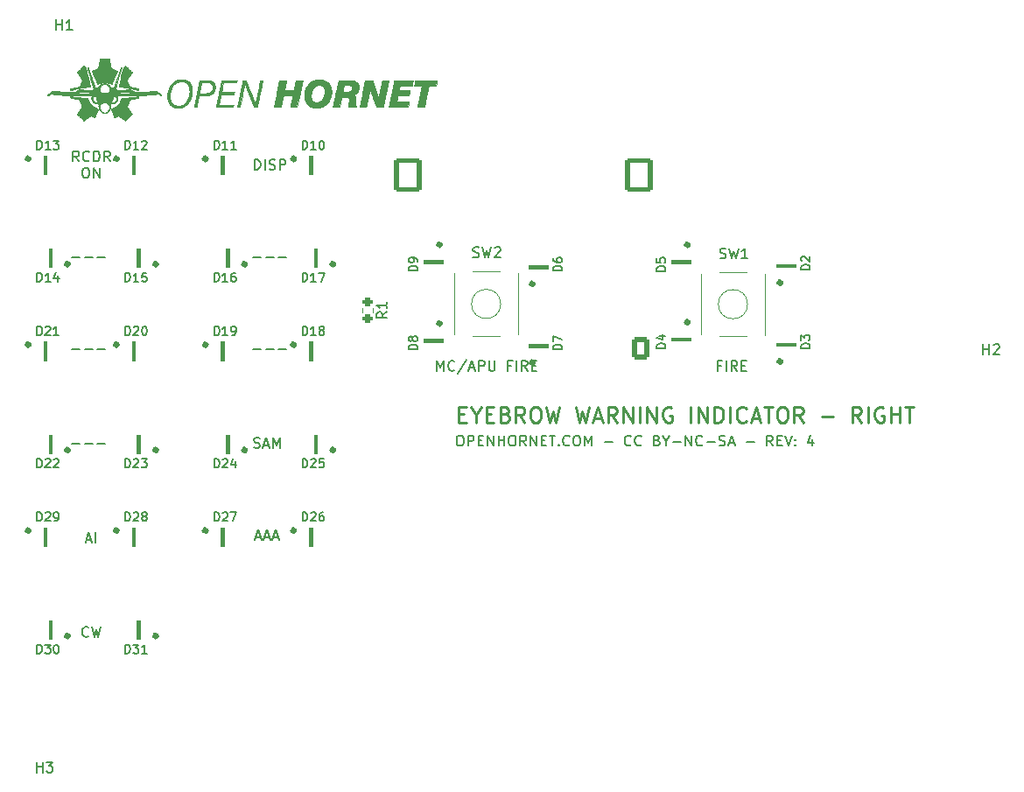
<source format=gbr>
%TF.GenerationSoftware,KiCad,Pcbnew,(6.0.9)*%
%TF.CreationDate,2023-01-27T19:59:26-09:00*%
%TF.ProjectId,EYEBROW WARNING INDICATOR_RIGHT,45594542-524f-4572-9057-41524e494e47,rev?*%
%TF.SameCoordinates,Original*%
%TF.FileFunction,Legend,Top*%
%TF.FilePolarity,Positive*%
%FSLAX46Y46*%
G04 Gerber Fmt 4.6, Leading zero omitted, Abs format (unit mm)*
G04 Created by KiCad (PCBNEW (6.0.9)) date 2023-01-27 19:59:26*
%MOMM*%
%LPD*%
G01*
G04 APERTURE LIST*
G04 Aperture macros list*
%AMRoundRect*
0 Rectangle with rounded corners*
0 $1 Rounding radius*
0 $2 $3 $4 $5 $6 $7 $8 $9 X,Y pos of 4 corners*
0 Add a 4 corners polygon primitive as box body*
4,1,4,$2,$3,$4,$5,$6,$7,$8,$9,$2,$3,0*
0 Add four circle primitives for the rounded corners*
1,1,$1+$1,$2,$3*
1,1,$1+$1,$4,$5*
1,1,$1+$1,$6,$7*
1,1,$1+$1,$8,$9*
0 Add four rect primitives between the rounded corners*
20,1,$1+$1,$2,$3,$4,$5,0*
20,1,$1+$1,$4,$5,$6,$7,0*
20,1,$1+$1,$6,$7,$8,$9,0*
20,1,$1+$1,$8,$9,$2,$3,0*%
G04 Aperture macros list end*
%ADD10C,0.150000*%
%ADD11C,0.250000*%
%ADD12C,0.120000*%
%ADD13C,0.500000*%
%ADD14C,0.100000*%
%ADD15C,0.010000*%
%ADD16RoundRect,0.250001X1.099999X1.399999X-1.099999X1.399999X-1.099999X-1.399999X1.099999X-1.399999X0*%
%ADD17O,2.700000X3.300000*%
%ADD18RoundRect,0.250000X0.620000X0.845000X-0.620000X0.845000X-0.620000X-0.845000X0.620000X-0.845000X0*%
%ADD19O,1.740000X2.190000*%
%ADD20C,1.700000*%
%ADD21R,1.800000X1.800000*%
%ADD22C,1.800000*%
%ADD23R,0.700000X0.700000*%
%ADD24RoundRect,0.200000X-0.275000X0.200000X-0.275000X-0.200000X0.275000X-0.200000X0.275000X0.200000X0*%
%ADD25C,2.500000*%
G04 APERTURE END LIST*
D10*
X108132594Y-117453939D02*
X108084975Y-117501558D01*
X107942118Y-117549177D01*
X107846879Y-117549177D01*
X107704022Y-117501558D01*
X107608784Y-117406320D01*
X107561165Y-117311082D01*
X107513546Y-117120606D01*
X107513546Y-116977749D01*
X107561165Y-116787273D01*
X107608784Y-116692035D01*
X107704022Y-116596797D01*
X107846879Y-116549177D01*
X107942118Y-116549177D01*
X108084975Y-116596797D01*
X108132594Y-116644416D01*
X108465927Y-116549177D02*
X108704022Y-117549177D01*
X108894499Y-116834892D01*
X109084975Y-117549177D01*
X109323070Y-116549177D01*
X124317260Y-107865463D02*
X124793451Y-107865463D01*
X124222022Y-108151177D02*
X124555356Y-107151177D01*
X124888689Y-108151177D01*
X125174403Y-107865463D02*
X125650594Y-107865463D01*
X125079165Y-108151177D02*
X125412499Y-107151177D01*
X125745832Y-108151177D01*
X126031546Y-107865463D02*
X126507737Y-107865463D01*
X125936308Y-108151177D02*
X126269641Y-107151177D01*
X126602975Y-108151177D01*
X107918308Y-108119463D02*
X108394499Y-108119463D01*
X107823070Y-108405177D02*
X108156403Y-107405177D01*
X108489737Y-108405177D01*
X108823070Y-108405177D02*
X108823070Y-107405177D01*
X124126784Y-99213558D02*
X124269641Y-99261177D01*
X124507737Y-99261177D01*
X124602975Y-99213558D01*
X124650594Y-99165939D01*
X124698213Y-99070701D01*
X124698213Y-98975463D01*
X124650594Y-98880225D01*
X124602975Y-98832606D01*
X124507737Y-98784987D01*
X124317260Y-98737368D01*
X124222022Y-98689749D01*
X124174403Y-98642130D01*
X124126784Y-98546892D01*
X124126784Y-98451654D01*
X124174403Y-98356416D01*
X124222022Y-98308797D01*
X124317260Y-98261177D01*
X124555356Y-98261177D01*
X124698213Y-98308797D01*
X125079165Y-98975463D02*
X125555356Y-98975463D01*
X124983927Y-99261177D02*
X125317260Y-98261177D01*
X125650594Y-99261177D01*
X125983927Y-99261177D02*
X125983927Y-98261177D01*
X126317260Y-98975463D01*
X126650594Y-98261177D01*
X126650594Y-99261177D01*
X106521451Y-98880225D02*
X107283356Y-98880225D01*
X107759546Y-98880225D02*
X108521451Y-98880225D01*
X108997641Y-98880225D02*
X109759546Y-98880225D01*
X124047451Y-89736225D02*
X124809356Y-89736225D01*
X125285546Y-89736225D02*
X126047451Y-89736225D01*
X126523641Y-89736225D02*
X127285546Y-89736225D01*
X106521451Y-89736225D02*
X107283356Y-89736225D01*
X107759546Y-89736225D02*
X108521451Y-89736225D01*
X108997641Y-89736225D02*
X109759546Y-89736225D01*
X124047451Y-80846225D02*
X124809356Y-80846225D01*
X125285546Y-80846225D02*
X126047451Y-80846225D01*
X126523641Y-80846225D02*
X127285546Y-80846225D01*
X106521451Y-80846225D02*
X107283356Y-80846225D01*
X107759546Y-80846225D02*
X108521451Y-80846225D01*
X108997641Y-80846225D02*
X109759546Y-80846225D01*
X124190308Y-72337177D02*
X124190308Y-71337177D01*
X124428403Y-71337177D01*
X124571260Y-71384797D01*
X124666499Y-71480035D01*
X124714118Y-71575273D01*
X124761737Y-71765749D01*
X124761737Y-71908606D01*
X124714118Y-72099082D01*
X124666499Y-72194320D01*
X124571260Y-72289558D01*
X124428403Y-72337177D01*
X124190308Y-72337177D01*
X125190308Y-72337177D02*
X125190308Y-71337177D01*
X125618879Y-72289558D02*
X125761737Y-72337177D01*
X125999832Y-72337177D01*
X126095070Y-72289558D01*
X126142689Y-72241939D01*
X126190308Y-72146701D01*
X126190308Y-72051463D01*
X126142689Y-71956225D01*
X126095070Y-71908606D01*
X125999832Y-71860987D01*
X125809356Y-71813368D01*
X125714118Y-71765749D01*
X125666499Y-71718130D01*
X125618879Y-71622892D01*
X125618879Y-71527654D01*
X125666499Y-71432416D01*
X125714118Y-71384797D01*
X125809356Y-71337177D01*
X126047451Y-71337177D01*
X126190308Y-71384797D01*
X126618879Y-72337177D02*
X126618879Y-71337177D01*
X126999832Y-71337177D01*
X127095070Y-71384797D01*
X127142689Y-71432416D01*
X127190308Y-71527654D01*
X127190308Y-71670511D01*
X127142689Y-71765749D01*
X127095070Y-71813368D01*
X126999832Y-71860987D01*
X126618879Y-71860987D01*
X107204022Y-71532177D02*
X106870689Y-71055987D01*
X106632594Y-71532177D02*
X106632594Y-70532177D01*
X107013546Y-70532177D01*
X107108784Y-70579797D01*
X107156403Y-70627416D01*
X107204022Y-70722654D01*
X107204022Y-70865511D01*
X107156403Y-70960749D01*
X107108784Y-71008368D01*
X107013546Y-71055987D01*
X106632594Y-71055987D01*
X108204022Y-71436939D02*
X108156403Y-71484558D01*
X108013546Y-71532177D01*
X107918308Y-71532177D01*
X107775451Y-71484558D01*
X107680213Y-71389320D01*
X107632594Y-71294082D01*
X107584975Y-71103606D01*
X107584975Y-70960749D01*
X107632594Y-70770273D01*
X107680213Y-70675035D01*
X107775451Y-70579797D01*
X107918308Y-70532177D01*
X108013546Y-70532177D01*
X108156403Y-70579797D01*
X108204022Y-70627416D01*
X108632594Y-71532177D02*
X108632594Y-70532177D01*
X108870689Y-70532177D01*
X109013546Y-70579797D01*
X109108784Y-70675035D01*
X109156403Y-70770273D01*
X109204022Y-70960749D01*
X109204022Y-71103606D01*
X109156403Y-71294082D01*
X109108784Y-71389320D01*
X109013546Y-71484558D01*
X108870689Y-71532177D01*
X108632594Y-71532177D01*
X110204022Y-71532177D02*
X109870689Y-71055987D01*
X109632594Y-71532177D02*
X109632594Y-70532177D01*
X110013546Y-70532177D01*
X110108784Y-70579797D01*
X110156403Y-70627416D01*
X110204022Y-70722654D01*
X110204022Y-70865511D01*
X110156403Y-70960749D01*
X110108784Y-71008368D01*
X110013546Y-71055987D01*
X109632594Y-71055987D01*
X107775451Y-72142177D02*
X107965927Y-72142177D01*
X108061165Y-72189797D01*
X108156403Y-72285035D01*
X108204022Y-72475511D01*
X108204022Y-72808844D01*
X108156403Y-72999320D01*
X108061165Y-73094558D01*
X107965927Y-73142177D01*
X107775451Y-73142177D01*
X107680213Y-73094558D01*
X107584975Y-72999320D01*
X107537356Y-72808844D01*
X107537356Y-72475511D01*
X107584975Y-72285035D01*
X107680213Y-72189797D01*
X107775451Y-72142177D01*
X108632594Y-73142177D02*
X108632594Y-72142177D01*
X109204022Y-73142177D01*
X109204022Y-72142177D01*
D11*
X143963810Y-95995053D02*
X144463810Y-95995053D01*
X144678096Y-96780767D02*
X143963810Y-96780767D01*
X143963810Y-95280767D01*
X144678096Y-95280767D01*
X145606668Y-96066481D02*
X145606668Y-96780767D01*
X145106668Y-95280767D02*
X145606668Y-96066481D01*
X146106668Y-95280767D01*
X146606668Y-95995053D02*
X147106668Y-95995053D01*
X147320953Y-96780767D02*
X146606668Y-96780767D01*
X146606668Y-95280767D01*
X147320953Y-95280767D01*
X148463810Y-95995053D02*
X148678096Y-96066481D01*
X148749525Y-96137910D01*
X148820953Y-96280767D01*
X148820953Y-96495053D01*
X148749525Y-96637910D01*
X148678096Y-96709338D01*
X148535239Y-96780767D01*
X147963810Y-96780767D01*
X147963810Y-95280767D01*
X148463810Y-95280767D01*
X148606668Y-95352196D01*
X148678096Y-95423624D01*
X148749525Y-95566481D01*
X148749525Y-95709338D01*
X148678096Y-95852196D01*
X148606668Y-95923624D01*
X148463810Y-95995053D01*
X147963810Y-95995053D01*
X150320953Y-96780767D02*
X149820953Y-96066481D01*
X149463810Y-96780767D02*
X149463810Y-95280767D01*
X150035239Y-95280767D01*
X150178096Y-95352196D01*
X150249525Y-95423624D01*
X150320953Y-95566481D01*
X150320953Y-95780767D01*
X150249525Y-95923624D01*
X150178096Y-95995053D01*
X150035239Y-96066481D01*
X149463810Y-96066481D01*
X151249525Y-95280767D02*
X151535239Y-95280767D01*
X151678096Y-95352196D01*
X151820953Y-95495053D01*
X151892382Y-95780767D01*
X151892382Y-96280767D01*
X151820953Y-96566481D01*
X151678096Y-96709338D01*
X151535239Y-96780767D01*
X151249525Y-96780767D01*
X151106668Y-96709338D01*
X150963810Y-96566481D01*
X150892382Y-96280767D01*
X150892382Y-95780767D01*
X150963810Y-95495053D01*
X151106668Y-95352196D01*
X151249525Y-95280767D01*
X152392382Y-95280767D02*
X152749525Y-96780767D01*
X153035239Y-95709338D01*
X153320953Y-96780767D01*
X153678096Y-95280767D01*
X155249525Y-95280767D02*
X155606668Y-96780767D01*
X155892382Y-95709338D01*
X156178096Y-96780767D01*
X156535239Y-95280767D01*
X157035239Y-96352196D02*
X157749525Y-96352196D01*
X156892382Y-96780767D02*
X157392382Y-95280767D01*
X157892382Y-96780767D01*
X159249525Y-96780767D02*
X158749525Y-96066481D01*
X158392382Y-96780767D02*
X158392382Y-95280767D01*
X158963810Y-95280767D01*
X159106668Y-95352196D01*
X159178096Y-95423624D01*
X159249525Y-95566481D01*
X159249525Y-95780767D01*
X159178096Y-95923624D01*
X159106668Y-95995053D01*
X158963810Y-96066481D01*
X158392382Y-96066481D01*
X159892382Y-96780767D02*
X159892382Y-95280767D01*
X160749525Y-96780767D01*
X160749525Y-95280767D01*
X161463810Y-96780767D02*
X161463810Y-95280767D01*
X162178096Y-96780767D02*
X162178096Y-95280767D01*
X163035239Y-96780767D01*
X163035239Y-95280767D01*
X164535239Y-95352196D02*
X164392382Y-95280767D01*
X164178096Y-95280767D01*
X163963810Y-95352196D01*
X163820953Y-95495053D01*
X163749525Y-95637910D01*
X163678096Y-95923624D01*
X163678096Y-96137910D01*
X163749525Y-96423624D01*
X163820953Y-96566481D01*
X163963810Y-96709338D01*
X164178096Y-96780767D01*
X164320953Y-96780767D01*
X164535239Y-96709338D01*
X164606668Y-96637910D01*
X164606668Y-96137910D01*
X164320953Y-96137910D01*
X166392382Y-96780767D02*
X166392382Y-95280767D01*
X167106668Y-96780767D02*
X167106668Y-95280767D01*
X167963810Y-96780767D01*
X167963810Y-95280767D01*
X168678096Y-96780767D02*
X168678096Y-95280767D01*
X169035239Y-95280767D01*
X169249525Y-95352196D01*
X169392382Y-95495053D01*
X169463810Y-95637910D01*
X169535239Y-95923624D01*
X169535239Y-96137910D01*
X169463810Y-96423624D01*
X169392382Y-96566481D01*
X169249525Y-96709338D01*
X169035239Y-96780767D01*
X168678096Y-96780767D01*
X170178096Y-96780767D02*
X170178096Y-95280767D01*
X171749525Y-96637910D02*
X171678096Y-96709338D01*
X171463810Y-96780767D01*
X171320953Y-96780767D01*
X171106668Y-96709338D01*
X170963810Y-96566481D01*
X170892382Y-96423624D01*
X170820953Y-96137910D01*
X170820953Y-95923624D01*
X170892382Y-95637910D01*
X170963810Y-95495053D01*
X171106668Y-95352196D01*
X171320953Y-95280767D01*
X171463810Y-95280767D01*
X171678096Y-95352196D01*
X171749525Y-95423624D01*
X172320953Y-96352196D02*
X173035239Y-96352196D01*
X172178096Y-96780767D02*
X172678096Y-95280767D01*
X173178096Y-96780767D01*
X173463810Y-95280767D02*
X174320953Y-95280767D01*
X173892382Y-96780767D02*
X173892382Y-95280767D01*
X175106668Y-95280767D02*
X175392382Y-95280767D01*
X175535239Y-95352196D01*
X175678096Y-95495053D01*
X175749525Y-95780767D01*
X175749525Y-96280767D01*
X175678096Y-96566481D01*
X175535239Y-96709338D01*
X175392382Y-96780767D01*
X175106668Y-96780767D01*
X174963810Y-96709338D01*
X174820953Y-96566481D01*
X174749525Y-96280767D01*
X174749525Y-95780767D01*
X174820953Y-95495053D01*
X174963810Y-95352196D01*
X175106668Y-95280767D01*
X177249525Y-96780767D02*
X176749525Y-96066481D01*
X176392382Y-96780767D02*
X176392382Y-95280767D01*
X176963810Y-95280767D01*
X177106668Y-95352196D01*
X177178096Y-95423624D01*
X177249525Y-95566481D01*
X177249525Y-95780767D01*
X177178096Y-95923624D01*
X177106668Y-95995053D01*
X176963810Y-96066481D01*
X176392382Y-96066481D01*
X179035239Y-96209338D02*
X180178096Y-96209338D01*
X182892382Y-96780767D02*
X182392382Y-96066481D01*
X182035239Y-96780767D02*
X182035239Y-95280767D01*
X182606668Y-95280767D01*
X182749525Y-95352196D01*
X182820953Y-95423624D01*
X182892382Y-95566481D01*
X182892382Y-95780767D01*
X182820953Y-95923624D01*
X182749525Y-95995053D01*
X182606668Y-96066481D01*
X182035239Y-96066481D01*
X183535239Y-96780767D02*
X183535239Y-95280767D01*
X185035239Y-95352196D02*
X184892382Y-95280767D01*
X184678096Y-95280767D01*
X184463810Y-95352196D01*
X184320953Y-95495053D01*
X184249525Y-95637910D01*
X184178096Y-95923624D01*
X184178096Y-96137910D01*
X184249525Y-96423624D01*
X184320953Y-96566481D01*
X184463810Y-96709338D01*
X184678096Y-96780767D01*
X184820953Y-96780767D01*
X185035239Y-96709338D01*
X185106668Y-96637910D01*
X185106668Y-96137910D01*
X184820953Y-96137910D01*
X185749525Y-96780767D02*
X185749525Y-95280767D01*
X185749525Y-95995053D02*
X186606668Y-95995053D01*
X186606668Y-96780767D02*
X186606668Y-95280767D01*
X187106668Y-95280767D02*
X187963810Y-95280767D01*
X187535239Y-96780767D02*
X187535239Y-95280767D01*
D10*
X143985239Y-98054576D02*
X144175715Y-98054576D01*
X144270953Y-98102196D01*
X144366191Y-98197434D01*
X144413810Y-98387910D01*
X144413810Y-98721243D01*
X144366191Y-98911719D01*
X144270953Y-99006957D01*
X144175715Y-99054576D01*
X143985239Y-99054576D01*
X143890001Y-99006957D01*
X143794763Y-98911719D01*
X143747144Y-98721243D01*
X143747144Y-98387910D01*
X143794763Y-98197434D01*
X143890001Y-98102196D01*
X143985239Y-98054576D01*
X144842382Y-99054576D02*
X144842382Y-98054576D01*
X145223334Y-98054576D01*
X145318572Y-98102196D01*
X145366191Y-98149815D01*
X145413810Y-98245053D01*
X145413810Y-98387910D01*
X145366191Y-98483148D01*
X145318572Y-98530767D01*
X145223334Y-98578386D01*
X144842382Y-98578386D01*
X145842382Y-98530767D02*
X146175715Y-98530767D01*
X146318572Y-99054576D02*
X145842382Y-99054576D01*
X145842382Y-98054576D01*
X146318572Y-98054576D01*
X146747144Y-99054576D02*
X146747144Y-98054576D01*
X147318572Y-99054576D01*
X147318572Y-98054576D01*
X147794763Y-99054576D02*
X147794763Y-98054576D01*
X147794763Y-98530767D02*
X148366191Y-98530767D01*
X148366191Y-99054576D02*
X148366191Y-98054576D01*
X149032858Y-98054576D02*
X149223334Y-98054576D01*
X149318572Y-98102196D01*
X149413810Y-98197434D01*
X149461429Y-98387910D01*
X149461429Y-98721243D01*
X149413810Y-98911719D01*
X149318572Y-99006957D01*
X149223334Y-99054576D01*
X149032858Y-99054576D01*
X148937620Y-99006957D01*
X148842382Y-98911719D01*
X148794763Y-98721243D01*
X148794763Y-98387910D01*
X148842382Y-98197434D01*
X148937620Y-98102196D01*
X149032858Y-98054576D01*
X150461429Y-99054576D02*
X150128096Y-98578386D01*
X149890001Y-99054576D02*
X149890001Y-98054576D01*
X150270953Y-98054576D01*
X150366191Y-98102196D01*
X150413810Y-98149815D01*
X150461429Y-98245053D01*
X150461429Y-98387910D01*
X150413810Y-98483148D01*
X150366191Y-98530767D01*
X150270953Y-98578386D01*
X149890001Y-98578386D01*
X150890001Y-99054576D02*
X150890001Y-98054576D01*
X151461429Y-99054576D01*
X151461429Y-98054576D01*
X151937620Y-98530767D02*
X152270953Y-98530767D01*
X152413810Y-99054576D02*
X151937620Y-99054576D01*
X151937620Y-98054576D01*
X152413810Y-98054576D01*
X152699525Y-98054576D02*
X153270953Y-98054576D01*
X152985239Y-99054576D02*
X152985239Y-98054576D01*
X153604287Y-98959338D02*
X153651906Y-99006957D01*
X153604287Y-99054576D01*
X153556668Y-99006957D01*
X153604287Y-98959338D01*
X153604287Y-99054576D01*
X154651906Y-98959338D02*
X154604287Y-99006957D01*
X154461429Y-99054576D01*
X154366191Y-99054576D01*
X154223334Y-99006957D01*
X154128096Y-98911719D01*
X154080477Y-98816481D01*
X154032858Y-98626005D01*
X154032858Y-98483148D01*
X154080477Y-98292672D01*
X154128096Y-98197434D01*
X154223334Y-98102196D01*
X154366191Y-98054576D01*
X154461429Y-98054576D01*
X154604287Y-98102196D01*
X154651906Y-98149815D01*
X155270953Y-98054576D02*
X155461429Y-98054576D01*
X155556668Y-98102196D01*
X155651906Y-98197434D01*
X155699525Y-98387910D01*
X155699525Y-98721243D01*
X155651906Y-98911719D01*
X155556668Y-99006957D01*
X155461429Y-99054576D01*
X155270953Y-99054576D01*
X155175715Y-99006957D01*
X155080477Y-98911719D01*
X155032858Y-98721243D01*
X155032858Y-98387910D01*
X155080477Y-98197434D01*
X155175715Y-98102196D01*
X155270953Y-98054576D01*
X156128096Y-99054576D02*
X156128096Y-98054576D01*
X156461429Y-98768862D01*
X156794763Y-98054576D01*
X156794763Y-99054576D01*
X158032858Y-98673624D02*
X158794763Y-98673624D01*
X160604287Y-98959338D02*
X160556668Y-99006957D01*
X160413810Y-99054576D01*
X160318572Y-99054576D01*
X160175715Y-99006957D01*
X160080477Y-98911719D01*
X160032858Y-98816481D01*
X159985239Y-98626005D01*
X159985239Y-98483148D01*
X160032858Y-98292672D01*
X160080477Y-98197434D01*
X160175715Y-98102196D01*
X160318572Y-98054576D01*
X160413810Y-98054576D01*
X160556668Y-98102196D01*
X160604287Y-98149815D01*
X161604287Y-98959338D02*
X161556668Y-99006957D01*
X161413810Y-99054576D01*
X161318572Y-99054576D01*
X161175715Y-99006957D01*
X161080477Y-98911719D01*
X161032858Y-98816481D01*
X160985239Y-98626005D01*
X160985239Y-98483148D01*
X161032858Y-98292672D01*
X161080477Y-98197434D01*
X161175715Y-98102196D01*
X161318572Y-98054576D01*
X161413810Y-98054576D01*
X161556668Y-98102196D01*
X161604287Y-98149815D01*
X163128096Y-98530767D02*
X163270953Y-98578386D01*
X163318572Y-98626005D01*
X163366191Y-98721243D01*
X163366191Y-98864100D01*
X163318572Y-98959338D01*
X163270953Y-99006957D01*
X163175715Y-99054576D01*
X162794763Y-99054576D01*
X162794763Y-98054576D01*
X163128096Y-98054576D01*
X163223334Y-98102196D01*
X163270953Y-98149815D01*
X163318572Y-98245053D01*
X163318572Y-98340291D01*
X163270953Y-98435529D01*
X163223334Y-98483148D01*
X163128096Y-98530767D01*
X162794763Y-98530767D01*
X163985239Y-98578386D02*
X163985239Y-99054576D01*
X163651906Y-98054576D02*
X163985239Y-98578386D01*
X164318572Y-98054576D01*
X164651906Y-98673624D02*
X165413810Y-98673624D01*
X165890001Y-99054576D02*
X165890001Y-98054576D01*
X166461429Y-99054576D01*
X166461429Y-98054576D01*
X167509049Y-98959338D02*
X167461429Y-99006957D01*
X167318572Y-99054576D01*
X167223334Y-99054576D01*
X167080477Y-99006957D01*
X166985239Y-98911719D01*
X166937620Y-98816481D01*
X166890001Y-98626005D01*
X166890001Y-98483148D01*
X166937620Y-98292672D01*
X166985239Y-98197434D01*
X167080477Y-98102196D01*
X167223334Y-98054576D01*
X167318572Y-98054576D01*
X167461429Y-98102196D01*
X167509049Y-98149815D01*
X167937620Y-98673624D02*
X168699525Y-98673624D01*
X169128096Y-99006957D02*
X169270953Y-99054576D01*
X169509049Y-99054576D01*
X169604287Y-99006957D01*
X169651906Y-98959338D01*
X169699525Y-98864100D01*
X169699525Y-98768862D01*
X169651906Y-98673624D01*
X169604287Y-98626005D01*
X169509049Y-98578386D01*
X169318572Y-98530767D01*
X169223334Y-98483148D01*
X169175715Y-98435529D01*
X169128096Y-98340291D01*
X169128096Y-98245053D01*
X169175715Y-98149815D01*
X169223334Y-98102196D01*
X169318572Y-98054576D01*
X169556668Y-98054576D01*
X169699525Y-98102196D01*
X170080477Y-98768862D02*
X170556668Y-98768862D01*
X169985239Y-99054576D02*
X170318572Y-98054576D01*
X170651906Y-99054576D01*
X171747144Y-98673624D02*
X172509049Y-98673624D01*
X174318572Y-99054576D02*
X173985239Y-98578386D01*
X173747144Y-99054576D02*
X173747144Y-98054576D01*
X174128096Y-98054576D01*
X174223334Y-98102196D01*
X174270953Y-98149815D01*
X174318572Y-98245053D01*
X174318572Y-98387910D01*
X174270953Y-98483148D01*
X174223334Y-98530767D01*
X174128096Y-98578386D01*
X173747144Y-98578386D01*
X174747144Y-98530767D02*
X175080477Y-98530767D01*
X175223334Y-99054576D02*
X174747144Y-99054576D01*
X174747144Y-98054576D01*
X175223334Y-98054576D01*
X175509049Y-98054576D02*
X175842382Y-99054576D01*
X176175715Y-98054576D01*
X176509049Y-98959338D02*
X176556668Y-99006957D01*
X176509049Y-99054576D01*
X176461429Y-99006957D01*
X176509049Y-98959338D01*
X176509049Y-99054576D01*
X176509049Y-98435529D02*
X176556668Y-98483148D01*
X176509049Y-98530767D01*
X176461429Y-98483148D01*
X176509049Y-98435529D01*
X176509049Y-98530767D01*
X178175715Y-98387910D02*
X178175715Y-99054576D01*
X177937620Y-98006957D02*
X177699525Y-98721243D01*
X178318572Y-98721243D01*
%TO.C,SW2*%
X145325115Y-80778557D02*
X145467972Y-80826176D01*
X145706068Y-80826176D01*
X145801306Y-80778557D01*
X145848925Y-80730938D01*
X145896544Y-80635700D01*
X145896544Y-80540462D01*
X145848925Y-80445224D01*
X145801306Y-80397605D01*
X145706068Y-80349986D01*
X145515591Y-80302367D01*
X145420353Y-80254748D01*
X145372734Y-80207129D01*
X145325115Y-80111891D01*
X145325115Y-80016653D01*
X145372734Y-79921415D01*
X145420353Y-79873796D01*
X145515591Y-79826176D01*
X145753687Y-79826176D01*
X145896544Y-79873796D01*
X146229877Y-79826176D02*
X146467972Y-80826176D01*
X146658449Y-80111891D01*
X146848925Y-80826176D01*
X147087020Y-79826176D01*
X147420353Y-79921415D02*
X147467972Y-79873796D01*
X147563210Y-79826176D01*
X147801306Y-79826176D01*
X147896544Y-79873796D01*
X147944163Y-79921415D01*
X147991782Y-80016653D01*
X147991782Y-80111891D01*
X147944163Y-80254748D01*
X147372734Y-80826176D01*
X147991782Y-80826176D01*
X141823525Y-91804576D02*
X141823525Y-90804576D01*
X142156858Y-91518862D01*
X142490191Y-90804576D01*
X142490191Y-91804576D01*
X143537810Y-91709338D02*
X143490191Y-91756957D01*
X143347334Y-91804576D01*
X143252096Y-91804576D01*
X143109239Y-91756957D01*
X143014001Y-91661719D01*
X142966382Y-91566481D01*
X142918763Y-91376005D01*
X142918763Y-91233148D01*
X142966382Y-91042672D01*
X143014001Y-90947434D01*
X143109239Y-90852196D01*
X143252096Y-90804576D01*
X143347334Y-90804576D01*
X143490191Y-90852196D01*
X143537810Y-90899815D01*
X144680668Y-90756957D02*
X143823525Y-92042672D01*
X144966382Y-91518862D02*
X145442572Y-91518862D01*
X144871144Y-91804576D02*
X145204477Y-90804576D01*
X145537810Y-91804576D01*
X145871144Y-91804576D02*
X145871144Y-90804576D01*
X146252096Y-90804576D01*
X146347334Y-90852196D01*
X146394953Y-90899815D01*
X146442572Y-90995053D01*
X146442572Y-91137910D01*
X146394953Y-91233148D01*
X146347334Y-91280767D01*
X146252096Y-91328386D01*
X145871144Y-91328386D01*
X146871144Y-90804576D02*
X146871144Y-91614100D01*
X146918763Y-91709338D01*
X146966382Y-91756957D01*
X147061620Y-91804576D01*
X147252096Y-91804576D01*
X147347334Y-91756957D01*
X147394953Y-91709338D01*
X147442572Y-91614100D01*
X147442572Y-90804576D01*
X149014001Y-91280767D02*
X148680668Y-91280767D01*
X148680668Y-91804576D02*
X148680668Y-90804576D01*
X149156858Y-90804576D01*
X149537810Y-91804576D02*
X149537810Y-90804576D01*
X150585429Y-91804576D02*
X150252096Y-91328386D01*
X150014001Y-91804576D02*
X150014001Y-90804576D01*
X150394953Y-90804576D01*
X150490191Y-90852196D01*
X150537810Y-90899815D01*
X150585429Y-90995053D01*
X150585429Y-91137910D01*
X150537810Y-91233148D01*
X150490191Y-91280767D01*
X150394953Y-91328386D01*
X150014001Y-91328386D01*
X151014001Y-91280767D02*
X151347334Y-91280767D01*
X151490191Y-91804576D02*
X151014001Y-91804576D01*
X151014001Y-90804576D01*
X151490191Y-90804576D01*
%TO.C,SW1*%
X169226515Y-80880157D02*
X169369372Y-80927776D01*
X169607468Y-80927776D01*
X169702706Y-80880157D01*
X169750325Y-80832538D01*
X169797944Y-80737300D01*
X169797944Y-80642062D01*
X169750325Y-80546824D01*
X169702706Y-80499205D01*
X169607468Y-80451586D01*
X169416991Y-80403967D01*
X169321753Y-80356348D01*
X169274134Y-80308729D01*
X169226515Y-80213491D01*
X169226515Y-80118253D01*
X169274134Y-80023015D01*
X169321753Y-79975396D01*
X169416991Y-79927776D01*
X169655087Y-79927776D01*
X169797944Y-79975396D01*
X170131277Y-79927776D02*
X170369372Y-80927776D01*
X170559849Y-80213491D01*
X170750325Y-80927776D01*
X170988420Y-79927776D01*
X171893182Y-80927776D02*
X171321753Y-80927776D01*
X171607468Y-80927776D02*
X171607468Y-79927776D01*
X171512229Y-80070634D01*
X171416991Y-80165872D01*
X171321753Y-80213491D01*
X169309029Y-91280767D02*
X168975696Y-91280767D01*
X168975696Y-91804576D02*
X168975696Y-90804576D01*
X169451887Y-90804576D01*
X169832839Y-91804576D02*
X169832839Y-90804576D01*
X170880458Y-91804576D02*
X170547125Y-91328386D01*
X170309029Y-91804576D02*
X170309029Y-90804576D01*
X170689982Y-90804576D01*
X170785220Y-90852196D01*
X170832839Y-90899815D01*
X170880458Y-90995053D01*
X170880458Y-91137910D01*
X170832839Y-91233148D01*
X170785220Y-91280767D01*
X170689982Y-91328386D01*
X170309029Y-91328386D01*
X171309029Y-91280767D02*
X171642363Y-91280767D01*
X171785220Y-91804576D02*
X171309029Y-91804576D01*
X171309029Y-90804576D01*
X171785220Y-90804576D01*
%TO.C,D2*%
X177898573Y-81999519D02*
X177048573Y-81999519D01*
X177048573Y-81797139D01*
X177089050Y-81675710D01*
X177170002Y-81594758D01*
X177250954Y-81554281D01*
X177412859Y-81513805D01*
X177534288Y-81513805D01*
X177696192Y-81554281D01*
X177777145Y-81594758D01*
X177858097Y-81675710D01*
X177898573Y-81797139D01*
X177898573Y-81999519D01*
X177129526Y-81189996D02*
X177089050Y-81149519D01*
X177048573Y-81068567D01*
X177048573Y-80866186D01*
X177089050Y-80785234D01*
X177129526Y-80744758D01*
X177210478Y-80704281D01*
X177291430Y-80704281D01*
X177412859Y-80744758D01*
X177898573Y-81230472D01*
X177898573Y-80704281D01*
%TO.C,D3*%
X177898573Y-89619519D02*
X177048573Y-89619519D01*
X177048573Y-89417139D01*
X177089050Y-89295710D01*
X177170002Y-89214758D01*
X177250954Y-89174281D01*
X177412859Y-89133805D01*
X177534288Y-89133805D01*
X177696192Y-89174281D01*
X177777145Y-89214758D01*
X177858097Y-89295710D01*
X177898573Y-89417139D01*
X177898573Y-89619519D01*
X177048573Y-88850472D02*
X177048573Y-88324281D01*
X177372383Y-88607615D01*
X177372383Y-88486186D01*
X177412859Y-88405234D01*
X177453335Y-88364758D01*
X177534288Y-88324281D01*
X177736669Y-88324281D01*
X177817621Y-88364758D01*
X177858097Y-88405234D01*
X177898573Y-88486186D01*
X177898573Y-88729043D01*
X177858097Y-88809996D01*
X177817621Y-88850472D01*
%TO.C,D4*%
X163928573Y-89619519D02*
X163078573Y-89619519D01*
X163078573Y-89417139D01*
X163119050Y-89295710D01*
X163200002Y-89214758D01*
X163280954Y-89174281D01*
X163442859Y-89133805D01*
X163564288Y-89133805D01*
X163726192Y-89174281D01*
X163807145Y-89214758D01*
X163888097Y-89295710D01*
X163928573Y-89417139D01*
X163928573Y-89619519D01*
X163361907Y-88405234D02*
X163928573Y-88405234D01*
X163038097Y-88607615D02*
X163645240Y-88809996D01*
X163645240Y-88283805D01*
%TO.C,D5*%
X163928573Y-82129575D02*
X163078573Y-82129575D01*
X163078573Y-81927195D01*
X163119050Y-81805766D01*
X163200002Y-81724814D01*
X163280954Y-81684337D01*
X163442859Y-81643861D01*
X163564288Y-81643861D01*
X163726192Y-81684337D01*
X163807145Y-81724814D01*
X163888097Y-81805766D01*
X163928573Y-81927195D01*
X163928573Y-82129575D01*
X163078573Y-80874814D02*
X163078573Y-81279575D01*
X163483335Y-81320052D01*
X163442859Y-81279575D01*
X163402383Y-81198623D01*
X163402383Y-80996242D01*
X163442859Y-80915290D01*
X163483335Y-80874814D01*
X163564288Y-80834337D01*
X163766669Y-80834337D01*
X163847621Y-80874814D01*
X163888097Y-80915290D01*
X163928573Y-80996242D01*
X163928573Y-81198623D01*
X163888097Y-81279575D01*
X163847621Y-81320052D01*
%TO.C,D6*%
X153928573Y-82119575D02*
X153078573Y-82119575D01*
X153078573Y-81917195D01*
X153119050Y-81795766D01*
X153200002Y-81714814D01*
X153280954Y-81674337D01*
X153442859Y-81633861D01*
X153564288Y-81633861D01*
X153726192Y-81674337D01*
X153807145Y-81714814D01*
X153888097Y-81795766D01*
X153928573Y-81917195D01*
X153928573Y-82119575D01*
X153078573Y-80905290D02*
X153078573Y-81067195D01*
X153119050Y-81148147D01*
X153159526Y-81188623D01*
X153280954Y-81269575D01*
X153442859Y-81310052D01*
X153766669Y-81310052D01*
X153847621Y-81269575D01*
X153888097Y-81229099D01*
X153928573Y-81148147D01*
X153928573Y-80986242D01*
X153888097Y-80905290D01*
X153847621Y-80864814D01*
X153766669Y-80824337D01*
X153564288Y-80824337D01*
X153483335Y-80864814D01*
X153442859Y-80905290D01*
X153402383Y-80986242D01*
X153402383Y-81148147D01*
X153442859Y-81229099D01*
X153483335Y-81269575D01*
X153564288Y-81310052D01*
%TO.C,D7*%
X153928573Y-89739575D02*
X153078573Y-89739575D01*
X153078573Y-89537195D01*
X153119050Y-89415766D01*
X153200002Y-89334814D01*
X153280954Y-89294337D01*
X153442859Y-89253861D01*
X153564288Y-89253861D01*
X153726192Y-89294337D01*
X153807145Y-89334814D01*
X153888097Y-89415766D01*
X153928573Y-89537195D01*
X153928573Y-89739575D01*
X153078573Y-88970528D02*
X153078573Y-88403861D01*
X153928573Y-88768147D01*
%TO.C,D8*%
X139958573Y-89739575D02*
X139108573Y-89739575D01*
X139108573Y-89537195D01*
X139149050Y-89415766D01*
X139230002Y-89334814D01*
X139310954Y-89294337D01*
X139472859Y-89253861D01*
X139594288Y-89253861D01*
X139756192Y-89294337D01*
X139837145Y-89334814D01*
X139918097Y-89415766D01*
X139958573Y-89537195D01*
X139958573Y-89739575D01*
X139472859Y-88768147D02*
X139432383Y-88849099D01*
X139391907Y-88889575D01*
X139310954Y-88930052D01*
X139270478Y-88930052D01*
X139189526Y-88889575D01*
X139149050Y-88849099D01*
X139108573Y-88768147D01*
X139108573Y-88606242D01*
X139149050Y-88525290D01*
X139189526Y-88484814D01*
X139270478Y-88444337D01*
X139310954Y-88444337D01*
X139391907Y-88484814D01*
X139432383Y-88525290D01*
X139472859Y-88606242D01*
X139472859Y-88768147D01*
X139513335Y-88849099D01*
X139553811Y-88889575D01*
X139634764Y-88930052D01*
X139796669Y-88930052D01*
X139877621Y-88889575D01*
X139918097Y-88849099D01*
X139958573Y-88768147D01*
X139958573Y-88606242D01*
X139918097Y-88525290D01*
X139877621Y-88484814D01*
X139796669Y-88444337D01*
X139634764Y-88444337D01*
X139553811Y-88484814D01*
X139513335Y-88525290D01*
X139472859Y-88606242D01*
%TO.C,D9*%
X139958573Y-82119575D02*
X139108573Y-82119575D01*
X139108573Y-81917195D01*
X139149050Y-81795766D01*
X139230002Y-81714814D01*
X139310954Y-81674337D01*
X139472859Y-81633861D01*
X139594288Y-81633861D01*
X139756192Y-81674337D01*
X139837145Y-81714814D01*
X139918097Y-81795766D01*
X139958573Y-81917195D01*
X139958573Y-82119575D01*
X139958573Y-81229099D02*
X139958573Y-81067195D01*
X139918097Y-80986242D01*
X139877621Y-80945766D01*
X139756192Y-80864814D01*
X139594288Y-80824337D01*
X139270478Y-80824337D01*
X139189526Y-80864814D01*
X139149050Y-80905290D01*
X139108573Y-80986242D01*
X139108573Y-81148147D01*
X139149050Y-81229099D01*
X139189526Y-81269575D01*
X139270478Y-81310052D01*
X139472859Y-81310052D01*
X139553811Y-81269575D01*
X139594288Y-81229099D01*
X139634764Y-81148147D01*
X139634764Y-80986242D01*
X139594288Y-80905290D01*
X139553811Y-80864814D01*
X139472859Y-80824337D01*
%TO.C,D10*%
X128825356Y-70364320D02*
X128825356Y-69514320D01*
X129027737Y-69514320D01*
X129149165Y-69554797D01*
X129230118Y-69635749D01*
X129270594Y-69716701D01*
X129311070Y-69878606D01*
X129311070Y-70000035D01*
X129270594Y-70161939D01*
X129230118Y-70242892D01*
X129149165Y-70323844D01*
X129027737Y-70364320D01*
X128825356Y-70364320D01*
X130120594Y-70364320D02*
X129634879Y-70364320D01*
X129877737Y-70364320D02*
X129877737Y-69514320D01*
X129796784Y-69635749D01*
X129715832Y-69716701D01*
X129634879Y-69757177D01*
X130646784Y-69514320D02*
X130727737Y-69514320D01*
X130808689Y-69554797D01*
X130849165Y-69595273D01*
X130889641Y-69676225D01*
X130930118Y-69838130D01*
X130930118Y-70040511D01*
X130889641Y-70202416D01*
X130849165Y-70283368D01*
X130808689Y-70323844D01*
X130727737Y-70364320D01*
X130646784Y-70364320D01*
X130565832Y-70323844D01*
X130525356Y-70283368D01*
X130484879Y-70202416D01*
X130444403Y-70040511D01*
X130444403Y-69838130D01*
X130484879Y-69676225D01*
X130525356Y-69595273D01*
X130565832Y-69554797D01*
X130646784Y-69514320D01*
%TO.C,D11*%
X120290956Y-70364320D02*
X120290956Y-69514320D01*
X120493337Y-69514320D01*
X120614765Y-69554797D01*
X120695718Y-69635749D01*
X120736194Y-69716701D01*
X120776670Y-69878606D01*
X120776670Y-70000035D01*
X120736194Y-70161939D01*
X120695718Y-70242892D01*
X120614765Y-70323844D01*
X120493337Y-70364320D01*
X120290956Y-70364320D01*
X121586194Y-70364320D02*
X121100479Y-70364320D01*
X121343337Y-70364320D02*
X121343337Y-69514320D01*
X121262384Y-69635749D01*
X121181432Y-69716701D01*
X121100479Y-69757177D01*
X122395718Y-70364320D02*
X121910003Y-70364320D01*
X122152860Y-70364320D02*
X122152860Y-69514320D01*
X122071908Y-69635749D01*
X121990956Y-69716701D01*
X121910003Y-69757177D01*
%TO.C,D12*%
X111680356Y-70364321D02*
X111680356Y-69514321D01*
X111882737Y-69514321D01*
X112004165Y-69554798D01*
X112085118Y-69635750D01*
X112125594Y-69716702D01*
X112166070Y-69878607D01*
X112166070Y-70000036D01*
X112125594Y-70161940D01*
X112085118Y-70242893D01*
X112004165Y-70323845D01*
X111882737Y-70364321D01*
X111680356Y-70364321D01*
X112975594Y-70364321D02*
X112489879Y-70364321D01*
X112732737Y-70364321D02*
X112732737Y-69514321D01*
X112651784Y-69635750D01*
X112570832Y-69716702D01*
X112489879Y-69757178D01*
X113299403Y-69595274D02*
X113339879Y-69554798D01*
X113420832Y-69514321D01*
X113623213Y-69514321D01*
X113704165Y-69554798D01*
X113744641Y-69595274D01*
X113785118Y-69676226D01*
X113785118Y-69757178D01*
X113744641Y-69878607D01*
X113258927Y-70364321D01*
X113785118Y-70364321D01*
%TO.C,D13*%
X103145956Y-70364321D02*
X103145956Y-69514321D01*
X103348337Y-69514321D01*
X103469765Y-69554798D01*
X103550718Y-69635750D01*
X103591194Y-69716702D01*
X103631670Y-69878607D01*
X103631670Y-70000036D01*
X103591194Y-70161940D01*
X103550718Y-70242893D01*
X103469765Y-70323845D01*
X103348337Y-70364321D01*
X103145956Y-70364321D01*
X104441194Y-70364321D02*
X103955479Y-70364321D01*
X104198337Y-70364321D02*
X104198337Y-69514321D01*
X104117384Y-69635750D01*
X104036432Y-69716702D01*
X103955479Y-69757178D01*
X104724527Y-69514321D02*
X105250718Y-69514321D01*
X104967384Y-69838131D01*
X105088813Y-69838131D01*
X105169765Y-69878607D01*
X105210241Y-69919083D01*
X105250718Y-70000036D01*
X105250718Y-70202417D01*
X105210241Y-70283369D01*
X105169765Y-70323845D01*
X105088813Y-70364321D01*
X104845956Y-70364321D01*
X104765003Y-70323845D01*
X104724527Y-70283369D01*
%TO.C,D14*%
X103145956Y-83165921D02*
X103145956Y-82315921D01*
X103348337Y-82315921D01*
X103469765Y-82356398D01*
X103550718Y-82437350D01*
X103591194Y-82518302D01*
X103631670Y-82680207D01*
X103631670Y-82801636D01*
X103591194Y-82963540D01*
X103550718Y-83044493D01*
X103469765Y-83125445D01*
X103348337Y-83165921D01*
X103145956Y-83165921D01*
X104441194Y-83165921D02*
X103955479Y-83165921D01*
X104198337Y-83165921D02*
X104198337Y-82315921D01*
X104117384Y-82437350D01*
X104036432Y-82518302D01*
X103955479Y-82558778D01*
X105169765Y-82599255D02*
X105169765Y-83165921D01*
X104967384Y-82275445D02*
X104765003Y-82882588D01*
X105291194Y-82882588D01*
%TO.C,D15*%
X111680356Y-83165921D02*
X111680356Y-82315921D01*
X111882737Y-82315921D01*
X112004165Y-82356398D01*
X112085118Y-82437350D01*
X112125594Y-82518302D01*
X112166070Y-82680207D01*
X112166070Y-82801636D01*
X112125594Y-82963540D01*
X112085118Y-83044493D01*
X112004165Y-83125445D01*
X111882737Y-83165921D01*
X111680356Y-83165921D01*
X112975594Y-83165921D02*
X112489879Y-83165921D01*
X112732737Y-83165921D02*
X112732737Y-82315921D01*
X112651784Y-82437350D01*
X112570832Y-82518302D01*
X112489879Y-82558778D01*
X113744641Y-82315921D02*
X113339879Y-82315921D01*
X113299403Y-82720683D01*
X113339879Y-82680207D01*
X113420832Y-82639731D01*
X113623213Y-82639731D01*
X113704165Y-82680207D01*
X113744641Y-82720683D01*
X113785118Y-82801636D01*
X113785118Y-83004017D01*
X113744641Y-83084969D01*
X113704165Y-83125445D01*
X113623213Y-83165921D01*
X113420832Y-83165921D01*
X113339879Y-83125445D01*
X113299403Y-83084969D01*
%TO.C,D16*%
X120290956Y-83165921D02*
X120290956Y-82315921D01*
X120493337Y-82315921D01*
X120614765Y-82356398D01*
X120695718Y-82437350D01*
X120736194Y-82518302D01*
X120776670Y-82680207D01*
X120776670Y-82801636D01*
X120736194Y-82963540D01*
X120695718Y-83044493D01*
X120614765Y-83125445D01*
X120493337Y-83165921D01*
X120290956Y-83165921D01*
X121586194Y-83165921D02*
X121100479Y-83165921D01*
X121343337Y-83165921D02*
X121343337Y-82315921D01*
X121262384Y-82437350D01*
X121181432Y-82518302D01*
X121100479Y-82558778D01*
X122314765Y-82315921D02*
X122152860Y-82315921D01*
X122071908Y-82356398D01*
X122031432Y-82396874D01*
X121950479Y-82518302D01*
X121910003Y-82680207D01*
X121910003Y-83004017D01*
X121950479Y-83084969D01*
X121990956Y-83125445D01*
X122071908Y-83165921D01*
X122233813Y-83165921D01*
X122314765Y-83125445D01*
X122355241Y-83084969D01*
X122395718Y-83004017D01*
X122395718Y-82801636D01*
X122355241Y-82720683D01*
X122314765Y-82680207D01*
X122233813Y-82639731D01*
X122071908Y-82639731D01*
X121990956Y-82680207D01*
X121950479Y-82720683D01*
X121910003Y-82801636D01*
%TO.C,D17*%
X128825356Y-83165921D02*
X128825356Y-82315921D01*
X129027737Y-82315921D01*
X129149165Y-82356398D01*
X129230118Y-82437350D01*
X129270594Y-82518302D01*
X129311070Y-82680207D01*
X129311070Y-82801636D01*
X129270594Y-82963540D01*
X129230118Y-83044493D01*
X129149165Y-83125445D01*
X129027737Y-83165921D01*
X128825356Y-83165921D01*
X130120594Y-83165921D02*
X129634879Y-83165921D01*
X129877737Y-83165921D02*
X129877737Y-82315921D01*
X129796784Y-82437350D01*
X129715832Y-82518302D01*
X129634879Y-82558778D01*
X130403927Y-82315921D02*
X130970594Y-82315921D01*
X130606308Y-83165921D01*
%TO.C,D18*%
X128825356Y-88347520D02*
X128825356Y-87497520D01*
X129027737Y-87497520D01*
X129149165Y-87537997D01*
X129230118Y-87618949D01*
X129270594Y-87699901D01*
X129311070Y-87861806D01*
X129311070Y-87983235D01*
X129270594Y-88145139D01*
X129230118Y-88226092D01*
X129149165Y-88307044D01*
X129027737Y-88347520D01*
X128825356Y-88347520D01*
X130120594Y-88347520D02*
X129634879Y-88347520D01*
X129877737Y-88347520D02*
X129877737Y-87497520D01*
X129796784Y-87618949D01*
X129715832Y-87699901D01*
X129634879Y-87740377D01*
X130606308Y-87861806D02*
X130525356Y-87821330D01*
X130484879Y-87780854D01*
X130444403Y-87699901D01*
X130444403Y-87659425D01*
X130484879Y-87578473D01*
X130525356Y-87537997D01*
X130606308Y-87497520D01*
X130768213Y-87497520D01*
X130849165Y-87537997D01*
X130889641Y-87578473D01*
X130930118Y-87659425D01*
X130930118Y-87699901D01*
X130889641Y-87780854D01*
X130849165Y-87821330D01*
X130768213Y-87861806D01*
X130606308Y-87861806D01*
X130525356Y-87902282D01*
X130484879Y-87942758D01*
X130444403Y-88023711D01*
X130444403Y-88185616D01*
X130484879Y-88266568D01*
X130525356Y-88307044D01*
X130606308Y-88347520D01*
X130768213Y-88347520D01*
X130849165Y-88307044D01*
X130889641Y-88266568D01*
X130930118Y-88185616D01*
X130930118Y-88023711D01*
X130889641Y-87942758D01*
X130849165Y-87902282D01*
X130768213Y-87861806D01*
%TO.C,D19*%
X120290956Y-88347520D02*
X120290956Y-87497520D01*
X120493337Y-87497520D01*
X120614765Y-87537997D01*
X120695718Y-87618949D01*
X120736194Y-87699901D01*
X120776670Y-87861806D01*
X120776670Y-87983235D01*
X120736194Y-88145139D01*
X120695718Y-88226092D01*
X120614765Y-88307044D01*
X120493337Y-88347520D01*
X120290956Y-88347520D01*
X121586194Y-88347520D02*
X121100479Y-88347520D01*
X121343337Y-88347520D02*
X121343337Y-87497520D01*
X121262384Y-87618949D01*
X121181432Y-87699901D01*
X121100479Y-87740377D01*
X121990956Y-88347520D02*
X122152860Y-88347520D01*
X122233813Y-88307044D01*
X122274289Y-88266568D01*
X122355241Y-88145139D01*
X122395718Y-87983235D01*
X122395718Y-87659425D01*
X122355241Y-87578473D01*
X122314765Y-87537997D01*
X122233813Y-87497520D01*
X122071908Y-87497520D01*
X121990956Y-87537997D01*
X121950479Y-87578473D01*
X121910003Y-87659425D01*
X121910003Y-87861806D01*
X121950479Y-87942758D01*
X121990956Y-87983235D01*
X122071908Y-88023711D01*
X122233813Y-88023711D01*
X122314765Y-87983235D01*
X122355241Y-87942758D01*
X122395718Y-87861806D01*
%TO.C,D20*%
X111680356Y-88347520D02*
X111680356Y-87497520D01*
X111882737Y-87497520D01*
X112004165Y-87537997D01*
X112085118Y-87618949D01*
X112125594Y-87699901D01*
X112166070Y-87861806D01*
X112166070Y-87983235D01*
X112125594Y-88145139D01*
X112085118Y-88226092D01*
X112004165Y-88307044D01*
X111882737Y-88347520D01*
X111680356Y-88347520D01*
X112489879Y-87578473D02*
X112530356Y-87537997D01*
X112611308Y-87497520D01*
X112813689Y-87497520D01*
X112894641Y-87537997D01*
X112935118Y-87578473D01*
X112975594Y-87659425D01*
X112975594Y-87740377D01*
X112935118Y-87861806D01*
X112449403Y-88347520D01*
X112975594Y-88347520D01*
X113501784Y-87497520D02*
X113582737Y-87497520D01*
X113663689Y-87537997D01*
X113704165Y-87578473D01*
X113744641Y-87659425D01*
X113785118Y-87821330D01*
X113785118Y-88023711D01*
X113744641Y-88185616D01*
X113704165Y-88266568D01*
X113663689Y-88307044D01*
X113582737Y-88347520D01*
X113501784Y-88347520D01*
X113420832Y-88307044D01*
X113380356Y-88266568D01*
X113339879Y-88185616D01*
X113299403Y-88023711D01*
X113299403Y-87821330D01*
X113339879Y-87659425D01*
X113380356Y-87578473D01*
X113420832Y-87537997D01*
X113501784Y-87497520D01*
%TO.C,D21*%
X103145956Y-88347520D02*
X103145956Y-87497520D01*
X103348337Y-87497520D01*
X103469765Y-87537997D01*
X103550718Y-87618949D01*
X103591194Y-87699901D01*
X103631670Y-87861806D01*
X103631670Y-87983235D01*
X103591194Y-88145139D01*
X103550718Y-88226092D01*
X103469765Y-88307044D01*
X103348337Y-88347520D01*
X103145956Y-88347520D01*
X103955479Y-87578473D02*
X103995956Y-87537997D01*
X104076908Y-87497520D01*
X104279289Y-87497520D01*
X104360241Y-87537997D01*
X104400718Y-87578473D01*
X104441194Y-87659425D01*
X104441194Y-87740377D01*
X104400718Y-87861806D01*
X103915003Y-88347520D01*
X104441194Y-88347520D01*
X105250718Y-88347520D02*
X104765003Y-88347520D01*
X105007860Y-88347520D02*
X105007860Y-87497520D01*
X104926908Y-87618949D01*
X104845956Y-87699901D01*
X104765003Y-87740377D01*
%TO.C,D22*%
X103145956Y-101149120D02*
X103145956Y-100299120D01*
X103348337Y-100299120D01*
X103469765Y-100339597D01*
X103550718Y-100420549D01*
X103591194Y-100501501D01*
X103631670Y-100663406D01*
X103631670Y-100784835D01*
X103591194Y-100946739D01*
X103550718Y-101027692D01*
X103469765Y-101108644D01*
X103348337Y-101149120D01*
X103145956Y-101149120D01*
X103955479Y-100380073D02*
X103995956Y-100339597D01*
X104076908Y-100299120D01*
X104279289Y-100299120D01*
X104360241Y-100339597D01*
X104400718Y-100380073D01*
X104441194Y-100461025D01*
X104441194Y-100541977D01*
X104400718Y-100663406D01*
X103915003Y-101149120D01*
X104441194Y-101149120D01*
X104765003Y-100380073D02*
X104805479Y-100339597D01*
X104886432Y-100299120D01*
X105088813Y-100299120D01*
X105169765Y-100339597D01*
X105210241Y-100380073D01*
X105250718Y-100461025D01*
X105250718Y-100541977D01*
X105210241Y-100663406D01*
X104724527Y-101149120D01*
X105250718Y-101149120D01*
%TO.C,D23*%
X111680356Y-101149120D02*
X111680356Y-100299120D01*
X111882737Y-100299120D01*
X112004165Y-100339597D01*
X112085118Y-100420549D01*
X112125594Y-100501501D01*
X112166070Y-100663406D01*
X112166070Y-100784835D01*
X112125594Y-100946739D01*
X112085118Y-101027692D01*
X112004165Y-101108644D01*
X111882737Y-101149120D01*
X111680356Y-101149120D01*
X112489879Y-100380073D02*
X112530356Y-100339597D01*
X112611308Y-100299120D01*
X112813689Y-100299120D01*
X112894641Y-100339597D01*
X112935118Y-100380073D01*
X112975594Y-100461025D01*
X112975594Y-100541977D01*
X112935118Y-100663406D01*
X112449403Y-101149120D01*
X112975594Y-101149120D01*
X113258927Y-100299120D02*
X113785118Y-100299120D01*
X113501784Y-100622930D01*
X113623213Y-100622930D01*
X113704165Y-100663406D01*
X113744641Y-100703882D01*
X113785118Y-100784835D01*
X113785118Y-100987216D01*
X113744641Y-101068168D01*
X113704165Y-101108644D01*
X113623213Y-101149120D01*
X113380356Y-101149120D01*
X113299403Y-101108644D01*
X113258927Y-101068168D01*
%TO.C,D24*%
X120290956Y-101149120D02*
X120290956Y-100299120D01*
X120493337Y-100299120D01*
X120614765Y-100339597D01*
X120695718Y-100420549D01*
X120736194Y-100501501D01*
X120776670Y-100663406D01*
X120776670Y-100784835D01*
X120736194Y-100946739D01*
X120695718Y-101027692D01*
X120614765Y-101108644D01*
X120493337Y-101149120D01*
X120290956Y-101149120D01*
X121100479Y-100380073D02*
X121140956Y-100339597D01*
X121221908Y-100299120D01*
X121424289Y-100299120D01*
X121505241Y-100339597D01*
X121545718Y-100380073D01*
X121586194Y-100461025D01*
X121586194Y-100541977D01*
X121545718Y-100663406D01*
X121060003Y-101149120D01*
X121586194Y-101149120D01*
X122314765Y-100582454D02*
X122314765Y-101149120D01*
X122112384Y-100258644D02*
X121910003Y-100865787D01*
X122436194Y-100865787D01*
%TO.C,D25*%
X128825356Y-101149120D02*
X128825356Y-100299120D01*
X129027737Y-100299120D01*
X129149165Y-100339597D01*
X129230118Y-100420549D01*
X129270594Y-100501501D01*
X129311070Y-100663406D01*
X129311070Y-100784835D01*
X129270594Y-100946739D01*
X129230118Y-101027692D01*
X129149165Y-101108644D01*
X129027737Y-101149120D01*
X128825356Y-101149120D01*
X129634879Y-100380073D02*
X129675356Y-100339597D01*
X129756308Y-100299120D01*
X129958689Y-100299120D01*
X130039641Y-100339597D01*
X130080118Y-100380073D01*
X130120594Y-100461025D01*
X130120594Y-100541977D01*
X130080118Y-100663406D01*
X129594403Y-101149120D01*
X130120594Y-101149120D01*
X130889641Y-100299120D02*
X130484879Y-100299120D01*
X130444403Y-100703882D01*
X130484879Y-100663406D01*
X130565832Y-100622930D01*
X130768213Y-100622930D01*
X130849165Y-100663406D01*
X130889641Y-100703882D01*
X130930118Y-100784835D01*
X130930118Y-100987216D01*
X130889641Y-101068168D01*
X130849165Y-101108644D01*
X130768213Y-101149120D01*
X130565832Y-101149120D01*
X130484879Y-101108644D01*
X130444403Y-101068168D01*
%TO.C,D26*%
X128825356Y-106330720D02*
X128825356Y-105480720D01*
X129027737Y-105480720D01*
X129149165Y-105521197D01*
X129230118Y-105602149D01*
X129270594Y-105683101D01*
X129311070Y-105845006D01*
X129311070Y-105966435D01*
X129270594Y-106128339D01*
X129230118Y-106209292D01*
X129149165Y-106290244D01*
X129027737Y-106330720D01*
X128825356Y-106330720D01*
X129634879Y-105561673D02*
X129675356Y-105521197D01*
X129756308Y-105480720D01*
X129958689Y-105480720D01*
X130039641Y-105521197D01*
X130080118Y-105561673D01*
X130120594Y-105642625D01*
X130120594Y-105723577D01*
X130080118Y-105845006D01*
X129594403Y-106330720D01*
X130120594Y-106330720D01*
X130849165Y-105480720D02*
X130687260Y-105480720D01*
X130606308Y-105521197D01*
X130565832Y-105561673D01*
X130484879Y-105683101D01*
X130444403Y-105845006D01*
X130444403Y-106168816D01*
X130484879Y-106249768D01*
X130525356Y-106290244D01*
X130606308Y-106330720D01*
X130768213Y-106330720D01*
X130849165Y-106290244D01*
X130889641Y-106249768D01*
X130930118Y-106168816D01*
X130930118Y-105966435D01*
X130889641Y-105885482D01*
X130849165Y-105845006D01*
X130768213Y-105804530D01*
X130606308Y-105804530D01*
X130525356Y-105845006D01*
X130484879Y-105885482D01*
X130444403Y-105966435D01*
%TO.C,D27*%
X120290956Y-106330720D02*
X120290956Y-105480720D01*
X120493337Y-105480720D01*
X120614765Y-105521197D01*
X120695718Y-105602149D01*
X120736194Y-105683101D01*
X120776670Y-105845006D01*
X120776670Y-105966435D01*
X120736194Y-106128339D01*
X120695718Y-106209292D01*
X120614765Y-106290244D01*
X120493337Y-106330720D01*
X120290956Y-106330720D01*
X121100479Y-105561673D02*
X121140956Y-105521197D01*
X121221908Y-105480720D01*
X121424289Y-105480720D01*
X121505241Y-105521197D01*
X121545718Y-105561673D01*
X121586194Y-105642625D01*
X121586194Y-105723577D01*
X121545718Y-105845006D01*
X121060003Y-106330720D01*
X121586194Y-106330720D01*
X121869527Y-105480720D02*
X122436194Y-105480720D01*
X122071908Y-106330720D01*
%TO.C,D28*%
X111680356Y-106330720D02*
X111680356Y-105480720D01*
X111882737Y-105480720D01*
X112004165Y-105521197D01*
X112085118Y-105602149D01*
X112125594Y-105683101D01*
X112166070Y-105845006D01*
X112166070Y-105966435D01*
X112125594Y-106128339D01*
X112085118Y-106209292D01*
X112004165Y-106290244D01*
X111882737Y-106330720D01*
X111680356Y-106330720D01*
X112489879Y-105561673D02*
X112530356Y-105521197D01*
X112611308Y-105480720D01*
X112813689Y-105480720D01*
X112894641Y-105521197D01*
X112935118Y-105561673D01*
X112975594Y-105642625D01*
X112975594Y-105723577D01*
X112935118Y-105845006D01*
X112449403Y-106330720D01*
X112975594Y-106330720D01*
X113461308Y-105845006D02*
X113380356Y-105804530D01*
X113339879Y-105764054D01*
X113299403Y-105683101D01*
X113299403Y-105642625D01*
X113339879Y-105561673D01*
X113380356Y-105521197D01*
X113461308Y-105480720D01*
X113623213Y-105480720D01*
X113704165Y-105521197D01*
X113744641Y-105561673D01*
X113785118Y-105642625D01*
X113785118Y-105683101D01*
X113744641Y-105764054D01*
X113704165Y-105804530D01*
X113623213Y-105845006D01*
X113461308Y-105845006D01*
X113380356Y-105885482D01*
X113339879Y-105925958D01*
X113299403Y-106006911D01*
X113299403Y-106168816D01*
X113339879Y-106249768D01*
X113380356Y-106290244D01*
X113461308Y-106330720D01*
X113623213Y-106330720D01*
X113704165Y-106290244D01*
X113744641Y-106249768D01*
X113785118Y-106168816D01*
X113785118Y-106006911D01*
X113744641Y-105925958D01*
X113704165Y-105885482D01*
X113623213Y-105845006D01*
%TO.C,D29*%
X103145956Y-106330720D02*
X103145956Y-105480720D01*
X103348337Y-105480720D01*
X103469765Y-105521197D01*
X103550718Y-105602149D01*
X103591194Y-105683101D01*
X103631670Y-105845006D01*
X103631670Y-105966435D01*
X103591194Y-106128339D01*
X103550718Y-106209292D01*
X103469765Y-106290244D01*
X103348337Y-106330720D01*
X103145956Y-106330720D01*
X103955479Y-105561673D02*
X103995956Y-105521197D01*
X104076908Y-105480720D01*
X104279289Y-105480720D01*
X104360241Y-105521197D01*
X104400718Y-105561673D01*
X104441194Y-105642625D01*
X104441194Y-105723577D01*
X104400718Y-105845006D01*
X103915003Y-106330720D01*
X104441194Y-106330720D01*
X104845956Y-106330720D02*
X105007860Y-106330720D01*
X105088813Y-106290244D01*
X105129289Y-106249768D01*
X105210241Y-106128339D01*
X105250718Y-105966435D01*
X105250718Y-105642625D01*
X105210241Y-105561673D01*
X105169765Y-105521197D01*
X105088813Y-105480720D01*
X104926908Y-105480720D01*
X104845956Y-105521197D01*
X104805479Y-105561673D01*
X104765003Y-105642625D01*
X104765003Y-105845006D01*
X104805479Y-105925958D01*
X104845956Y-105966435D01*
X104926908Y-106006911D01*
X105088813Y-106006911D01*
X105169765Y-105966435D01*
X105210241Y-105925958D01*
X105250718Y-105845006D01*
%TO.C,D30*%
X103145956Y-119132320D02*
X103145956Y-118282320D01*
X103348337Y-118282320D01*
X103469765Y-118322797D01*
X103550718Y-118403749D01*
X103591194Y-118484701D01*
X103631670Y-118646606D01*
X103631670Y-118768035D01*
X103591194Y-118929939D01*
X103550718Y-119010892D01*
X103469765Y-119091844D01*
X103348337Y-119132320D01*
X103145956Y-119132320D01*
X103915003Y-118282320D02*
X104441194Y-118282320D01*
X104157860Y-118606130D01*
X104279289Y-118606130D01*
X104360241Y-118646606D01*
X104400718Y-118687082D01*
X104441194Y-118768035D01*
X104441194Y-118970416D01*
X104400718Y-119051368D01*
X104360241Y-119091844D01*
X104279289Y-119132320D01*
X104036432Y-119132320D01*
X103955479Y-119091844D01*
X103915003Y-119051368D01*
X104967384Y-118282320D02*
X105048337Y-118282320D01*
X105129289Y-118322797D01*
X105169765Y-118363273D01*
X105210241Y-118444225D01*
X105250718Y-118606130D01*
X105250718Y-118808511D01*
X105210241Y-118970416D01*
X105169765Y-119051368D01*
X105129289Y-119091844D01*
X105048337Y-119132320D01*
X104967384Y-119132320D01*
X104886432Y-119091844D01*
X104845956Y-119051368D01*
X104805479Y-118970416D01*
X104765003Y-118808511D01*
X104765003Y-118606130D01*
X104805479Y-118444225D01*
X104845956Y-118363273D01*
X104886432Y-118322797D01*
X104967384Y-118282320D01*
%TO.C,D31*%
X111680356Y-119132320D02*
X111680356Y-118282320D01*
X111882737Y-118282320D01*
X112004165Y-118322797D01*
X112085118Y-118403749D01*
X112125594Y-118484701D01*
X112166070Y-118646606D01*
X112166070Y-118768035D01*
X112125594Y-118929939D01*
X112085118Y-119010892D01*
X112004165Y-119091844D01*
X111882737Y-119132320D01*
X111680356Y-119132320D01*
X112449403Y-118282320D02*
X112975594Y-118282320D01*
X112692260Y-118606130D01*
X112813689Y-118606130D01*
X112894641Y-118646606D01*
X112935118Y-118687082D01*
X112975594Y-118768035D01*
X112975594Y-118970416D01*
X112935118Y-119051368D01*
X112894641Y-119091844D01*
X112813689Y-119132320D01*
X112570832Y-119132320D01*
X112489879Y-119091844D01*
X112449403Y-119051368D01*
X113785118Y-119132320D02*
X113299403Y-119132320D01*
X113542260Y-119132320D02*
X113542260Y-118282320D01*
X113461308Y-118403749D01*
X113380356Y-118484701D01*
X113299403Y-118525177D01*
%TO.C,R1*%
X137011430Y-86103861D02*
X136535240Y-86437195D01*
X137011430Y-86675290D02*
X136011430Y-86675290D01*
X136011430Y-86294337D01*
X136059050Y-86199099D01*
X136106669Y-86151480D01*
X136201907Y-86103861D01*
X136344764Y-86103861D01*
X136440002Y-86151480D01*
X136487621Y-86199099D01*
X136535240Y-86294337D01*
X136535240Y-86675290D01*
X137011430Y-85151480D02*
X137011430Y-85722909D01*
X137011430Y-85437195D02*
X136011430Y-85437195D01*
X136154288Y-85532433D01*
X136249526Y-85627671D01*
X136297145Y-85722909D01*
%TO.C,H3*%
X103111394Y-130644524D02*
X103111394Y-129644524D01*
X103111394Y-130120715D02*
X103682822Y-130120715D01*
X103682822Y-130644524D02*
X103682822Y-129644524D01*
X104063775Y-129644524D02*
X104682822Y-129644524D01*
X104349489Y-130025477D01*
X104492346Y-130025477D01*
X104587584Y-130073096D01*
X104635203Y-130120715D01*
X104682822Y-130215953D01*
X104682822Y-130454048D01*
X104635203Y-130549286D01*
X104587584Y-130596905D01*
X104492346Y-130644524D01*
X104206632Y-130644524D01*
X104111394Y-130596905D01*
X104063775Y-130549286D01*
%TO.C,H2*%
X194678393Y-90226038D02*
X194678393Y-89226038D01*
X194678393Y-89702229D02*
X195249821Y-89702229D01*
X195249821Y-90226038D02*
X195249821Y-89226038D01*
X195678393Y-89321277D02*
X195726012Y-89273658D01*
X195821250Y-89226038D01*
X196059345Y-89226038D01*
X196154583Y-89273658D01*
X196202202Y-89321277D01*
X196249821Y-89416515D01*
X196249821Y-89511753D01*
X196202202Y-89654610D01*
X195630774Y-90226038D01*
X196249821Y-90226038D01*
%TO.C,H1*%
X104997144Y-58804576D02*
X104997144Y-57804576D01*
X104997144Y-58280767D02*
X105568572Y-58280767D01*
X105568572Y-58804576D02*
X105568572Y-57804576D01*
X106568572Y-58804576D02*
X105997144Y-58804576D01*
X106282858Y-58804576D02*
X106282858Y-57804576D01*
X106187620Y-57947434D01*
X106092382Y-58042672D01*
X105997144Y-58090291D01*
D12*
%TO.C,SW2*%
X145252849Y-82205596D02*
X147932849Y-82205596D01*
X147932849Y-88445596D02*
X145252849Y-88445596D01*
X149712849Y-82355596D02*
X149712849Y-88295596D01*
X143472849Y-82355596D02*
X143472849Y-88295596D01*
X148007063Y-85325596D02*
G75*
G03*
X148007063Y-85325596I-1414214J0D01*
G01*
%TO.C,SW1*%
X171813049Y-88473396D02*
X169133049Y-88473396D01*
X169133049Y-82233396D02*
X171813049Y-82233396D01*
X167353049Y-88323396D02*
X167353049Y-82383396D01*
X173593049Y-88323396D02*
X173593049Y-82383396D01*
X171887263Y-85353396D02*
G75*
G03*
X171887263Y-85353396I-1414214J0D01*
G01*
D13*
%TO.C,D2*%
X175109049Y-83272139D02*
G75*
G03*
X175109049Y-83272139I-100000J0D01*
G01*
G36*
X176509049Y-81772139D02*
G01*
X174709049Y-81772139D01*
X174709049Y-81472139D01*
X176509049Y-81472139D01*
X176509049Y-81772139D01*
G37*
D14*
X176509049Y-81772139D02*
X174709049Y-81772139D01*
X174709049Y-81472139D01*
X176509049Y-81472139D01*
X176509049Y-81772139D01*
D13*
%TO.C,D3*%
X175109049Y-90892139D02*
G75*
G03*
X175109049Y-90892139I-100000J0D01*
G01*
G36*
X176509049Y-89392139D02*
G01*
X174709049Y-89392139D01*
X174709049Y-89092139D01*
X176509049Y-89092139D01*
X176509049Y-89392139D01*
G37*
D14*
X176509049Y-89392139D02*
X174709049Y-89392139D01*
X174709049Y-89092139D01*
X176509049Y-89092139D01*
X176509049Y-89392139D01*
D13*
%TO.C,D4*%
X166149049Y-87092139D02*
G75*
G03*
X166149049Y-87092139I-100000J0D01*
G01*
G36*
X166349049Y-88892139D02*
G01*
X164549049Y-88892139D01*
X164549049Y-88592139D01*
X166349049Y-88592139D01*
X166349049Y-88892139D01*
G37*
D14*
X166349049Y-88892139D02*
X164549049Y-88892139D01*
X164549049Y-88592139D01*
X166349049Y-88592139D01*
X166349049Y-88892139D01*
D13*
%TO.C,D5*%
X166149050Y-79602195D02*
G75*
G03*
X166149050Y-79602195I-100000J0D01*
G01*
G36*
X166349050Y-81402195D02*
G01*
X164549050Y-81402195D01*
X164549050Y-81102195D01*
X166349050Y-81102195D01*
X166349050Y-81402195D01*
G37*
D14*
X166349050Y-81402195D02*
X164549050Y-81402195D01*
X164549050Y-81102195D01*
X166349050Y-81102195D01*
X166349050Y-81402195D01*
D13*
%TO.C,D6*%
X151139050Y-83392195D02*
G75*
G03*
X151139050Y-83392195I-100000J0D01*
G01*
G36*
X152539050Y-81892195D02*
G01*
X150739050Y-81892195D01*
X150739050Y-81592195D01*
X152539050Y-81592195D01*
X152539050Y-81892195D01*
G37*
D14*
X152539050Y-81892195D02*
X150739050Y-81892195D01*
X150739050Y-81592195D01*
X152539050Y-81592195D01*
X152539050Y-81892195D01*
D13*
%TO.C,D7*%
X151139050Y-91012195D02*
G75*
G03*
X151139050Y-91012195I-100000J0D01*
G01*
G36*
X152539050Y-89512195D02*
G01*
X150739050Y-89512195D01*
X150739050Y-89212195D01*
X152539050Y-89212195D01*
X152539050Y-89512195D01*
G37*
D14*
X152539050Y-89512195D02*
X150739050Y-89512195D01*
X150739050Y-89212195D01*
X152539050Y-89212195D01*
X152539050Y-89512195D01*
D13*
%TO.C,D8*%
X142179050Y-87212195D02*
G75*
G03*
X142179050Y-87212195I-100000J0D01*
G01*
G36*
X142379050Y-89012195D02*
G01*
X140579050Y-89012195D01*
X140579050Y-88712195D01*
X142379050Y-88712195D01*
X142379050Y-89012195D01*
G37*
D14*
X142379050Y-89012195D02*
X140579050Y-89012195D01*
X140579050Y-88712195D01*
X142379050Y-88712195D01*
X142379050Y-89012195D01*
D13*
%TO.C,D9*%
X142179050Y-79592195D02*
G75*
G03*
X142179050Y-79592195I-100000J0D01*
G01*
G36*
X142379050Y-81392195D02*
G01*
X140579050Y-81392195D01*
X140579050Y-81092195D01*
X142379050Y-81092195D01*
X142379050Y-81392195D01*
G37*
D14*
X142379050Y-81392195D02*
X140579050Y-81392195D01*
X140579050Y-81092195D01*
X142379050Y-81092195D01*
X142379050Y-81392195D01*
D13*
%TO.C,D10*%
X128057499Y-71284797D02*
G75*
G03*
X128057499Y-71284797I-100000J0D01*
G01*
G36*
X129757499Y-72784797D02*
G01*
X129457499Y-72784797D01*
X129457499Y-70984797D01*
X129757499Y-70984797D01*
X129757499Y-72784797D01*
G37*
D14*
X129757499Y-72784797D02*
X129457499Y-72784797D01*
X129457499Y-70984797D01*
X129757499Y-70984797D01*
X129757499Y-72784797D01*
D13*
%TO.C,D11*%
X119523099Y-71284797D02*
G75*
G03*
X119523099Y-71284797I-100000J0D01*
G01*
G36*
X121223099Y-72784797D02*
G01*
X120923099Y-72784797D01*
X120923099Y-70984797D01*
X121223099Y-70984797D01*
X121223099Y-72784797D01*
G37*
D14*
X121223099Y-72784797D02*
X120923099Y-72784797D01*
X120923099Y-70984797D01*
X121223099Y-70984797D01*
X121223099Y-72784797D01*
D13*
%TO.C,D12*%
X110912499Y-71284798D02*
G75*
G03*
X110912499Y-71284798I-100000J0D01*
G01*
G36*
X112612499Y-72784798D02*
G01*
X112312499Y-72784798D01*
X112312499Y-70984798D01*
X112612499Y-70984798D01*
X112612499Y-72784798D01*
G37*
D14*
X112612499Y-72784798D02*
X112312499Y-72784798D01*
X112312499Y-70984798D01*
X112612499Y-70984798D01*
X112612499Y-72784798D01*
D13*
%TO.C,D13*%
X102378099Y-71284798D02*
G75*
G03*
X102378099Y-71284798I-100000J0D01*
G01*
G36*
X104078099Y-72784798D02*
G01*
X103778099Y-72784798D01*
X103778099Y-70984798D01*
X104078099Y-70984798D01*
X104078099Y-72784798D01*
G37*
D14*
X104078099Y-72784798D02*
X103778099Y-72784798D01*
X103778099Y-70984798D01*
X104078099Y-70984798D01*
X104078099Y-72784798D01*
D13*
%TO.C,D14*%
X106178099Y-81476398D02*
G75*
G03*
X106178099Y-81476398I-100000J0D01*
G01*
G36*
X104578099Y-81776398D02*
G01*
X104278099Y-81776398D01*
X104278099Y-79976398D01*
X104578099Y-79976398D01*
X104578099Y-81776398D01*
G37*
D14*
X104578099Y-81776398D02*
X104278099Y-81776398D01*
X104278099Y-79976398D01*
X104578099Y-79976398D01*
X104578099Y-81776398D01*
D13*
%TO.C,D15*%
X114712499Y-81476398D02*
G75*
G03*
X114712499Y-81476398I-100000J0D01*
G01*
G36*
X113112499Y-81776398D02*
G01*
X112812499Y-81776398D01*
X112812499Y-79976398D01*
X113112499Y-79976398D01*
X113112499Y-81776398D01*
G37*
D14*
X113112499Y-81776398D02*
X112812499Y-81776398D01*
X112812499Y-79976398D01*
X113112499Y-79976398D01*
X113112499Y-81776398D01*
D13*
%TO.C,D16*%
X123323099Y-81476398D02*
G75*
G03*
X123323099Y-81476398I-100000J0D01*
G01*
G36*
X121723099Y-81776398D02*
G01*
X121423099Y-81776398D01*
X121423099Y-79976398D01*
X121723099Y-79976398D01*
X121723099Y-81776398D01*
G37*
D14*
X121723099Y-81776398D02*
X121423099Y-81776398D01*
X121423099Y-79976398D01*
X121723099Y-79976398D01*
X121723099Y-81776398D01*
D13*
%TO.C,D17*%
X131857499Y-81476398D02*
G75*
G03*
X131857499Y-81476398I-100000J0D01*
G01*
G36*
X130257499Y-81776398D02*
G01*
X129957499Y-81776398D01*
X129957499Y-79976398D01*
X130257499Y-79976398D01*
X130257499Y-81776398D01*
G37*
D14*
X130257499Y-81776398D02*
X129957499Y-81776398D01*
X129957499Y-79976398D01*
X130257499Y-79976398D01*
X130257499Y-81776398D01*
D13*
%TO.C,D18*%
X128057499Y-89267997D02*
G75*
G03*
X128057499Y-89267997I-100000J0D01*
G01*
G36*
X129757499Y-90767997D02*
G01*
X129457499Y-90767997D01*
X129457499Y-88967997D01*
X129757499Y-88967997D01*
X129757499Y-90767997D01*
G37*
D14*
X129757499Y-90767997D02*
X129457499Y-90767997D01*
X129457499Y-88967997D01*
X129757499Y-88967997D01*
X129757499Y-90767997D01*
D13*
%TO.C,D19*%
X119523099Y-89267997D02*
G75*
G03*
X119523099Y-89267997I-100000J0D01*
G01*
G36*
X121223099Y-90767997D02*
G01*
X120923099Y-90767997D01*
X120923099Y-88967997D01*
X121223099Y-88967997D01*
X121223099Y-90767997D01*
G37*
D14*
X121223099Y-90767997D02*
X120923099Y-90767997D01*
X120923099Y-88967997D01*
X121223099Y-88967997D01*
X121223099Y-90767997D01*
D13*
%TO.C,D20*%
X110912499Y-89267997D02*
G75*
G03*
X110912499Y-89267997I-100000J0D01*
G01*
G36*
X112612499Y-90767997D02*
G01*
X112312499Y-90767997D01*
X112312499Y-88967997D01*
X112612499Y-88967997D01*
X112612499Y-90767997D01*
G37*
D14*
X112612499Y-90767997D02*
X112312499Y-90767997D01*
X112312499Y-88967997D01*
X112612499Y-88967997D01*
X112612499Y-90767997D01*
D13*
%TO.C,D21*%
X102378099Y-89267997D02*
G75*
G03*
X102378099Y-89267997I-100000J0D01*
G01*
G36*
X104078099Y-90767997D02*
G01*
X103778099Y-90767997D01*
X103778099Y-88967997D01*
X104078099Y-88967997D01*
X104078099Y-90767997D01*
G37*
D14*
X104078099Y-90767997D02*
X103778099Y-90767997D01*
X103778099Y-88967997D01*
X104078099Y-88967997D01*
X104078099Y-90767997D01*
D13*
%TO.C,D22*%
X106178099Y-99459597D02*
G75*
G03*
X106178099Y-99459597I-100000J0D01*
G01*
G36*
X104578099Y-99759597D02*
G01*
X104278099Y-99759597D01*
X104278099Y-97959597D01*
X104578099Y-97959597D01*
X104578099Y-99759597D01*
G37*
D14*
X104578099Y-99759597D02*
X104278099Y-99759597D01*
X104278099Y-97959597D01*
X104578099Y-97959597D01*
X104578099Y-99759597D01*
D13*
%TO.C,D23*%
X114712499Y-99459597D02*
G75*
G03*
X114712499Y-99459597I-100000J0D01*
G01*
G36*
X113112499Y-99759597D02*
G01*
X112812499Y-99759597D01*
X112812499Y-97959597D01*
X113112499Y-97959597D01*
X113112499Y-99759597D01*
G37*
D14*
X113112499Y-99759597D02*
X112812499Y-99759597D01*
X112812499Y-97959597D01*
X113112499Y-97959597D01*
X113112499Y-99759597D01*
D13*
%TO.C,D24*%
X123323099Y-99459597D02*
G75*
G03*
X123323099Y-99459597I-100000J0D01*
G01*
G36*
X121723099Y-99759597D02*
G01*
X121423099Y-99759597D01*
X121423099Y-97959597D01*
X121723099Y-97959597D01*
X121723099Y-99759597D01*
G37*
D14*
X121723099Y-99759597D02*
X121423099Y-99759597D01*
X121423099Y-97959597D01*
X121723099Y-97959597D01*
X121723099Y-99759597D01*
D13*
%TO.C,D25*%
X131857499Y-99459597D02*
G75*
G03*
X131857499Y-99459597I-100000J0D01*
G01*
G36*
X130257499Y-99759597D02*
G01*
X129957499Y-99759597D01*
X129957499Y-97959597D01*
X130257499Y-97959597D01*
X130257499Y-99759597D01*
G37*
D14*
X130257499Y-99759597D02*
X129957499Y-99759597D01*
X129957499Y-97959597D01*
X130257499Y-97959597D01*
X130257499Y-99759597D01*
D13*
%TO.C,D26*%
X128057499Y-107251197D02*
G75*
G03*
X128057499Y-107251197I-100000J0D01*
G01*
G36*
X129757499Y-108751197D02*
G01*
X129457499Y-108751197D01*
X129457499Y-106951197D01*
X129757499Y-106951197D01*
X129757499Y-108751197D01*
G37*
D14*
X129757499Y-108751197D02*
X129457499Y-108751197D01*
X129457499Y-106951197D01*
X129757499Y-106951197D01*
X129757499Y-108751197D01*
D13*
%TO.C,D27*%
X119523099Y-107251197D02*
G75*
G03*
X119523099Y-107251197I-100000J0D01*
G01*
G36*
X121223099Y-108751197D02*
G01*
X120923099Y-108751197D01*
X120923099Y-106951197D01*
X121223099Y-106951197D01*
X121223099Y-108751197D01*
G37*
D14*
X121223099Y-108751197D02*
X120923099Y-108751197D01*
X120923099Y-106951197D01*
X121223099Y-106951197D01*
X121223099Y-108751197D01*
D13*
%TO.C,D28*%
X110912499Y-107251197D02*
G75*
G03*
X110912499Y-107251197I-100000J0D01*
G01*
G36*
X112612499Y-108751197D02*
G01*
X112312499Y-108751197D01*
X112312499Y-106951197D01*
X112612499Y-106951197D01*
X112612499Y-108751197D01*
G37*
D14*
X112612499Y-108751197D02*
X112312499Y-108751197D01*
X112312499Y-106951197D01*
X112612499Y-106951197D01*
X112612499Y-108751197D01*
D13*
%TO.C,D29*%
X102378099Y-107251197D02*
G75*
G03*
X102378099Y-107251197I-100000J0D01*
G01*
G36*
X104078099Y-108751197D02*
G01*
X103778099Y-108751197D01*
X103778099Y-106951197D01*
X104078099Y-106951197D01*
X104078099Y-108751197D01*
G37*
D14*
X104078099Y-108751197D02*
X103778099Y-108751197D01*
X103778099Y-106951197D01*
X104078099Y-106951197D01*
X104078099Y-108751197D01*
D13*
%TO.C,D30*%
X106178099Y-117442797D02*
G75*
G03*
X106178099Y-117442797I-100000J0D01*
G01*
G36*
X104578099Y-117742797D02*
G01*
X104278099Y-117742797D01*
X104278099Y-115942797D01*
X104578099Y-115942797D01*
X104578099Y-117742797D01*
G37*
D14*
X104578099Y-117742797D02*
X104278099Y-117742797D01*
X104278099Y-115942797D01*
X104578099Y-115942797D01*
X104578099Y-117742797D01*
D13*
%TO.C,D31*%
X114712499Y-117442797D02*
G75*
G03*
X114712499Y-117442797I-100000J0D01*
G01*
G36*
X113112499Y-117742797D02*
G01*
X112812499Y-117742797D01*
X112812499Y-115942797D01*
X113112499Y-115942797D01*
X113112499Y-117742797D01*
G37*
D14*
X113112499Y-117742797D02*
X112812499Y-117742797D01*
X112812499Y-115942797D01*
X113112499Y-115942797D01*
X113112499Y-117742797D01*
%TO.C,G\u002A\u002A\u002A*%
G36*
X109655680Y-61630396D02*
G01*
X109676361Y-61630396D01*
X109746194Y-61630404D01*
X109808056Y-61630435D01*
X109862443Y-61630496D01*
X109909850Y-61630595D01*
X109950773Y-61630741D01*
X109985707Y-61630941D01*
X110015149Y-61631203D01*
X110039594Y-61631536D01*
X110059538Y-61631946D01*
X110075476Y-61632443D01*
X110087904Y-61633034D01*
X110097317Y-61633727D01*
X110104212Y-61634530D01*
X110109084Y-61635451D01*
X110112429Y-61636498D01*
X110114360Y-61637445D01*
X110124339Y-61645573D01*
X110130827Y-61654443D01*
X110132219Y-61659919D01*
X110135039Y-61673148D01*
X110139178Y-61693561D01*
X110144525Y-61720585D01*
X110150970Y-61753650D01*
X110158403Y-61792183D01*
X110166715Y-61835613D01*
X110175796Y-61883370D01*
X110185535Y-61934881D01*
X110195823Y-61989575D01*
X110206550Y-62046880D01*
X110213831Y-62085934D01*
X110224805Y-62144688D01*
X110235436Y-62201231D01*
X110245615Y-62254988D01*
X110255227Y-62305386D01*
X110264162Y-62351852D01*
X110272308Y-62393810D01*
X110279553Y-62430687D01*
X110285785Y-62461910D01*
X110290893Y-62486904D01*
X110294764Y-62505097D01*
X110297287Y-62515913D01*
X110298156Y-62518727D01*
X110305857Y-62530170D01*
X110313939Y-62539063D01*
X110318950Y-62541721D01*
X110331053Y-62547262D01*
X110349499Y-62555375D01*
X110373536Y-62565749D01*
X110402416Y-62578073D01*
X110435390Y-62592036D01*
X110471707Y-62607328D01*
X110510619Y-62623637D01*
X110551375Y-62640652D01*
X110593226Y-62658063D01*
X110635422Y-62675558D01*
X110677214Y-62692826D01*
X110717853Y-62709558D01*
X110756588Y-62725440D01*
X110792670Y-62740164D01*
X110825350Y-62753417D01*
X110853877Y-62764889D01*
X110877503Y-62774269D01*
X110895478Y-62781246D01*
X110907052Y-62785509D01*
X110910915Y-62786706D01*
X110911320Y-62788144D01*
X110910441Y-62792242D01*
X110908144Y-62799311D01*
X110904292Y-62809665D01*
X110898749Y-62823614D01*
X110891381Y-62841472D01*
X110882050Y-62863551D01*
X110870621Y-62890164D01*
X110856960Y-62921621D01*
X110840928Y-62958237D01*
X110822392Y-63000323D01*
X110801215Y-63048191D01*
X110777262Y-63102154D01*
X110750396Y-63162524D01*
X110720482Y-63229614D01*
X110687385Y-63303735D01*
X110650968Y-63385201D01*
X110643433Y-63402045D01*
X110612853Y-63470399D01*
X110583182Y-63536691D01*
X110554608Y-63600507D01*
X110527316Y-63661430D01*
X110501495Y-63719043D01*
X110477330Y-63772932D01*
X110455009Y-63822680D01*
X110434718Y-63867871D01*
X110416644Y-63908088D01*
X110400974Y-63942917D01*
X110387894Y-63971941D01*
X110377592Y-63994743D01*
X110370253Y-64010909D01*
X110366066Y-64020021D01*
X110365131Y-64021951D01*
X110362501Y-64023987D01*
X110357225Y-64024402D01*
X110348106Y-64022971D01*
X110333948Y-64019468D01*
X110313554Y-64013668D01*
X110300296Y-64009732D01*
X110239453Y-63992293D01*
X110174257Y-63975004D01*
X110106831Y-63958359D01*
X110039298Y-63942849D01*
X109973783Y-63928966D01*
X109912408Y-63917200D01*
X109868783Y-63909812D01*
X109843374Y-63906707D01*
X109811208Y-63904167D01*
X109773976Y-63902214D01*
X109733369Y-63900867D01*
X109691078Y-63900147D01*
X109648796Y-63900075D01*
X109608212Y-63900672D01*
X109571020Y-63901958D01*
X109538909Y-63903954D01*
X109522140Y-63905575D01*
X109473631Y-63912159D01*
X109418830Y-63921325D01*
X109359384Y-63932714D01*
X109296940Y-63945964D01*
X109233144Y-63960714D01*
X109169644Y-63976603D01*
X109108085Y-63993270D01*
X109065340Y-64005715D01*
X109042454Y-64012543D01*
X109022420Y-64018411D01*
X109006631Y-64022919D01*
X108996477Y-64025671D01*
X108993373Y-64026340D01*
X108991375Y-64022514D01*
X108986179Y-64011337D01*
X108977968Y-63993222D01*
X108966924Y-63968582D01*
X108953229Y-63937829D01*
X108937065Y-63901377D01*
X108918613Y-63859637D01*
X108898057Y-63813022D01*
X108875577Y-63761945D01*
X108851357Y-63706818D01*
X108825577Y-63648054D01*
X108798420Y-63586066D01*
X108770069Y-63521267D01*
X108740704Y-63454068D01*
X108721549Y-63410188D01*
X108691627Y-63341603D01*
X108662626Y-63275097D01*
X108634726Y-63211088D01*
X108608109Y-63149992D01*
X108582956Y-63092226D01*
X108559448Y-63038206D01*
X108537766Y-62988351D01*
X108518091Y-62943075D01*
X108500605Y-62902796D01*
X108485488Y-62867931D01*
X108472922Y-62838897D01*
X108463087Y-62816109D01*
X108456165Y-62799985D01*
X108452337Y-62790942D01*
X108451596Y-62789069D01*
X108455242Y-62786518D01*
X108466387Y-62780994D01*
X108484663Y-62772655D01*
X108509703Y-62761659D01*
X108541137Y-62748163D01*
X108578600Y-62732325D01*
X108621721Y-62714303D01*
X108670135Y-62694253D01*
X108723473Y-62672335D01*
X108735084Y-62667583D01*
X108781960Y-62648368D01*
X108826779Y-62629908D01*
X108868887Y-62612477D01*
X108907629Y-62596351D01*
X108942352Y-62581805D01*
X108972402Y-62569113D01*
X108997125Y-62558551D01*
X109015866Y-62550392D01*
X109027973Y-62544912D01*
X109032554Y-62542569D01*
X109043392Y-62532662D01*
X109052385Y-62520224D01*
X109052891Y-62519264D01*
X109054864Y-62512739D01*
X109058254Y-62498276D01*
X109062984Y-62476272D01*
X109068977Y-62447123D01*
X109076155Y-62411225D01*
X109084440Y-62368975D01*
X109093754Y-62320769D01*
X109104019Y-62267002D01*
X109115159Y-62208072D01*
X109127095Y-62144374D01*
X109138727Y-62081819D01*
X109149643Y-62023060D01*
X109160189Y-61966569D01*
X109170258Y-61912914D01*
X109179740Y-61862662D01*
X109188527Y-61816379D01*
X109196510Y-61774632D01*
X109203580Y-61737990D01*
X109209628Y-61707019D01*
X109214547Y-61682286D01*
X109218226Y-61664358D01*
X109220557Y-61653802D01*
X109221319Y-61651121D01*
X109223048Y-61647809D01*
X109224810Y-61644870D01*
X109227092Y-61642281D01*
X109230383Y-61640021D01*
X109235170Y-61638067D01*
X109241942Y-61636396D01*
X109251186Y-61634987D01*
X109263392Y-61633817D01*
X109279046Y-61632865D01*
X109298638Y-61632107D01*
X109322655Y-61631523D01*
X109351585Y-61631088D01*
X109385916Y-61630782D01*
X109426138Y-61630581D01*
X109472736Y-61630465D01*
X109526201Y-61630410D01*
X109587019Y-61630395D01*
X109655680Y-61630396D01*
G37*
D15*
X109655680Y-61630396D02*
X109676361Y-61630396D01*
X109746194Y-61630404D01*
X109808056Y-61630435D01*
X109862443Y-61630496D01*
X109909850Y-61630595D01*
X109950773Y-61630741D01*
X109985707Y-61630941D01*
X110015149Y-61631203D01*
X110039594Y-61631536D01*
X110059538Y-61631946D01*
X110075476Y-61632443D01*
X110087904Y-61633034D01*
X110097317Y-61633727D01*
X110104212Y-61634530D01*
X110109084Y-61635451D01*
X110112429Y-61636498D01*
X110114360Y-61637445D01*
X110124339Y-61645573D01*
X110130827Y-61654443D01*
X110132219Y-61659919D01*
X110135039Y-61673148D01*
X110139178Y-61693561D01*
X110144525Y-61720585D01*
X110150970Y-61753650D01*
X110158403Y-61792183D01*
X110166715Y-61835613D01*
X110175796Y-61883370D01*
X110185535Y-61934881D01*
X110195823Y-61989575D01*
X110206550Y-62046880D01*
X110213831Y-62085934D01*
X110224805Y-62144688D01*
X110235436Y-62201231D01*
X110245615Y-62254988D01*
X110255227Y-62305386D01*
X110264162Y-62351852D01*
X110272308Y-62393810D01*
X110279553Y-62430687D01*
X110285785Y-62461910D01*
X110290893Y-62486904D01*
X110294764Y-62505097D01*
X110297287Y-62515913D01*
X110298156Y-62518727D01*
X110305857Y-62530170D01*
X110313939Y-62539063D01*
X110318950Y-62541721D01*
X110331053Y-62547262D01*
X110349499Y-62555375D01*
X110373536Y-62565749D01*
X110402416Y-62578073D01*
X110435390Y-62592036D01*
X110471707Y-62607328D01*
X110510619Y-62623637D01*
X110551375Y-62640652D01*
X110593226Y-62658063D01*
X110635422Y-62675558D01*
X110677214Y-62692826D01*
X110717853Y-62709558D01*
X110756588Y-62725440D01*
X110792670Y-62740164D01*
X110825350Y-62753417D01*
X110853877Y-62764889D01*
X110877503Y-62774269D01*
X110895478Y-62781246D01*
X110907052Y-62785509D01*
X110910915Y-62786706D01*
X110911320Y-62788144D01*
X110910441Y-62792242D01*
X110908144Y-62799311D01*
X110904292Y-62809665D01*
X110898749Y-62823614D01*
X110891381Y-62841472D01*
X110882050Y-62863551D01*
X110870621Y-62890164D01*
X110856960Y-62921621D01*
X110840928Y-62958237D01*
X110822392Y-63000323D01*
X110801215Y-63048191D01*
X110777262Y-63102154D01*
X110750396Y-63162524D01*
X110720482Y-63229614D01*
X110687385Y-63303735D01*
X110650968Y-63385201D01*
X110643433Y-63402045D01*
X110612853Y-63470399D01*
X110583182Y-63536691D01*
X110554608Y-63600507D01*
X110527316Y-63661430D01*
X110501495Y-63719043D01*
X110477330Y-63772932D01*
X110455009Y-63822680D01*
X110434718Y-63867871D01*
X110416644Y-63908088D01*
X110400974Y-63942917D01*
X110387894Y-63971941D01*
X110377592Y-63994743D01*
X110370253Y-64010909D01*
X110366066Y-64020021D01*
X110365131Y-64021951D01*
X110362501Y-64023987D01*
X110357225Y-64024402D01*
X110348106Y-64022971D01*
X110333948Y-64019468D01*
X110313554Y-64013668D01*
X110300296Y-64009732D01*
X110239453Y-63992293D01*
X110174257Y-63975004D01*
X110106831Y-63958359D01*
X110039298Y-63942849D01*
X109973783Y-63928966D01*
X109912408Y-63917200D01*
X109868783Y-63909812D01*
X109843374Y-63906707D01*
X109811208Y-63904167D01*
X109773976Y-63902214D01*
X109733369Y-63900867D01*
X109691078Y-63900147D01*
X109648796Y-63900075D01*
X109608212Y-63900672D01*
X109571020Y-63901958D01*
X109538909Y-63903954D01*
X109522140Y-63905575D01*
X109473631Y-63912159D01*
X109418830Y-63921325D01*
X109359384Y-63932714D01*
X109296940Y-63945964D01*
X109233144Y-63960714D01*
X109169644Y-63976603D01*
X109108085Y-63993270D01*
X109065340Y-64005715D01*
X109042454Y-64012543D01*
X109022420Y-64018411D01*
X109006631Y-64022919D01*
X108996477Y-64025671D01*
X108993373Y-64026340D01*
X108991375Y-64022514D01*
X108986179Y-64011337D01*
X108977968Y-63993222D01*
X108966924Y-63968582D01*
X108953229Y-63937829D01*
X108937065Y-63901377D01*
X108918613Y-63859637D01*
X108898057Y-63813022D01*
X108875577Y-63761945D01*
X108851357Y-63706818D01*
X108825577Y-63648054D01*
X108798420Y-63586066D01*
X108770069Y-63521267D01*
X108740704Y-63454068D01*
X108721549Y-63410188D01*
X108691627Y-63341603D01*
X108662626Y-63275097D01*
X108634726Y-63211088D01*
X108608109Y-63149992D01*
X108582956Y-63092226D01*
X108559448Y-63038206D01*
X108537766Y-62988351D01*
X108518091Y-62943075D01*
X108500605Y-62902796D01*
X108485488Y-62867931D01*
X108472922Y-62838897D01*
X108463087Y-62816109D01*
X108456165Y-62799985D01*
X108452337Y-62790942D01*
X108451596Y-62789069D01*
X108455242Y-62786518D01*
X108466387Y-62780994D01*
X108484663Y-62772655D01*
X108509703Y-62761659D01*
X108541137Y-62748163D01*
X108578600Y-62732325D01*
X108621721Y-62714303D01*
X108670135Y-62694253D01*
X108723473Y-62672335D01*
X108735084Y-62667583D01*
X108781960Y-62648368D01*
X108826779Y-62629908D01*
X108868887Y-62612477D01*
X108907629Y-62596351D01*
X108942352Y-62581805D01*
X108972402Y-62569113D01*
X108997125Y-62558551D01*
X109015866Y-62550392D01*
X109027973Y-62544912D01*
X109032554Y-62542569D01*
X109043392Y-62532662D01*
X109052385Y-62520224D01*
X109052891Y-62519264D01*
X109054864Y-62512739D01*
X109058254Y-62498276D01*
X109062984Y-62476272D01*
X109068977Y-62447123D01*
X109076155Y-62411225D01*
X109084440Y-62368975D01*
X109093754Y-62320769D01*
X109104019Y-62267002D01*
X109115159Y-62208072D01*
X109127095Y-62144374D01*
X109138727Y-62081819D01*
X109149643Y-62023060D01*
X109160189Y-61966569D01*
X109170258Y-61912914D01*
X109179740Y-61862662D01*
X109188527Y-61816379D01*
X109196510Y-61774632D01*
X109203580Y-61737990D01*
X109209628Y-61707019D01*
X109214547Y-61682286D01*
X109218226Y-61664358D01*
X109220557Y-61653802D01*
X109221319Y-61651121D01*
X109223048Y-61647809D01*
X109224810Y-61644870D01*
X109227092Y-61642281D01*
X109230383Y-61640021D01*
X109235170Y-61638067D01*
X109241942Y-61636396D01*
X109251186Y-61634987D01*
X109263392Y-61633817D01*
X109279046Y-61632865D01*
X109298638Y-61632107D01*
X109322655Y-61631523D01*
X109351585Y-61631088D01*
X109385916Y-61630782D01*
X109426138Y-61630581D01*
X109472736Y-61630465D01*
X109526201Y-61630410D01*
X109587019Y-61630395D01*
X109655680Y-61630396D01*
G36*
X111697036Y-62292832D02*
G01*
X111701513Y-62296143D01*
X111711451Y-62304979D01*
X111726354Y-62318850D01*
X111745728Y-62337263D01*
X111769078Y-62359726D01*
X111795909Y-62385747D01*
X111825726Y-62414835D01*
X111858033Y-62446498D01*
X111892337Y-62480243D01*
X111928141Y-62515578D01*
X111964952Y-62552012D01*
X112002274Y-62589053D01*
X112039612Y-62626209D01*
X112076472Y-62662987D01*
X112112358Y-62698897D01*
X112146775Y-62733445D01*
X112179229Y-62766141D01*
X112209224Y-62796491D01*
X112236266Y-62824005D01*
X112259860Y-62848190D01*
X112279510Y-62868555D01*
X112294723Y-62884606D01*
X112305002Y-62895853D01*
X112309853Y-62901804D01*
X112310031Y-62902109D01*
X112314570Y-62918108D01*
X112314301Y-62928232D01*
X112311422Y-62934413D01*
X112303696Y-62947456D01*
X112291161Y-62967307D01*
X112273851Y-62993911D01*
X112251804Y-63027213D01*
X112225056Y-63067159D01*
X112193643Y-63113693D01*
X112157602Y-63166762D01*
X112116969Y-63226311D01*
X112072052Y-63291887D01*
X112032732Y-63349299D01*
X111996230Y-63402794D01*
X111962755Y-63452062D01*
X111932512Y-63496792D01*
X111905710Y-63536675D01*
X111882555Y-63571399D01*
X111863255Y-63600655D01*
X111848016Y-63624132D01*
X111837046Y-63641520D01*
X111830553Y-63652508D01*
X111828738Y-63656391D01*
X111827031Y-63669224D01*
X111827444Y-63680126D01*
X111827520Y-63680489D01*
X111829719Y-63686782D01*
X111834962Y-63700034D01*
X111842935Y-63719509D01*
X111853319Y-63744470D01*
X111865799Y-63774182D01*
X111880058Y-63807910D01*
X111895779Y-63844917D01*
X111912645Y-63884467D01*
X111930340Y-63925826D01*
X111948548Y-63968257D01*
X111966951Y-64011024D01*
X111985233Y-64053392D01*
X112003077Y-64094625D01*
X112020167Y-64133987D01*
X112036187Y-64170742D01*
X112050818Y-64204154D01*
X112063746Y-64233489D01*
X112074653Y-64258009D01*
X112083222Y-64276980D01*
X112089137Y-64289665D01*
X112092082Y-64295329D01*
X112092148Y-64295417D01*
X112102120Y-64305251D01*
X112111855Y-64311905D01*
X112117547Y-64313492D01*
X112130985Y-64316499D01*
X112151589Y-64320811D01*
X112178778Y-64326315D01*
X112211971Y-64332899D01*
X112250588Y-64340449D01*
X112294048Y-64348852D01*
X112341771Y-64357995D01*
X112393176Y-64367764D01*
X112447682Y-64378047D01*
X112504709Y-64388731D01*
X112535873Y-64394538D01*
X112603591Y-64407138D01*
X112663483Y-64418296D01*
X112716046Y-64428117D01*
X112761778Y-64436705D01*
X112801176Y-64444165D01*
X112834738Y-64450602D01*
X112862963Y-64456120D01*
X112886346Y-64460824D01*
X112905387Y-64464818D01*
X112920583Y-64468207D01*
X112932431Y-64471095D01*
X112941430Y-64473586D01*
X112948076Y-64475787D01*
X112952868Y-64477800D01*
X112956303Y-64479731D01*
X112958880Y-64481684D01*
X112961094Y-64483764D01*
X112961233Y-64483901D01*
X112973933Y-64496503D01*
X112976595Y-64644529D01*
X112966797Y-64644097D01*
X112961012Y-64643031D01*
X112947754Y-64640110D01*
X112927770Y-64635511D01*
X112901807Y-64629413D01*
X112870611Y-64621993D01*
X112834930Y-64613428D01*
X112795509Y-64603896D01*
X112753095Y-64593574D01*
X112709349Y-64582866D01*
X112615430Y-64559938D01*
X112529311Y-64539188D01*
X112450635Y-64520535D01*
X112379042Y-64503898D01*
X112314175Y-64489193D01*
X112255675Y-64476339D01*
X112203183Y-64465254D01*
X112156341Y-64455857D01*
X112137849Y-64452315D01*
X112123098Y-64449623D01*
X112100646Y-64445651D01*
X112071144Y-64440508D01*
X112035242Y-64434305D01*
X111993592Y-64427155D01*
X111946843Y-64419167D01*
X111895647Y-64410453D01*
X111840654Y-64401123D01*
X111782514Y-64391288D01*
X111721879Y-64381060D01*
X111659399Y-64370550D01*
X111595725Y-64359867D01*
X111589632Y-64358847D01*
X111527111Y-64348337D01*
X111466555Y-64338085D01*
X111408532Y-64328189D01*
X111353611Y-64318751D01*
X111302358Y-64309869D01*
X111255343Y-64301645D01*
X111213133Y-64294178D01*
X111176296Y-64287568D01*
X111145400Y-64281915D01*
X111121014Y-64277319D01*
X111103706Y-64273881D01*
X111094043Y-64271699D01*
X111092903Y-64271367D01*
X111078583Y-64266362D01*
X111070852Y-64262439D01*
X111068137Y-64258435D01*
X111068758Y-64253535D01*
X111070676Y-64246785D01*
X111072950Y-64238219D01*
X111075649Y-64227516D01*
X111078845Y-64214352D01*
X111082609Y-64198405D01*
X111087012Y-64179353D01*
X111092124Y-64156871D01*
X111098017Y-64130639D01*
X111104761Y-64100332D01*
X111112427Y-64065628D01*
X111121086Y-64026206D01*
X111130809Y-63981741D01*
X111141667Y-63931911D01*
X111153731Y-63876393D01*
X111167072Y-63814865D01*
X111181760Y-63747005D01*
X111197866Y-63672488D01*
X111215461Y-63590993D01*
X111234617Y-63502197D01*
X111255403Y-63405777D01*
X111277892Y-63301410D01*
X111278562Y-63298298D01*
X111465982Y-62428317D01*
X111564393Y-62360615D01*
X111590434Y-62342926D01*
X111614711Y-62326866D01*
X111636212Y-62313068D01*
X111653928Y-62302167D01*
X111666851Y-62294798D01*
X111673968Y-62291594D01*
X111674355Y-62291523D01*
X111687771Y-62291472D01*
X111697036Y-62292832D01*
G37*
X111697036Y-62292832D02*
X111701513Y-62296143D01*
X111711451Y-62304979D01*
X111726354Y-62318850D01*
X111745728Y-62337263D01*
X111769078Y-62359726D01*
X111795909Y-62385747D01*
X111825726Y-62414835D01*
X111858033Y-62446498D01*
X111892337Y-62480243D01*
X111928141Y-62515578D01*
X111964952Y-62552012D01*
X112002274Y-62589053D01*
X112039612Y-62626209D01*
X112076472Y-62662987D01*
X112112358Y-62698897D01*
X112146775Y-62733445D01*
X112179229Y-62766141D01*
X112209224Y-62796491D01*
X112236266Y-62824005D01*
X112259860Y-62848190D01*
X112279510Y-62868555D01*
X112294723Y-62884606D01*
X112305002Y-62895853D01*
X112309853Y-62901804D01*
X112310031Y-62902109D01*
X112314570Y-62918108D01*
X112314301Y-62928232D01*
X112311422Y-62934413D01*
X112303696Y-62947456D01*
X112291161Y-62967307D01*
X112273851Y-62993911D01*
X112251804Y-63027213D01*
X112225056Y-63067159D01*
X112193643Y-63113693D01*
X112157602Y-63166762D01*
X112116969Y-63226311D01*
X112072052Y-63291887D01*
X112032732Y-63349299D01*
X111996230Y-63402794D01*
X111962755Y-63452062D01*
X111932512Y-63496792D01*
X111905710Y-63536675D01*
X111882555Y-63571399D01*
X111863255Y-63600655D01*
X111848016Y-63624132D01*
X111837046Y-63641520D01*
X111830553Y-63652508D01*
X111828738Y-63656391D01*
X111827031Y-63669224D01*
X111827444Y-63680126D01*
X111827520Y-63680489D01*
X111829719Y-63686782D01*
X111834962Y-63700034D01*
X111842935Y-63719509D01*
X111853319Y-63744470D01*
X111865799Y-63774182D01*
X111880058Y-63807910D01*
X111895779Y-63844917D01*
X111912645Y-63884467D01*
X111930340Y-63925826D01*
X111948548Y-63968257D01*
X111966951Y-64011024D01*
X111985233Y-64053392D01*
X112003077Y-64094625D01*
X112020167Y-64133987D01*
X112036187Y-64170742D01*
X112050818Y-64204154D01*
X112063746Y-64233489D01*
X112074653Y-64258009D01*
X112083222Y-64276980D01*
X112089137Y-64289665D01*
X112092082Y-64295329D01*
X112092148Y-64295417D01*
X112102120Y-64305251D01*
X112111855Y-64311905D01*
X112117547Y-64313492D01*
X112130985Y-64316499D01*
X112151589Y-64320811D01*
X112178778Y-64326315D01*
X112211971Y-64332899D01*
X112250588Y-64340449D01*
X112294048Y-64348852D01*
X112341771Y-64357995D01*
X112393176Y-64367764D01*
X112447682Y-64378047D01*
X112504709Y-64388731D01*
X112535873Y-64394538D01*
X112603591Y-64407138D01*
X112663483Y-64418296D01*
X112716046Y-64428117D01*
X112761778Y-64436705D01*
X112801176Y-64444165D01*
X112834738Y-64450602D01*
X112862963Y-64456120D01*
X112886346Y-64460824D01*
X112905387Y-64464818D01*
X112920583Y-64468207D01*
X112932431Y-64471095D01*
X112941430Y-64473586D01*
X112948076Y-64475787D01*
X112952868Y-64477800D01*
X112956303Y-64479731D01*
X112958880Y-64481684D01*
X112961094Y-64483764D01*
X112961233Y-64483901D01*
X112973933Y-64496503D01*
X112976595Y-64644529D01*
X112966797Y-64644097D01*
X112961012Y-64643031D01*
X112947754Y-64640110D01*
X112927770Y-64635511D01*
X112901807Y-64629413D01*
X112870611Y-64621993D01*
X112834930Y-64613428D01*
X112795509Y-64603896D01*
X112753095Y-64593574D01*
X112709349Y-64582866D01*
X112615430Y-64559938D01*
X112529311Y-64539188D01*
X112450635Y-64520535D01*
X112379042Y-64503898D01*
X112314175Y-64489193D01*
X112255675Y-64476339D01*
X112203183Y-64465254D01*
X112156341Y-64455857D01*
X112137849Y-64452315D01*
X112123098Y-64449623D01*
X112100646Y-64445651D01*
X112071144Y-64440508D01*
X112035242Y-64434305D01*
X111993592Y-64427155D01*
X111946843Y-64419167D01*
X111895647Y-64410453D01*
X111840654Y-64401123D01*
X111782514Y-64391288D01*
X111721879Y-64381060D01*
X111659399Y-64370550D01*
X111595725Y-64359867D01*
X111589632Y-64358847D01*
X111527111Y-64348337D01*
X111466555Y-64338085D01*
X111408532Y-64328189D01*
X111353611Y-64318751D01*
X111302358Y-64309869D01*
X111255343Y-64301645D01*
X111213133Y-64294178D01*
X111176296Y-64287568D01*
X111145400Y-64281915D01*
X111121014Y-64277319D01*
X111103706Y-64273881D01*
X111094043Y-64271699D01*
X111092903Y-64271367D01*
X111078583Y-64266362D01*
X111070852Y-64262439D01*
X111068137Y-64258435D01*
X111068758Y-64253535D01*
X111070676Y-64246785D01*
X111072950Y-64238219D01*
X111075649Y-64227516D01*
X111078845Y-64214352D01*
X111082609Y-64198405D01*
X111087012Y-64179353D01*
X111092124Y-64156871D01*
X111098017Y-64130639D01*
X111104761Y-64100332D01*
X111112427Y-64065628D01*
X111121086Y-64026206D01*
X111130809Y-63981741D01*
X111141667Y-63931911D01*
X111153731Y-63876393D01*
X111167072Y-63814865D01*
X111181760Y-63747005D01*
X111197866Y-63672488D01*
X111215461Y-63590993D01*
X111234617Y-63502197D01*
X111255403Y-63405777D01*
X111277892Y-63301410D01*
X111278562Y-63298298D01*
X111465982Y-62428317D01*
X111564393Y-62360615D01*
X111590434Y-62342926D01*
X111614711Y-62326866D01*
X111636212Y-62313068D01*
X111653928Y-62302167D01*
X111666851Y-62294798D01*
X111673968Y-62291594D01*
X111674355Y-62291523D01*
X111687771Y-62291472D01*
X111697036Y-62292832D01*
G36*
X107667518Y-62290939D02*
G01*
X107673526Y-62291288D01*
X107679727Y-62292592D01*
X107687023Y-62295373D01*
X107696316Y-62300158D01*
X107708508Y-62307469D01*
X107724502Y-62317832D01*
X107745200Y-62331771D01*
X107771504Y-62349810D01*
X107785881Y-62359731D01*
X107885264Y-62428379D01*
X108076472Y-63315086D01*
X108094897Y-63400487D01*
X108112903Y-63483865D01*
X108130405Y-63564830D01*
X108147318Y-63642989D01*
X108163556Y-63717950D01*
X108179034Y-63789321D01*
X108193666Y-63856709D01*
X108207368Y-63919724D01*
X108220054Y-63977973D01*
X108231638Y-64031063D01*
X108242035Y-64078604D01*
X108251160Y-64120202D01*
X108258927Y-64155467D01*
X108265251Y-64184005D01*
X108270047Y-64205425D01*
X108273229Y-64219335D01*
X108274684Y-64225252D01*
X108278940Y-64239391D01*
X108282481Y-64250947D01*
X108283998Y-64255749D01*
X108283614Y-64260036D01*
X108278471Y-64264051D01*
X108267212Y-64268614D01*
X108257337Y-64271836D01*
X108249393Y-64273716D01*
X108233659Y-64276879D01*
X108210700Y-64281224D01*
X108181080Y-64286653D01*
X108145364Y-64293067D01*
X108104114Y-64300366D01*
X108057895Y-64308452D01*
X108007272Y-64317227D01*
X107952807Y-64326589D01*
X107895067Y-64336442D01*
X107834613Y-64346685D01*
X107772011Y-64357221D01*
X107747882Y-64361262D01*
X107663279Y-64375418D01*
X107586345Y-64388312D01*
X107516399Y-64400081D01*
X107452759Y-64410861D01*
X107394744Y-64420787D01*
X107341673Y-64429995D01*
X107292865Y-64438622D01*
X107247637Y-64446803D01*
X107205309Y-64454674D01*
X107165200Y-64462371D01*
X107126627Y-64470030D01*
X107088910Y-64477787D01*
X107051367Y-64485778D01*
X107013318Y-64494139D01*
X106974079Y-64503006D01*
X106932971Y-64512514D01*
X106889312Y-64522800D01*
X106842420Y-64534000D01*
X106791614Y-64546249D01*
X106736213Y-64559684D01*
X106675535Y-64574440D01*
X106658124Y-64578677D01*
X106611590Y-64589981D01*
X106567419Y-64600671D01*
X106526307Y-64610582D01*
X106488953Y-64619547D01*
X106456054Y-64627400D01*
X106428308Y-64633975D01*
X106406411Y-64639105D01*
X106391062Y-64642625D01*
X106382959Y-64644367D01*
X106381899Y-64644529D01*
X106379740Y-64642832D01*
X106378181Y-64637070D01*
X106377143Y-64626232D01*
X106376542Y-64609308D01*
X106376299Y-64585289D01*
X106376283Y-64574878D01*
X106376499Y-64545308D01*
X106377320Y-64522942D01*
X106378996Y-64506522D01*
X106381784Y-64494793D01*
X106385935Y-64486498D01*
X106391704Y-64480381D01*
X106395990Y-64477271D01*
X106401698Y-64475476D01*
X106415308Y-64472264D01*
X106436386Y-64467719D01*
X106464500Y-64461926D01*
X106499220Y-64454970D01*
X106540113Y-64446937D01*
X106586747Y-64437911D01*
X106638690Y-64427976D01*
X106695511Y-64417218D01*
X106756778Y-64405722D01*
X106817612Y-64394397D01*
X106885748Y-64381747D01*
X106946054Y-64370522D01*
X106999030Y-64360619D01*
X107045172Y-64351935D01*
X107084980Y-64344369D01*
X107118951Y-64337819D01*
X107147585Y-64332181D01*
X107171380Y-64327355D01*
X107190833Y-64323237D01*
X107206444Y-64319726D01*
X107218711Y-64316719D01*
X107228131Y-64314115D01*
X107235204Y-64311811D01*
X107240428Y-64309704D01*
X107244301Y-64307693D01*
X107246129Y-64306527D01*
X107249313Y-64304208D01*
X107252411Y-64301421D01*
X107255672Y-64297639D01*
X107259342Y-64292330D01*
X107263669Y-64284967D01*
X107268900Y-64275021D01*
X107275283Y-64261961D01*
X107283065Y-64245260D01*
X107292493Y-64224387D01*
X107303815Y-64198814D01*
X107317278Y-64168012D01*
X107333129Y-64131452D01*
X107351617Y-64088603D01*
X107372987Y-64038938D01*
X107392960Y-63992467D01*
X107417712Y-63934835D01*
X107439302Y-63884443D01*
X107457921Y-63840755D01*
X107473759Y-63803235D01*
X107487007Y-63771349D01*
X107497854Y-63744559D01*
X107506490Y-63722332D01*
X107513106Y-63704131D01*
X107517892Y-63689421D01*
X107521037Y-63677666D01*
X107522733Y-63668330D01*
X107523168Y-63660879D01*
X107522534Y-63654776D01*
X107521020Y-63649487D01*
X107518817Y-63644475D01*
X107517453Y-63641784D01*
X107514235Y-63636687D01*
X107506556Y-63625109D01*
X107494751Y-63607545D01*
X107479158Y-63584488D01*
X107460114Y-63556434D01*
X107437955Y-63523878D01*
X107413018Y-63487312D01*
X107385640Y-63447233D01*
X107356157Y-63404135D01*
X107324907Y-63358512D01*
X107292226Y-63310858D01*
X107277613Y-63289570D01*
X107244448Y-63241218D01*
X107212601Y-63194696D01*
X107182407Y-63150496D01*
X107154198Y-63109111D01*
X107128309Y-63071034D01*
X107105073Y-63036756D01*
X107084824Y-63006771D01*
X107067895Y-62981571D01*
X107054620Y-62961649D01*
X107045333Y-62947498D01*
X107040367Y-62939609D01*
X107039636Y-62938246D01*
X107037898Y-62933807D01*
X107036553Y-62929669D01*
X107035924Y-62925466D01*
X107036337Y-62920833D01*
X107038116Y-62915403D01*
X107041585Y-62908813D01*
X107047069Y-62900695D01*
X107054892Y-62890684D01*
X107065379Y-62878415D01*
X107078854Y-62863523D01*
X107095641Y-62845641D01*
X107116066Y-62824404D01*
X107140452Y-62799447D01*
X107169124Y-62770404D01*
X107202406Y-62736909D01*
X107240623Y-62698597D01*
X107284100Y-62655102D01*
X107333160Y-62606059D01*
X107344727Y-62594496D01*
X107648537Y-62290796D01*
X107667518Y-62290939D01*
G37*
X107667518Y-62290939D02*
X107673526Y-62291288D01*
X107679727Y-62292592D01*
X107687023Y-62295373D01*
X107696316Y-62300158D01*
X107708508Y-62307469D01*
X107724502Y-62317832D01*
X107745200Y-62331771D01*
X107771504Y-62349810D01*
X107785881Y-62359731D01*
X107885264Y-62428379D01*
X108076472Y-63315086D01*
X108094897Y-63400487D01*
X108112903Y-63483865D01*
X108130405Y-63564830D01*
X108147318Y-63642989D01*
X108163556Y-63717950D01*
X108179034Y-63789321D01*
X108193666Y-63856709D01*
X108207368Y-63919724D01*
X108220054Y-63977973D01*
X108231638Y-64031063D01*
X108242035Y-64078604D01*
X108251160Y-64120202D01*
X108258927Y-64155467D01*
X108265251Y-64184005D01*
X108270047Y-64205425D01*
X108273229Y-64219335D01*
X108274684Y-64225252D01*
X108278940Y-64239391D01*
X108282481Y-64250947D01*
X108283998Y-64255749D01*
X108283614Y-64260036D01*
X108278471Y-64264051D01*
X108267212Y-64268614D01*
X108257337Y-64271836D01*
X108249393Y-64273716D01*
X108233659Y-64276879D01*
X108210700Y-64281224D01*
X108181080Y-64286653D01*
X108145364Y-64293067D01*
X108104114Y-64300366D01*
X108057895Y-64308452D01*
X108007272Y-64317227D01*
X107952807Y-64326589D01*
X107895067Y-64336442D01*
X107834613Y-64346685D01*
X107772011Y-64357221D01*
X107747882Y-64361262D01*
X107663279Y-64375418D01*
X107586345Y-64388312D01*
X107516399Y-64400081D01*
X107452759Y-64410861D01*
X107394744Y-64420787D01*
X107341673Y-64429995D01*
X107292865Y-64438622D01*
X107247637Y-64446803D01*
X107205309Y-64454674D01*
X107165200Y-64462371D01*
X107126627Y-64470030D01*
X107088910Y-64477787D01*
X107051367Y-64485778D01*
X107013318Y-64494139D01*
X106974079Y-64503006D01*
X106932971Y-64512514D01*
X106889312Y-64522800D01*
X106842420Y-64534000D01*
X106791614Y-64546249D01*
X106736213Y-64559684D01*
X106675535Y-64574440D01*
X106658124Y-64578677D01*
X106611590Y-64589981D01*
X106567419Y-64600671D01*
X106526307Y-64610582D01*
X106488953Y-64619547D01*
X106456054Y-64627400D01*
X106428308Y-64633975D01*
X106406411Y-64639105D01*
X106391062Y-64642625D01*
X106382959Y-64644367D01*
X106381899Y-64644529D01*
X106379740Y-64642832D01*
X106378181Y-64637070D01*
X106377143Y-64626232D01*
X106376542Y-64609308D01*
X106376299Y-64585289D01*
X106376283Y-64574878D01*
X106376499Y-64545308D01*
X106377320Y-64522942D01*
X106378996Y-64506522D01*
X106381784Y-64494793D01*
X106385935Y-64486498D01*
X106391704Y-64480381D01*
X106395990Y-64477271D01*
X106401698Y-64475476D01*
X106415308Y-64472264D01*
X106436386Y-64467719D01*
X106464500Y-64461926D01*
X106499220Y-64454970D01*
X106540113Y-64446937D01*
X106586747Y-64437911D01*
X106638690Y-64427976D01*
X106695511Y-64417218D01*
X106756778Y-64405722D01*
X106817612Y-64394397D01*
X106885748Y-64381747D01*
X106946054Y-64370522D01*
X106999030Y-64360619D01*
X107045172Y-64351935D01*
X107084980Y-64344369D01*
X107118951Y-64337819D01*
X107147585Y-64332181D01*
X107171380Y-64327355D01*
X107190833Y-64323237D01*
X107206444Y-64319726D01*
X107218711Y-64316719D01*
X107228131Y-64314115D01*
X107235204Y-64311811D01*
X107240428Y-64309704D01*
X107244301Y-64307693D01*
X107246129Y-64306527D01*
X107249313Y-64304208D01*
X107252411Y-64301421D01*
X107255672Y-64297639D01*
X107259342Y-64292330D01*
X107263669Y-64284967D01*
X107268900Y-64275021D01*
X107275283Y-64261961D01*
X107283065Y-64245260D01*
X107292493Y-64224387D01*
X107303815Y-64198814D01*
X107317278Y-64168012D01*
X107333129Y-64131452D01*
X107351617Y-64088603D01*
X107372987Y-64038938D01*
X107392960Y-63992467D01*
X107417712Y-63934835D01*
X107439302Y-63884443D01*
X107457921Y-63840755D01*
X107473759Y-63803235D01*
X107487007Y-63771349D01*
X107497854Y-63744559D01*
X107506490Y-63722332D01*
X107513106Y-63704131D01*
X107517892Y-63689421D01*
X107521037Y-63677666D01*
X107522733Y-63668330D01*
X107523168Y-63660879D01*
X107522534Y-63654776D01*
X107521020Y-63649487D01*
X107518817Y-63644475D01*
X107517453Y-63641784D01*
X107514235Y-63636687D01*
X107506556Y-63625109D01*
X107494751Y-63607545D01*
X107479158Y-63584488D01*
X107460114Y-63556434D01*
X107437955Y-63523878D01*
X107413018Y-63487312D01*
X107385640Y-63447233D01*
X107356157Y-63404135D01*
X107324907Y-63358512D01*
X107292226Y-63310858D01*
X107277613Y-63289570D01*
X107244448Y-63241218D01*
X107212601Y-63194696D01*
X107182407Y-63150496D01*
X107154198Y-63109111D01*
X107128309Y-63071034D01*
X107105073Y-63036756D01*
X107084824Y-63006771D01*
X107067895Y-62981571D01*
X107054620Y-62961649D01*
X107045333Y-62947498D01*
X107040367Y-62939609D01*
X107039636Y-62938246D01*
X107037898Y-62933807D01*
X107036553Y-62929669D01*
X107035924Y-62925466D01*
X107036337Y-62920833D01*
X107038116Y-62915403D01*
X107041585Y-62908813D01*
X107047069Y-62900695D01*
X107054892Y-62890684D01*
X107065379Y-62878415D01*
X107078854Y-62863523D01*
X107095641Y-62845641D01*
X107116066Y-62824404D01*
X107140452Y-62799447D01*
X107169124Y-62770404D01*
X107202406Y-62736909D01*
X107240623Y-62698597D01*
X107284100Y-62655102D01*
X107333160Y-62606059D01*
X107344727Y-62594496D01*
X107648537Y-62290796D01*
X107667518Y-62290939D01*
G36*
X140897952Y-63670866D02*
G01*
X140989459Y-63670879D01*
X141078364Y-63670899D01*
X141164308Y-63670926D01*
X141246930Y-63670961D01*
X141325873Y-63671003D01*
X141400775Y-63671050D01*
X141471277Y-63671104D01*
X141537021Y-63671163D01*
X141597646Y-63671228D01*
X141652793Y-63671297D01*
X141702103Y-63671371D01*
X141745215Y-63671450D01*
X141781772Y-63671532D01*
X141811412Y-63671617D01*
X141833776Y-63671706D01*
X141848506Y-63671797D01*
X141855241Y-63671891D01*
X141855650Y-63671920D01*
X141854761Y-63676134D01*
X141852263Y-63687932D01*
X141848304Y-63706618D01*
X141843033Y-63731494D01*
X141836596Y-63761864D01*
X141829142Y-63797029D01*
X141820818Y-63836293D01*
X141811772Y-63878958D01*
X141802153Y-63924327D01*
X141799346Y-63937562D01*
X141743243Y-64202146D01*
X141391473Y-64203228D01*
X141326043Y-64203455D01*
X141268635Y-64203711D01*
X141218802Y-64204006D01*
X141176101Y-64204346D01*
X141140086Y-64204741D01*
X141110311Y-64205198D01*
X141086331Y-64205725D01*
X141067702Y-64206329D01*
X141053977Y-64207020D01*
X141044712Y-64207805D01*
X141039461Y-64208692D01*
X141037802Y-64209578D01*
X141036762Y-64214134D01*
X141034036Y-64226617D01*
X141029699Y-64246675D01*
X141023826Y-64273953D01*
X141016493Y-64308099D01*
X141007777Y-64348757D01*
X140997751Y-64395576D01*
X140986492Y-64448201D01*
X140974075Y-64506279D01*
X140960577Y-64569456D01*
X140946071Y-64637379D01*
X140930635Y-64709693D01*
X140914343Y-64786047D01*
X140897272Y-64866085D01*
X140879496Y-64949455D01*
X140861091Y-65035802D01*
X140842133Y-65124774D01*
X140822698Y-65216017D01*
X140816166Y-65246686D01*
X140596433Y-66278527D01*
X140263058Y-66278561D01*
X140195489Y-66278516D01*
X140135217Y-66278365D01*
X140082386Y-66278111D01*
X140037141Y-66277756D01*
X139999625Y-66277301D01*
X139969982Y-66276749D01*
X139948357Y-66276101D01*
X139934894Y-66275358D01*
X139929737Y-66274524D01*
X139929683Y-66274423D01*
X139930547Y-66269965D01*
X139933090Y-66257577D01*
X139937237Y-66237612D01*
X139942915Y-66210424D01*
X139950048Y-66176367D01*
X139958562Y-66135793D01*
X139968383Y-66089056D01*
X139979437Y-66036509D01*
X139991648Y-65978506D01*
X140004943Y-65915399D01*
X140019246Y-65847543D01*
X140034485Y-65775291D01*
X140050584Y-65698995D01*
X140067468Y-65619010D01*
X140085064Y-65535689D01*
X140103296Y-65449384D01*
X140122092Y-65360450D01*
X140141375Y-65269239D01*
X140147699Y-65239333D01*
X140167120Y-65147490D01*
X140186077Y-65057824D01*
X140204496Y-64970689D01*
X140222303Y-64886435D01*
X140239422Y-64805415D01*
X140255780Y-64727983D01*
X140271303Y-64654490D01*
X140285915Y-64585288D01*
X140299543Y-64520731D01*
X140312112Y-64461170D01*
X140323548Y-64406957D01*
X140333776Y-64358446D01*
X140342723Y-64315989D01*
X140350313Y-64279938D01*
X140356472Y-64250645D01*
X140361127Y-64228463D01*
X140364201Y-64213744D01*
X140365622Y-64206841D01*
X140365716Y-64206338D01*
X140361585Y-64206025D01*
X140349600Y-64205727D01*
X140330374Y-64205446D01*
X140304521Y-64205187D01*
X140272652Y-64204952D01*
X140235382Y-64204746D01*
X140193322Y-64204572D01*
X140147087Y-64204433D01*
X140097288Y-64204333D01*
X140044539Y-64204275D01*
X140003766Y-64204262D01*
X139949221Y-64204224D01*
X139897170Y-64204114D01*
X139848226Y-64203937D01*
X139803003Y-64203699D01*
X139762113Y-64203405D01*
X139726169Y-64203062D01*
X139695785Y-64202675D01*
X139671572Y-64202249D01*
X139654144Y-64201791D01*
X139644115Y-64201305D01*
X139641816Y-64200930D01*
X139642664Y-64196301D01*
X139645110Y-64184111D01*
X139649002Y-64165084D01*
X139654191Y-64139946D01*
X139660526Y-64109418D01*
X139667857Y-64074227D01*
X139676034Y-64035095D01*
X139684906Y-63992746D01*
X139694323Y-63947905D01*
X139694751Y-63945872D01*
X139704263Y-63900638D01*
X139713305Y-63857633D01*
X139721720Y-63817614D01*
X139729347Y-63781336D01*
X139736029Y-63749555D01*
X139741605Y-63723028D01*
X139745918Y-63702510D01*
X139748808Y-63688757D01*
X139750116Y-63682527D01*
X139750120Y-63682504D01*
X139752555Y-63670862D01*
X140804202Y-63670862D01*
X140897952Y-63670866D01*
G37*
X140897952Y-63670866D02*
X140989459Y-63670879D01*
X141078364Y-63670899D01*
X141164308Y-63670926D01*
X141246930Y-63670961D01*
X141325873Y-63671003D01*
X141400775Y-63671050D01*
X141471277Y-63671104D01*
X141537021Y-63671163D01*
X141597646Y-63671228D01*
X141652793Y-63671297D01*
X141702103Y-63671371D01*
X141745215Y-63671450D01*
X141781772Y-63671532D01*
X141811412Y-63671617D01*
X141833776Y-63671706D01*
X141848506Y-63671797D01*
X141855241Y-63671891D01*
X141855650Y-63671920D01*
X141854761Y-63676134D01*
X141852263Y-63687932D01*
X141848304Y-63706618D01*
X141843033Y-63731494D01*
X141836596Y-63761864D01*
X141829142Y-63797029D01*
X141820818Y-63836293D01*
X141811772Y-63878958D01*
X141802153Y-63924327D01*
X141799346Y-63937562D01*
X141743243Y-64202146D01*
X141391473Y-64203228D01*
X141326043Y-64203455D01*
X141268635Y-64203711D01*
X141218802Y-64204006D01*
X141176101Y-64204346D01*
X141140086Y-64204741D01*
X141110311Y-64205198D01*
X141086331Y-64205725D01*
X141067702Y-64206329D01*
X141053977Y-64207020D01*
X141044712Y-64207805D01*
X141039461Y-64208692D01*
X141037802Y-64209578D01*
X141036762Y-64214134D01*
X141034036Y-64226617D01*
X141029699Y-64246675D01*
X141023826Y-64273953D01*
X141016493Y-64308099D01*
X141007777Y-64348757D01*
X140997751Y-64395576D01*
X140986492Y-64448201D01*
X140974075Y-64506279D01*
X140960577Y-64569456D01*
X140946071Y-64637379D01*
X140930635Y-64709693D01*
X140914343Y-64786047D01*
X140897272Y-64866085D01*
X140879496Y-64949455D01*
X140861091Y-65035802D01*
X140842133Y-65124774D01*
X140822698Y-65216017D01*
X140816166Y-65246686D01*
X140596433Y-66278527D01*
X140263058Y-66278561D01*
X140195489Y-66278516D01*
X140135217Y-66278365D01*
X140082386Y-66278111D01*
X140037141Y-66277756D01*
X139999625Y-66277301D01*
X139969982Y-66276749D01*
X139948357Y-66276101D01*
X139934894Y-66275358D01*
X139929737Y-66274524D01*
X139929683Y-66274423D01*
X139930547Y-66269965D01*
X139933090Y-66257577D01*
X139937237Y-66237612D01*
X139942915Y-66210424D01*
X139950048Y-66176367D01*
X139958562Y-66135793D01*
X139968383Y-66089056D01*
X139979437Y-66036509D01*
X139991648Y-65978506D01*
X140004943Y-65915399D01*
X140019246Y-65847543D01*
X140034485Y-65775291D01*
X140050584Y-65698995D01*
X140067468Y-65619010D01*
X140085064Y-65535689D01*
X140103296Y-65449384D01*
X140122092Y-65360450D01*
X140141375Y-65269239D01*
X140147699Y-65239333D01*
X140167120Y-65147490D01*
X140186077Y-65057824D01*
X140204496Y-64970689D01*
X140222303Y-64886435D01*
X140239422Y-64805415D01*
X140255780Y-64727983D01*
X140271303Y-64654490D01*
X140285915Y-64585288D01*
X140299543Y-64520731D01*
X140312112Y-64461170D01*
X140323548Y-64406957D01*
X140333776Y-64358446D01*
X140342723Y-64315989D01*
X140350313Y-64279938D01*
X140356472Y-64250645D01*
X140361127Y-64228463D01*
X140364201Y-64213744D01*
X140365622Y-64206841D01*
X140365716Y-64206338D01*
X140361585Y-64206025D01*
X140349600Y-64205727D01*
X140330374Y-64205446D01*
X140304521Y-64205187D01*
X140272652Y-64204952D01*
X140235382Y-64204746D01*
X140193322Y-64204572D01*
X140147087Y-64204433D01*
X140097288Y-64204333D01*
X140044539Y-64204275D01*
X140003766Y-64204262D01*
X139949221Y-64204224D01*
X139897170Y-64204114D01*
X139848226Y-64203937D01*
X139803003Y-64203699D01*
X139762113Y-64203405D01*
X139726169Y-64203062D01*
X139695785Y-64202675D01*
X139671572Y-64202249D01*
X139654144Y-64201791D01*
X139644115Y-64201305D01*
X139641816Y-64200930D01*
X139642664Y-64196301D01*
X139645110Y-64184111D01*
X139649002Y-64165084D01*
X139654191Y-64139946D01*
X139660526Y-64109418D01*
X139667857Y-64074227D01*
X139676034Y-64035095D01*
X139684906Y-63992746D01*
X139694323Y-63947905D01*
X139694751Y-63945872D01*
X139704263Y-63900638D01*
X139713305Y-63857633D01*
X139721720Y-63817614D01*
X139729347Y-63781336D01*
X139736029Y-63749555D01*
X139741605Y-63723028D01*
X139745918Y-63702510D01*
X139748808Y-63688757D01*
X139750116Y-63682527D01*
X139750120Y-63682504D01*
X139752555Y-63670862D01*
X140804202Y-63670862D01*
X140897952Y-63670866D01*
G36*
X138704353Y-63670877D02*
G01*
X138788802Y-63670920D01*
X138870593Y-63670990D01*
X138949337Y-63671086D01*
X139024646Y-63671206D01*
X139096131Y-63671350D01*
X139163405Y-63671515D01*
X139226078Y-63671700D01*
X139283763Y-63671904D01*
X139336070Y-63672125D01*
X139382612Y-63672363D01*
X139423000Y-63672615D01*
X139456846Y-63672881D01*
X139483761Y-63673159D01*
X139503357Y-63673448D01*
X139515246Y-63673745D01*
X139519047Y-63674037D01*
X139518204Y-63678638D01*
X139515776Y-63690805D01*
X139511911Y-63709817D01*
X139506758Y-63734953D01*
X139500466Y-63765492D01*
X139493182Y-63800714D01*
X139485056Y-63839897D01*
X139476236Y-63882320D01*
X139466871Y-63927263D01*
X139466130Y-63930812D01*
X139456728Y-63975932D01*
X139447859Y-64018599D01*
X139439673Y-64058091D01*
X139432319Y-64093684D01*
X139425945Y-64124658D01*
X139420699Y-64150288D01*
X139416731Y-64169854D01*
X139414188Y-64182631D01*
X139413221Y-64187899D01*
X139413216Y-64187972D01*
X139409063Y-64188406D01*
X139396930Y-64188841D01*
X139377301Y-64189273D01*
X139350663Y-64189696D01*
X139317500Y-64190108D01*
X139278299Y-64190505D01*
X139233545Y-64190883D01*
X139183723Y-64191237D01*
X139129320Y-64191564D01*
X139070822Y-64191861D01*
X139008712Y-64192122D01*
X138943478Y-64192345D01*
X138875605Y-64192525D01*
X138836626Y-64192605D01*
X138260036Y-64193679D01*
X138210230Y-64426512D01*
X138200998Y-64469751D01*
X138192316Y-64510569D01*
X138184344Y-64548204D01*
X138177242Y-64581896D01*
X138171169Y-64610883D01*
X138166285Y-64634403D01*
X138162750Y-64651695D01*
X138160723Y-64661998D01*
X138160287Y-64664637D01*
X138161801Y-64665445D01*
X138166636Y-64666172D01*
X138175163Y-64666822D01*
X138187754Y-64667397D01*
X138204781Y-64667903D01*
X138226615Y-64668342D01*
X138253629Y-64668719D01*
X138286193Y-64669037D01*
X138324679Y-64669300D01*
X138369460Y-64669511D01*
X138420906Y-64669675D01*
X138479390Y-64669795D01*
X138545283Y-64669875D01*
X138618957Y-64669918D01*
X138687536Y-64669929D01*
X139214922Y-64669929D01*
X139212490Y-64681571D01*
X139211189Y-64687763D01*
X139208303Y-64701465D01*
X139203996Y-64721902D01*
X139198432Y-64748300D01*
X139191774Y-64779883D01*
X139184184Y-64815877D01*
X139175827Y-64855508D01*
X139166866Y-64898000D01*
X139159237Y-64934170D01*
X139149981Y-64978118D01*
X139141267Y-65019600D01*
X139133252Y-65057874D01*
X139126088Y-65092198D01*
X139119929Y-65121833D01*
X139114931Y-65146037D01*
X139111247Y-65164068D01*
X139109030Y-65175186D01*
X139108416Y-65178645D01*
X139104267Y-65179085D01*
X139092158Y-65179509D01*
X139072597Y-65179914D01*
X139046090Y-65180296D01*
X139013144Y-65180652D01*
X138974267Y-65180979D01*
X138929964Y-65181273D01*
X138880744Y-65181531D01*
X138827113Y-65181750D01*
X138769577Y-65181926D01*
X138708645Y-65182055D01*
X138644823Y-65182135D01*
X138579330Y-65182162D01*
X138050244Y-65182162D01*
X138048031Y-65191687D01*
X138046248Y-65199798D01*
X138043011Y-65214982D01*
X138038491Y-65236411D01*
X138032859Y-65263256D01*
X138026289Y-65294688D01*
X138018950Y-65329879D01*
X138011016Y-65368000D01*
X138002657Y-65408223D01*
X137994045Y-65449719D01*
X137985352Y-65491660D01*
X137976750Y-65533216D01*
X137968410Y-65573560D01*
X137960504Y-65611863D01*
X137953204Y-65647296D01*
X137946681Y-65679030D01*
X137941107Y-65706238D01*
X137936654Y-65728090D01*
X137933493Y-65743758D01*
X137931796Y-65752413D01*
X137931549Y-65753879D01*
X137935746Y-65754454D01*
X137948192Y-65754990D01*
X137968670Y-65755486D01*
X137996961Y-65755939D01*
X138032849Y-65756349D01*
X138076115Y-65756715D01*
X138126543Y-65757033D01*
X138183914Y-65757304D01*
X138248011Y-65757526D01*
X138318616Y-65757697D01*
X138395512Y-65757817D01*
X138478482Y-65757882D01*
X138539318Y-65757895D01*
X138623126Y-65757899D01*
X138698872Y-65757914D01*
X138766960Y-65757944D01*
X138827796Y-65757995D01*
X138881783Y-65758072D01*
X138929326Y-65758179D01*
X138970829Y-65758322D01*
X139006698Y-65758505D01*
X139037336Y-65758734D01*
X139063148Y-65759013D01*
X139084539Y-65759347D01*
X139101913Y-65759742D01*
X139115676Y-65760202D01*
X139126230Y-65760732D01*
X139133981Y-65761337D01*
X139139334Y-65762023D01*
X139142692Y-65762793D01*
X139144462Y-65763653D01*
X139145046Y-65764609D01*
X139144975Y-65765304D01*
X139143732Y-65770671D01*
X139140878Y-65783581D01*
X139136573Y-65803296D01*
X139130976Y-65829080D01*
X139124247Y-65860196D01*
X139116544Y-65895906D01*
X139108028Y-65935474D01*
X139098857Y-65978162D01*
X139089192Y-66023234D01*
X139088673Y-66025654D01*
X139034482Y-66278596D01*
X137160165Y-66278596D01*
X137162486Y-66269071D01*
X137163541Y-66264215D01*
X137166290Y-66251395D01*
X137170663Y-66230928D01*
X137176593Y-66203133D01*
X137184013Y-66168326D01*
X137192856Y-66126825D01*
X137203053Y-66078948D01*
X137214536Y-66025013D01*
X137227240Y-65965336D01*
X137241095Y-65900236D01*
X137256034Y-65830029D01*
X137271990Y-65755035D01*
X137288895Y-65675570D01*
X137306681Y-65591951D01*
X137325281Y-65504497D01*
X137344628Y-65413525D01*
X137364653Y-65319352D01*
X137385290Y-65222297D01*
X137406470Y-65122676D01*
X137428126Y-65020808D01*
X137438371Y-64972612D01*
X137460222Y-64869829D01*
X137481627Y-64769157D01*
X137502519Y-64670914D01*
X137522831Y-64575417D01*
X137542495Y-64482983D01*
X137561444Y-64393928D01*
X137579609Y-64308569D01*
X137596924Y-64227224D01*
X137613322Y-64150209D01*
X137628733Y-64077840D01*
X137643092Y-64010436D01*
X137656331Y-63948313D01*
X137668381Y-63891787D01*
X137679177Y-63841176D01*
X137688649Y-63796796D01*
X137696731Y-63758965D01*
X137703354Y-63727999D01*
X137708453Y-63704215D01*
X137711958Y-63687930D01*
X137713804Y-63679461D01*
X137714078Y-63678270D01*
X137714622Y-63677424D01*
X137715968Y-63676645D01*
X137718450Y-63675929D01*
X137722403Y-63675275D01*
X137728160Y-63674680D01*
X137736057Y-63674140D01*
X137746426Y-63673654D01*
X137759603Y-63673218D01*
X137775921Y-63672830D01*
X137795715Y-63672486D01*
X137819320Y-63672185D01*
X137847068Y-63671923D01*
X137879296Y-63671698D01*
X137916336Y-63671507D01*
X137958523Y-63671348D01*
X138006191Y-63671216D01*
X138059675Y-63671111D01*
X138119309Y-63671028D01*
X138185427Y-63670966D01*
X138258363Y-63670921D01*
X138338452Y-63670891D01*
X138426027Y-63670873D01*
X138521424Y-63670864D01*
X138617634Y-63670862D01*
X138704353Y-63670877D01*
G37*
X138704353Y-63670877D02*
X138788802Y-63670920D01*
X138870593Y-63670990D01*
X138949337Y-63671086D01*
X139024646Y-63671206D01*
X139096131Y-63671350D01*
X139163405Y-63671515D01*
X139226078Y-63671700D01*
X139283763Y-63671904D01*
X139336070Y-63672125D01*
X139382612Y-63672363D01*
X139423000Y-63672615D01*
X139456846Y-63672881D01*
X139483761Y-63673159D01*
X139503357Y-63673448D01*
X139515246Y-63673745D01*
X139519047Y-63674037D01*
X139518204Y-63678638D01*
X139515776Y-63690805D01*
X139511911Y-63709817D01*
X139506758Y-63734953D01*
X139500466Y-63765492D01*
X139493182Y-63800714D01*
X139485056Y-63839897D01*
X139476236Y-63882320D01*
X139466871Y-63927263D01*
X139466130Y-63930812D01*
X139456728Y-63975932D01*
X139447859Y-64018599D01*
X139439673Y-64058091D01*
X139432319Y-64093684D01*
X139425945Y-64124658D01*
X139420699Y-64150288D01*
X139416731Y-64169854D01*
X139414188Y-64182631D01*
X139413221Y-64187899D01*
X139413216Y-64187972D01*
X139409063Y-64188406D01*
X139396930Y-64188841D01*
X139377301Y-64189273D01*
X139350663Y-64189696D01*
X139317500Y-64190108D01*
X139278299Y-64190505D01*
X139233545Y-64190883D01*
X139183723Y-64191237D01*
X139129320Y-64191564D01*
X139070822Y-64191861D01*
X139008712Y-64192122D01*
X138943478Y-64192345D01*
X138875605Y-64192525D01*
X138836626Y-64192605D01*
X138260036Y-64193679D01*
X138210230Y-64426512D01*
X138200998Y-64469751D01*
X138192316Y-64510569D01*
X138184344Y-64548204D01*
X138177242Y-64581896D01*
X138171169Y-64610883D01*
X138166285Y-64634403D01*
X138162750Y-64651695D01*
X138160723Y-64661998D01*
X138160287Y-64664637D01*
X138161801Y-64665445D01*
X138166636Y-64666172D01*
X138175163Y-64666822D01*
X138187754Y-64667397D01*
X138204781Y-64667903D01*
X138226615Y-64668342D01*
X138253629Y-64668719D01*
X138286193Y-64669037D01*
X138324679Y-64669300D01*
X138369460Y-64669511D01*
X138420906Y-64669675D01*
X138479390Y-64669795D01*
X138545283Y-64669875D01*
X138618957Y-64669918D01*
X138687536Y-64669929D01*
X139214922Y-64669929D01*
X139212490Y-64681571D01*
X139211189Y-64687763D01*
X139208303Y-64701465D01*
X139203996Y-64721902D01*
X139198432Y-64748300D01*
X139191774Y-64779883D01*
X139184184Y-64815877D01*
X139175827Y-64855508D01*
X139166866Y-64898000D01*
X139159237Y-64934170D01*
X139149981Y-64978118D01*
X139141267Y-65019600D01*
X139133252Y-65057874D01*
X139126088Y-65092198D01*
X139119929Y-65121833D01*
X139114931Y-65146037D01*
X139111247Y-65164068D01*
X139109030Y-65175186D01*
X139108416Y-65178645D01*
X139104267Y-65179085D01*
X139092158Y-65179509D01*
X139072597Y-65179914D01*
X139046090Y-65180296D01*
X139013144Y-65180652D01*
X138974267Y-65180979D01*
X138929964Y-65181273D01*
X138880744Y-65181531D01*
X138827113Y-65181750D01*
X138769577Y-65181926D01*
X138708645Y-65182055D01*
X138644823Y-65182135D01*
X138579330Y-65182162D01*
X138050244Y-65182162D01*
X138048031Y-65191687D01*
X138046248Y-65199798D01*
X138043011Y-65214982D01*
X138038491Y-65236411D01*
X138032859Y-65263256D01*
X138026289Y-65294688D01*
X138018950Y-65329879D01*
X138011016Y-65368000D01*
X138002657Y-65408223D01*
X137994045Y-65449719D01*
X137985352Y-65491660D01*
X137976750Y-65533216D01*
X137968410Y-65573560D01*
X137960504Y-65611863D01*
X137953204Y-65647296D01*
X137946681Y-65679030D01*
X137941107Y-65706238D01*
X137936654Y-65728090D01*
X137933493Y-65743758D01*
X137931796Y-65752413D01*
X137931549Y-65753879D01*
X137935746Y-65754454D01*
X137948192Y-65754990D01*
X137968670Y-65755486D01*
X137996961Y-65755939D01*
X138032849Y-65756349D01*
X138076115Y-65756715D01*
X138126543Y-65757033D01*
X138183914Y-65757304D01*
X138248011Y-65757526D01*
X138318616Y-65757697D01*
X138395512Y-65757817D01*
X138478482Y-65757882D01*
X138539318Y-65757895D01*
X138623126Y-65757899D01*
X138698872Y-65757914D01*
X138766960Y-65757944D01*
X138827796Y-65757995D01*
X138881783Y-65758072D01*
X138929326Y-65758179D01*
X138970829Y-65758322D01*
X139006698Y-65758505D01*
X139037336Y-65758734D01*
X139063148Y-65759013D01*
X139084539Y-65759347D01*
X139101913Y-65759742D01*
X139115676Y-65760202D01*
X139126230Y-65760732D01*
X139133981Y-65761337D01*
X139139334Y-65762023D01*
X139142692Y-65762793D01*
X139144462Y-65763653D01*
X139145046Y-65764609D01*
X139144975Y-65765304D01*
X139143732Y-65770671D01*
X139140878Y-65783581D01*
X139136573Y-65803296D01*
X139130976Y-65829080D01*
X139124247Y-65860196D01*
X139116544Y-65895906D01*
X139108028Y-65935474D01*
X139098857Y-65978162D01*
X139089192Y-66023234D01*
X139088673Y-66025654D01*
X139034482Y-66278596D01*
X137160165Y-66278596D01*
X137162486Y-66269071D01*
X137163541Y-66264215D01*
X137166290Y-66251395D01*
X137170663Y-66230928D01*
X137176593Y-66203133D01*
X137184013Y-66168326D01*
X137192856Y-66126825D01*
X137203053Y-66078948D01*
X137214536Y-66025013D01*
X137227240Y-65965336D01*
X137241095Y-65900236D01*
X137256034Y-65830029D01*
X137271990Y-65755035D01*
X137288895Y-65675570D01*
X137306681Y-65591951D01*
X137325281Y-65504497D01*
X137344628Y-65413525D01*
X137364653Y-65319352D01*
X137385290Y-65222297D01*
X137406470Y-65122676D01*
X137428126Y-65020808D01*
X137438371Y-64972612D01*
X137460222Y-64869829D01*
X137481627Y-64769157D01*
X137502519Y-64670914D01*
X137522831Y-64575417D01*
X137542495Y-64482983D01*
X137561444Y-64393928D01*
X137579609Y-64308569D01*
X137596924Y-64227224D01*
X137613322Y-64150209D01*
X137628733Y-64077840D01*
X137643092Y-64010436D01*
X137656331Y-63948313D01*
X137668381Y-63891787D01*
X137679177Y-63841176D01*
X137688649Y-63796796D01*
X137696731Y-63758965D01*
X137703354Y-63727999D01*
X137708453Y-63704215D01*
X137711958Y-63687930D01*
X137713804Y-63679461D01*
X137714078Y-63678270D01*
X137714622Y-63677424D01*
X137715968Y-63676645D01*
X137718450Y-63675929D01*
X137722403Y-63675275D01*
X137728160Y-63674680D01*
X137736057Y-63674140D01*
X137746426Y-63673654D01*
X137759603Y-63673218D01*
X137775921Y-63672830D01*
X137795715Y-63672486D01*
X137819320Y-63672185D01*
X137847068Y-63671923D01*
X137879296Y-63671698D01*
X137916336Y-63671507D01*
X137958523Y-63671348D01*
X138006191Y-63671216D01*
X138059675Y-63671111D01*
X138119309Y-63671028D01*
X138185427Y-63670966D01*
X138258363Y-63670921D01*
X138338452Y-63670891D01*
X138426027Y-63670873D01*
X138521424Y-63670864D01*
X138617634Y-63670862D01*
X138704353Y-63670877D01*
G36*
X136920687Y-63670870D02*
G01*
X136972211Y-63670904D01*
X137016384Y-63670975D01*
X137053762Y-63671098D01*
X137084903Y-63671284D01*
X137110366Y-63671549D01*
X137130706Y-63671904D01*
X137146482Y-63672363D01*
X137158251Y-63672938D01*
X137166571Y-63673643D01*
X137172000Y-63674492D01*
X137175093Y-63675496D01*
X137176410Y-63676670D01*
X137176508Y-63678025D01*
X137176445Y-63678271D01*
X137175403Y-63682956D01*
X137172670Y-63695606D01*
X137168312Y-63715904D01*
X137162397Y-63743533D01*
X137154992Y-63778177D01*
X137146165Y-63819518D01*
X137135983Y-63867239D01*
X137124515Y-63921024D01*
X137111826Y-63980555D01*
X137097985Y-64045517D01*
X137083060Y-64115591D01*
X137067118Y-64190461D01*
X137050226Y-64269810D01*
X137032451Y-64353322D01*
X137013863Y-64440678D01*
X136994527Y-64531564D01*
X136974511Y-64625661D01*
X136953883Y-64722652D01*
X136932711Y-64822221D01*
X136911061Y-64924051D01*
X136900738Y-64972612D01*
X136878883Y-65075420D01*
X136857472Y-65176129D01*
X136836574Y-65274421D01*
X136816255Y-65369978D01*
X136796583Y-65462482D01*
X136777627Y-65551617D01*
X136759452Y-65637064D01*
X136742128Y-65718506D01*
X136725721Y-65795625D01*
X136710299Y-65868104D01*
X136695930Y-65935626D01*
X136682681Y-65997872D01*
X136670620Y-66054525D01*
X136659814Y-66105267D01*
X136650332Y-66149782D01*
X136642240Y-66187750D01*
X136635606Y-66218856D01*
X136630498Y-66242780D01*
X136626983Y-66259207D01*
X136625130Y-66267817D01*
X136624852Y-66269071D01*
X136622531Y-66278596D01*
X136291732Y-66278574D01*
X135960932Y-66278553D01*
X135654016Y-65425612D01*
X135624559Y-65343775D01*
X135595851Y-65264073D01*
X135568025Y-65186871D01*
X135541212Y-65112532D01*
X135515545Y-65041422D01*
X135491156Y-64973905D01*
X135468177Y-64910345D01*
X135446739Y-64851108D01*
X135426976Y-64796558D01*
X135409019Y-64747058D01*
X135393000Y-64702975D01*
X135379051Y-64664672D01*
X135367304Y-64632513D01*
X135357892Y-64606865D01*
X135350946Y-64588090D01*
X135346599Y-64576555D01*
X135344983Y-64572622D01*
X135344982Y-64572622D01*
X135343912Y-64576694D01*
X135341174Y-64588663D01*
X135336854Y-64608141D01*
X135331034Y-64634740D01*
X135323796Y-64668073D01*
X135315224Y-64707751D01*
X135305401Y-64753388D01*
X135294410Y-64804596D01*
X135282335Y-64860987D01*
X135269257Y-64922174D01*
X135255260Y-64987769D01*
X135240427Y-65057385D01*
X135224842Y-65130633D01*
X135208586Y-65207127D01*
X135191744Y-65286478D01*
X135174398Y-65368300D01*
X135163386Y-65420293D01*
X135145758Y-65503536D01*
X135128584Y-65584597D01*
X135111947Y-65663085D01*
X135095931Y-65738609D01*
X135080619Y-65810778D01*
X135066093Y-65879202D01*
X135052438Y-65943489D01*
X135039735Y-66003249D01*
X135028069Y-66058090D01*
X135017522Y-66107623D01*
X135008177Y-66151457D01*
X135000118Y-66189200D01*
X134993428Y-66220461D01*
X134988190Y-66244851D01*
X134984486Y-66261977D01*
X134982400Y-66271450D01*
X134981958Y-66273304D01*
X134979926Y-66274349D01*
X134974329Y-66275256D01*
X134964689Y-66276034D01*
X134950523Y-66276692D01*
X134931352Y-66277236D01*
X134906695Y-66277676D01*
X134876071Y-66278020D01*
X134838998Y-66278275D01*
X134794998Y-66278451D01*
X134743589Y-66278554D01*
X134684290Y-66278594D01*
X134671430Y-66278596D01*
X134612855Y-66278587D01*
X134562179Y-66278551D01*
X134518832Y-66278476D01*
X134482246Y-66278346D01*
X134451851Y-66278149D01*
X134427079Y-66277871D01*
X134407361Y-66277497D01*
X134392128Y-66277015D01*
X134380813Y-66276411D01*
X134372845Y-66275671D01*
X134367657Y-66274781D01*
X134364679Y-66273728D01*
X134363343Y-66272498D01*
X134363075Y-66271187D01*
X134363959Y-66266503D01*
X134366531Y-66253852D01*
X134370724Y-66233550D01*
X134376472Y-66205912D01*
X134383709Y-66171256D01*
X134392367Y-66129896D01*
X134402380Y-66082148D01*
X134413682Y-66028329D01*
X134426207Y-65968754D01*
X134439887Y-65903739D01*
X134454656Y-65833600D01*
X134470448Y-65758654D01*
X134487196Y-65679215D01*
X134504834Y-65595600D01*
X134523295Y-65508124D01*
X134542513Y-65417105D01*
X134562420Y-65322857D01*
X134582952Y-65225696D01*
X134604041Y-65125938D01*
X134625620Y-65023900D01*
X134637365Y-64968379D01*
X134911430Y-63672979D01*
X135244160Y-63671895D01*
X135305158Y-63671704D01*
X135358242Y-63671564D01*
X135403967Y-63671484D01*
X135442884Y-63671475D01*
X135475549Y-63671547D01*
X135502513Y-63671712D01*
X135524331Y-63671979D01*
X135541556Y-63672358D01*
X135554740Y-63672862D01*
X135564438Y-63673498D01*
X135571202Y-63674280D01*
X135575587Y-63675216D01*
X135578144Y-63676317D01*
X135579429Y-63677594D01*
X135579745Y-63678245D01*
X135581399Y-63682907D01*
X135585715Y-63695189D01*
X135592562Y-63714719D01*
X135601811Y-63741122D01*
X135613331Y-63774027D01*
X135626991Y-63813061D01*
X135642662Y-63857850D01*
X135660212Y-63908022D01*
X135679511Y-63963204D01*
X135700429Y-64023023D01*
X135722835Y-64087107D01*
X135746600Y-64155081D01*
X135771592Y-64226574D01*
X135797681Y-64301213D01*
X135824737Y-64378625D01*
X135852629Y-64458436D01*
X135876978Y-64528112D01*
X135905472Y-64609640D01*
X135933240Y-64689065D01*
X135960152Y-64766015D01*
X135986077Y-64840120D01*
X136010887Y-64911007D01*
X136034449Y-64978306D01*
X136056635Y-65041644D01*
X136077313Y-65100651D01*
X136096354Y-65154955D01*
X136113627Y-65204184D01*
X136129003Y-65247966D01*
X136142350Y-65285932D01*
X136153538Y-65317708D01*
X136162439Y-65342924D01*
X136168920Y-65361208D01*
X136172852Y-65372189D01*
X136174095Y-65375507D01*
X136175233Y-65371922D01*
X136178049Y-65360440D01*
X136182460Y-65341444D01*
X136188381Y-65315319D01*
X136195729Y-65282449D01*
X136204419Y-65243218D01*
X136214369Y-65198009D01*
X136225494Y-65147208D01*
X136237710Y-65091197D01*
X136250934Y-65030360D01*
X136265081Y-64965083D01*
X136280069Y-64895749D01*
X136295813Y-64822741D01*
X136312229Y-64746444D01*
X136329233Y-64667242D01*
X136346743Y-64585520D01*
X136358413Y-64530957D01*
X136376226Y-64447642D01*
X136393579Y-64366508D01*
X136410391Y-64287945D01*
X136426577Y-64212343D01*
X136442053Y-64140093D01*
X136456735Y-64071584D01*
X136470540Y-64007208D01*
X136483385Y-63947353D01*
X136495184Y-63892410D01*
X136505854Y-63842770D01*
X136515312Y-63798822D01*
X136523474Y-63760957D01*
X136530256Y-63729564D01*
X136535575Y-63705034D01*
X136539345Y-63687758D01*
X136541485Y-63678124D01*
X136541958Y-63676154D01*
X136543983Y-63675123D01*
X136549558Y-63674225D01*
X136559158Y-63673454D01*
X136573257Y-63672800D01*
X136592329Y-63672256D01*
X136616848Y-63671815D01*
X136647289Y-63671468D01*
X136684127Y-63671207D01*
X136727835Y-63671025D01*
X136778887Y-63670914D01*
X136837759Y-63670866D01*
X136861254Y-63670862D01*
X136920687Y-63670870D01*
G37*
X136920687Y-63670870D02*
X136972211Y-63670904D01*
X137016384Y-63670975D01*
X137053762Y-63671098D01*
X137084903Y-63671284D01*
X137110366Y-63671549D01*
X137130706Y-63671904D01*
X137146482Y-63672363D01*
X137158251Y-63672938D01*
X137166571Y-63673643D01*
X137172000Y-63674492D01*
X137175093Y-63675496D01*
X137176410Y-63676670D01*
X137176508Y-63678025D01*
X137176445Y-63678271D01*
X137175403Y-63682956D01*
X137172670Y-63695606D01*
X137168312Y-63715904D01*
X137162397Y-63743533D01*
X137154992Y-63778177D01*
X137146165Y-63819518D01*
X137135983Y-63867239D01*
X137124515Y-63921024D01*
X137111826Y-63980555D01*
X137097985Y-64045517D01*
X137083060Y-64115591D01*
X137067118Y-64190461D01*
X137050226Y-64269810D01*
X137032451Y-64353322D01*
X137013863Y-64440678D01*
X136994527Y-64531564D01*
X136974511Y-64625661D01*
X136953883Y-64722652D01*
X136932711Y-64822221D01*
X136911061Y-64924051D01*
X136900738Y-64972612D01*
X136878883Y-65075420D01*
X136857472Y-65176129D01*
X136836574Y-65274421D01*
X136816255Y-65369978D01*
X136796583Y-65462482D01*
X136777627Y-65551617D01*
X136759452Y-65637064D01*
X136742128Y-65718506D01*
X136725721Y-65795625D01*
X136710299Y-65868104D01*
X136695930Y-65935626D01*
X136682681Y-65997872D01*
X136670620Y-66054525D01*
X136659814Y-66105267D01*
X136650332Y-66149782D01*
X136642240Y-66187750D01*
X136635606Y-66218856D01*
X136630498Y-66242780D01*
X136626983Y-66259207D01*
X136625130Y-66267817D01*
X136624852Y-66269071D01*
X136622531Y-66278596D01*
X136291732Y-66278574D01*
X135960932Y-66278553D01*
X135654016Y-65425612D01*
X135624559Y-65343775D01*
X135595851Y-65264073D01*
X135568025Y-65186871D01*
X135541212Y-65112532D01*
X135515545Y-65041422D01*
X135491156Y-64973905D01*
X135468177Y-64910345D01*
X135446739Y-64851108D01*
X135426976Y-64796558D01*
X135409019Y-64747058D01*
X135393000Y-64702975D01*
X135379051Y-64664672D01*
X135367304Y-64632513D01*
X135357892Y-64606865D01*
X135350946Y-64588090D01*
X135346599Y-64576555D01*
X135344983Y-64572622D01*
X135344982Y-64572622D01*
X135343912Y-64576694D01*
X135341174Y-64588663D01*
X135336854Y-64608141D01*
X135331034Y-64634740D01*
X135323796Y-64668073D01*
X135315224Y-64707751D01*
X135305401Y-64753388D01*
X135294410Y-64804596D01*
X135282335Y-64860987D01*
X135269257Y-64922174D01*
X135255260Y-64987769D01*
X135240427Y-65057385D01*
X135224842Y-65130633D01*
X135208586Y-65207127D01*
X135191744Y-65286478D01*
X135174398Y-65368300D01*
X135163386Y-65420293D01*
X135145758Y-65503536D01*
X135128584Y-65584597D01*
X135111947Y-65663085D01*
X135095931Y-65738609D01*
X135080619Y-65810778D01*
X135066093Y-65879202D01*
X135052438Y-65943489D01*
X135039735Y-66003249D01*
X135028069Y-66058090D01*
X135017522Y-66107623D01*
X135008177Y-66151457D01*
X135000118Y-66189200D01*
X134993428Y-66220461D01*
X134988190Y-66244851D01*
X134984486Y-66261977D01*
X134982400Y-66271450D01*
X134981958Y-66273304D01*
X134979926Y-66274349D01*
X134974329Y-66275256D01*
X134964689Y-66276034D01*
X134950523Y-66276692D01*
X134931352Y-66277236D01*
X134906695Y-66277676D01*
X134876071Y-66278020D01*
X134838998Y-66278275D01*
X134794998Y-66278451D01*
X134743589Y-66278554D01*
X134684290Y-66278594D01*
X134671430Y-66278596D01*
X134612855Y-66278587D01*
X134562179Y-66278551D01*
X134518832Y-66278476D01*
X134482246Y-66278346D01*
X134451851Y-66278149D01*
X134427079Y-66277871D01*
X134407361Y-66277497D01*
X134392128Y-66277015D01*
X134380813Y-66276411D01*
X134372845Y-66275671D01*
X134367657Y-66274781D01*
X134364679Y-66273728D01*
X134363343Y-66272498D01*
X134363075Y-66271187D01*
X134363959Y-66266503D01*
X134366531Y-66253852D01*
X134370724Y-66233550D01*
X134376472Y-66205912D01*
X134383709Y-66171256D01*
X134392367Y-66129896D01*
X134402380Y-66082148D01*
X134413682Y-66028329D01*
X134426207Y-65968754D01*
X134439887Y-65903739D01*
X134454656Y-65833600D01*
X134470448Y-65758654D01*
X134487196Y-65679215D01*
X134504834Y-65595600D01*
X134523295Y-65508124D01*
X134542513Y-65417105D01*
X134562420Y-65322857D01*
X134582952Y-65225696D01*
X134604041Y-65125938D01*
X134625620Y-65023900D01*
X134637365Y-64968379D01*
X134911430Y-63672979D01*
X135244160Y-63671895D01*
X135305158Y-63671704D01*
X135358242Y-63671564D01*
X135403967Y-63671484D01*
X135442884Y-63671475D01*
X135475549Y-63671547D01*
X135502513Y-63671712D01*
X135524331Y-63671979D01*
X135541556Y-63672358D01*
X135554740Y-63672862D01*
X135564438Y-63673498D01*
X135571202Y-63674280D01*
X135575587Y-63675216D01*
X135578144Y-63676317D01*
X135579429Y-63677594D01*
X135579745Y-63678245D01*
X135581399Y-63682907D01*
X135585715Y-63695189D01*
X135592562Y-63714719D01*
X135601811Y-63741122D01*
X135613331Y-63774027D01*
X135626991Y-63813061D01*
X135642662Y-63857850D01*
X135660212Y-63908022D01*
X135679511Y-63963204D01*
X135700429Y-64023023D01*
X135722835Y-64087107D01*
X135746600Y-64155081D01*
X135771592Y-64226574D01*
X135797681Y-64301213D01*
X135824737Y-64378625D01*
X135852629Y-64458436D01*
X135876978Y-64528112D01*
X135905472Y-64609640D01*
X135933240Y-64689065D01*
X135960152Y-64766015D01*
X135986077Y-64840120D01*
X136010887Y-64911007D01*
X136034449Y-64978306D01*
X136056635Y-65041644D01*
X136077313Y-65100651D01*
X136096354Y-65154955D01*
X136113627Y-65204184D01*
X136129003Y-65247966D01*
X136142350Y-65285932D01*
X136153538Y-65317708D01*
X136162439Y-65342924D01*
X136168920Y-65361208D01*
X136172852Y-65372189D01*
X136174095Y-65375507D01*
X136175233Y-65371922D01*
X136178049Y-65360440D01*
X136182460Y-65341444D01*
X136188381Y-65315319D01*
X136195729Y-65282449D01*
X136204419Y-65243218D01*
X136214369Y-65198009D01*
X136225494Y-65147208D01*
X136237710Y-65091197D01*
X136250934Y-65030360D01*
X136265081Y-64965083D01*
X136280069Y-64895749D01*
X136295813Y-64822741D01*
X136312229Y-64746444D01*
X136329233Y-64667242D01*
X136346743Y-64585520D01*
X136358413Y-64530957D01*
X136376226Y-64447642D01*
X136393579Y-64366508D01*
X136410391Y-64287945D01*
X136426577Y-64212343D01*
X136442053Y-64140093D01*
X136456735Y-64071584D01*
X136470540Y-64007208D01*
X136483385Y-63947353D01*
X136495184Y-63892410D01*
X136505854Y-63842770D01*
X136515312Y-63798822D01*
X136523474Y-63760957D01*
X136530256Y-63729564D01*
X136535575Y-63705034D01*
X136539345Y-63687758D01*
X136541485Y-63678124D01*
X136541958Y-63676154D01*
X136543983Y-63675123D01*
X136549558Y-63674225D01*
X136559158Y-63673454D01*
X136573257Y-63672800D01*
X136592329Y-63672256D01*
X136616848Y-63671815D01*
X136647289Y-63671468D01*
X136684127Y-63671207D01*
X136727835Y-63671025D01*
X136778887Y-63670914D01*
X136837759Y-63670866D01*
X136861254Y-63670862D01*
X136920687Y-63670870D01*
G36*
X132864509Y-63672979D02*
G01*
X132951183Y-63672999D01*
X133029768Y-63673062D01*
X133100641Y-63673170D01*
X133164178Y-63673328D01*
X133220759Y-63673538D01*
X133270759Y-63673805D01*
X133314556Y-63674131D01*
X133352527Y-63674519D01*
X133385050Y-63674973D01*
X133412502Y-63675497D01*
X133435260Y-63676094D01*
X133453701Y-63676766D01*
X133468203Y-63677518D01*
X133479143Y-63678353D01*
X133480199Y-63678456D01*
X133580691Y-63690734D01*
X133673754Y-63706867D01*
X133759535Y-63726930D01*
X133838181Y-63750999D01*
X133909840Y-63779149D01*
X133974659Y-63811454D01*
X134032784Y-63847990D01*
X134084362Y-63888831D01*
X134129542Y-63934054D01*
X134168469Y-63983733D01*
X134201292Y-64037943D01*
X134207341Y-64049746D01*
X134232741Y-64109277D01*
X134252612Y-64174748D01*
X134267046Y-64246457D01*
X134268214Y-64254120D01*
X134271447Y-64283304D01*
X134273629Y-64318574D01*
X134274763Y-64357613D01*
X134274848Y-64398106D01*
X134273886Y-64437738D01*
X134271880Y-64474192D01*
X134268829Y-64505153D01*
X134268071Y-64510633D01*
X134252729Y-64589625D01*
X134230654Y-64663487D01*
X134201840Y-64732231D01*
X134166279Y-64795872D01*
X134123963Y-64854423D01*
X134074885Y-64907899D01*
X134028871Y-64948550D01*
X133962460Y-64996709D01*
X133890070Y-65039263D01*
X133812408Y-65075807D01*
X133795582Y-65082646D01*
X133778727Y-65089353D01*
X133765145Y-65094830D01*
X133756539Y-65098384D01*
X133754388Y-65099359D01*
X133757305Y-65101812D01*
X133765962Y-65107843D01*
X133778950Y-65116493D01*
X133791923Y-65124918D01*
X133838895Y-65159491D01*
X133878648Y-65198298D01*
X133911399Y-65241662D01*
X133937364Y-65289909D01*
X133956759Y-65343363D01*
X133967248Y-65387714D01*
X133970132Y-65409874D01*
X133971956Y-65439484D01*
X133972743Y-65475599D01*
X133972514Y-65517270D01*
X133971291Y-65563552D01*
X133969096Y-65613497D01*
X133965951Y-65666159D01*
X133961877Y-65720591D01*
X133958805Y-65755779D01*
X133953306Y-65819082D01*
X133949107Y-65875615D01*
X133946218Y-65925108D01*
X133944649Y-65967294D01*
X133944410Y-66001904D01*
X133945512Y-66028669D01*
X133947681Y-66045947D01*
X133959585Y-66085715D01*
X133978715Y-66121098D01*
X134004913Y-66151857D01*
X134031591Y-66173485D01*
X134049582Y-66185869D01*
X134049582Y-66278596D01*
X133309451Y-66278596D01*
X133304640Y-66256371D01*
X133297610Y-66220019D01*
X133292246Y-66183023D01*
X133288554Y-66144497D01*
X133286536Y-66103556D01*
X133286197Y-66059313D01*
X133287540Y-66010883D01*
X133290569Y-65957380D01*
X133295288Y-65897918D01*
X133301701Y-65831612D01*
X133306669Y-65785412D01*
X133312623Y-65730309D01*
X133317361Y-65682749D01*
X133320908Y-65641899D01*
X133323285Y-65606926D01*
X133324517Y-65576996D01*
X133324625Y-65551279D01*
X133323632Y-65528939D01*
X133321562Y-65509145D01*
X133318437Y-65491063D01*
X133315151Y-65477107D01*
X133300397Y-65435705D01*
X133279310Y-65399923D01*
X133251890Y-65369760D01*
X133218137Y-65345216D01*
X133178053Y-65326293D01*
X133151925Y-65317899D01*
X133133892Y-65313116D01*
X133116880Y-65309046D01*
X133100012Y-65305624D01*
X133082410Y-65302786D01*
X133063198Y-65300465D01*
X133041496Y-65298596D01*
X133016428Y-65297116D01*
X132987116Y-65295958D01*
X132952683Y-65295057D01*
X132912251Y-65294349D01*
X132864943Y-65293769D01*
X132820857Y-65293346D01*
X132779101Y-65293004D01*
X132740020Y-65292738D01*
X132704408Y-65292549D01*
X132673062Y-65292439D01*
X132646778Y-65292409D01*
X132626351Y-65292461D01*
X132612579Y-65292597D01*
X132606256Y-65292819D01*
X132605929Y-65292896D01*
X132605052Y-65297140D01*
X132602516Y-65309153D01*
X132598429Y-65328424D01*
X132592901Y-65354442D01*
X132586040Y-65386697D01*
X132577955Y-65424677D01*
X132568755Y-65467872D01*
X132558549Y-65515770D01*
X132547445Y-65567861D01*
X132535553Y-65623633D01*
X132522981Y-65682576D01*
X132509837Y-65744179D01*
X132501038Y-65785412D01*
X132396233Y-66276479D01*
X131754025Y-66278649D01*
X131756756Y-66262747D01*
X131757841Y-66257376D01*
X131760612Y-66244041D01*
X131765000Y-66223063D01*
X131770939Y-66194761D01*
X131778361Y-66159454D01*
X131787198Y-66117463D01*
X131797384Y-66069107D01*
X131808850Y-66014707D01*
X131821528Y-65954581D01*
X131835353Y-65889050D01*
X131850255Y-65818433D01*
X131866168Y-65743050D01*
X131883024Y-65663221D01*
X131900756Y-65579266D01*
X131919296Y-65491504D01*
X131938576Y-65400255D01*
X131958530Y-65305839D01*
X131979090Y-65208575D01*
X132000188Y-65108784D01*
X132021756Y-65006785D01*
X132031670Y-64959912D01*
X132069879Y-64779249D01*
X132716352Y-64779249D01*
X132720374Y-64780583D01*
X132732019Y-64781698D01*
X132750446Y-64782601D01*
X132774814Y-64783301D01*
X132804281Y-64783803D01*
X132838008Y-64784117D01*
X132875153Y-64784248D01*
X132914876Y-64784205D01*
X132956334Y-64783994D01*
X132998688Y-64783624D01*
X133041097Y-64783100D01*
X133082719Y-64782432D01*
X133122715Y-64781625D01*
X133160241Y-64780687D01*
X133194459Y-64779626D01*
X133224527Y-64778449D01*
X133249604Y-64777164D01*
X133268849Y-64775777D01*
X133281232Y-64774327D01*
X133342764Y-64761931D01*
X133396976Y-64746427D01*
X133444535Y-64727522D01*
X133486105Y-64704924D01*
X133522354Y-64678340D01*
X133542752Y-64659420D01*
X133572551Y-64624571D01*
X133596041Y-64586470D01*
X133613579Y-64544223D01*
X133625522Y-64496939D01*
X133632229Y-64443725D01*
X133632818Y-64434979D01*
X133632559Y-64386342D01*
X133625770Y-64342023D01*
X133612586Y-64302456D01*
X133593142Y-64268072D01*
X133573785Y-64245196D01*
X133552781Y-64226721D01*
X133529965Y-64212025D01*
X133503073Y-64199870D01*
X133472114Y-64189675D01*
X133454292Y-64184709D01*
X133437082Y-64180435D01*
X133419703Y-64176800D01*
X133401375Y-64173754D01*
X133381318Y-64171244D01*
X133358750Y-64169219D01*
X133332892Y-64167627D01*
X133302962Y-64166417D01*
X133268181Y-64165536D01*
X133227767Y-64164933D01*
X133180940Y-64164556D01*
X133126921Y-64164355D01*
X133088794Y-64164294D01*
X132845556Y-64164046D01*
X132781088Y-64468846D01*
X132770610Y-64518444D01*
X132760654Y-64565685D01*
X132751357Y-64609906D01*
X132742858Y-64650446D01*
X132735295Y-64686641D01*
X132728806Y-64717831D01*
X132723529Y-64743353D01*
X132719602Y-64762544D01*
X132717164Y-64774743D01*
X132716352Y-64779249D01*
X132069879Y-64779249D01*
X132303853Y-63672979D01*
X132864509Y-63672979D01*
G37*
X132864509Y-63672979D02*
X132951183Y-63672999D01*
X133029768Y-63673062D01*
X133100641Y-63673170D01*
X133164178Y-63673328D01*
X133220759Y-63673538D01*
X133270759Y-63673805D01*
X133314556Y-63674131D01*
X133352527Y-63674519D01*
X133385050Y-63674973D01*
X133412502Y-63675497D01*
X133435260Y-63676094D01*
X133453701Y-63676766D01*
X133468203Y-63677518D01*
X133479143Y-63678353D01*
X133480199Y-63678456D01*
X133580691Y-63690734D01*
X133673754Y-63706867D01*
X133759535Y-63726930D01*
X133838181Y-63750999D01*
X133909840Y-63779149D01*
X133974659Y-63811454D01*
X134032784Y-63847990D01*
X134084362Y-63888831D01*
X134129542Y-63934054D01*
X134168469Y-63983733D01*
X134201292Y-64037943D01*
X134207341Y-64049746D01*
X134232741Y-64109277D01*
X134252612Y-64174748D01*
X134267046Y-64246457D01*
X134268214Y-64254120D01*
X134271447Y-64283304D01*
X134273629Y-64318574D01*
X134274763Y-64357613D01*
X134274848Y-64398106D01*
X134273886Y-64437738D01*
X134271880Y-64474192D01*
X134268829Y-64505153D01*
X134268071Y-64510633D01*
X134252729Y-64589625D01*
X134230654Y-64663487D01*
X134201840Y-64732231D01*
X134166279Y-64795872D01*
X134123963Y-64854423D01*
X134074885Y-64907899D01*
X134028871Y-64948550D01*
X133962460Y-64996709D01*
X133890070Y-65039263D01*
X133812408Y-65075807D01*
X133795582Y-65082646D01*
X133778727Y-65089353D01*
X133765145Y-65094830D01*
X133756539Y-65098384D01*
X133754388Y-65099359D01*
X133757305Y-65101812D01*
X133765962Y-65107843D01*
X133778950Y-65116493D01*
X133791923Y-65124918D01*
X133838895Y-65159491D01*
X133878648Y-65198298D01*
X133911399Y-65241662D01*
X133937364Y-65289909D01*
X133956759Y-65343363D01*
X133967248Y-65387714D01*
X133970132Y-65409874D01*
X133971956Y-65439484D01*
X133972743Y-65475599D01*
X133972514Y-65517270D01*
X133971291Y-65563552D01*
X133969096Y-65613497D01*
X133965951Y-65666159D01*
X133961877Y-65720591D01*
X133958805Y-65755779D01*
X133953306Y-65819082D01*
X133949107Y-65875615D01*
X133946218Y-65925108D01*
X133944649Y-65967294D01*
X133944410Y-66001904D01*
X133945512Y-66028669D01*
X133947681Y-66045947D01*
X133959585Y-66085715D01*
X133978715Y-66121098D01*
X134004913Y-66151857D01*
X134031591Y-66173485D01*
X134049582Y-66185869D01*
X134049582Y-66278596D01*
X133309451Y-66278596D01*
X133304640Y-66256371D01*
X133297610Y-66220019D01*
X133292246Y-66183023D01*
X133288554Y-66144497D01*
X133286536Y-66103556D01*
X133286197Y-66059313D01*
X133287540Y-66010883D01*
X133290569Y-65957380D01*
X133295288Y-65897918D01*
X133301701Y-65831612D01*
X133306669Y-65785412D01*
X133312623Y-65730309D01*
X133317361Y-65682749D01*
X133320908Y-65641899D01*
X133323285Y-65606926D01*
X133324517Y-65576996D01*
X133324625Y-65551279D01*
X133323632Y-65528939D01*
X133321562Y-65509145D01*
X133318437Y-65491063D01*
X133315151Y-65477107D01*
X133300397Y-65435705D01*
X133279310Y-65399923D01*
X133251890Y-65369760D01*
X133218137Y-65345216D01*
X133178053Y-65326293D01*
X133151925Y-65317899D01*
X133133892Y-65313116D01*
X133116880Y-65309046D01*
X133100012Y-65305624D01*
X133082410Y-65302786D01*
X133063198Y-65300465D01*
X133041496Y-65298596D01*
X133016428Y-65297116D01*
X132987116Y-65295958D01*
X132952683Y-65295057D01*
X132912251Y-65294349D01*
X132864943Y-65293769D01*
X132820857Y-65293346D01*
X132779101Y-65293004D01*
X132740020Y-65292738D01*
X132704408Y-65292549D01*
X132673062Y-65292439D01*
X132646778Y-65292409D01*
X132626351Y-65292461D01*
X132612579Y-65292597D01*
X132606256Y-65292819D01*
X132605929Y-65292896D01*
X132605052Y-65297140D01*
X132602516Y-65309153D01*
X132598429Y-65328424D01*
X132592901Y-65354442D01*
X132586040Y-65386697D01*
X132577955Y-65424677D01*
X132568755Y-65467872D01*
X132558549Y-65515770D01*
X132547445Y-65567861D01*
X132535553Y-65623633D01*
X132522981Y-65682576D01*
X132509837Y-65744179D01*
X132501038Y-65785412D01*
X132396233Y-66276479D01*
X131754025Y-66278649D01*
X131756756Y-66262747D01*
X131757841Y-66257376D01*
X131760612Y-66244041D01*
X131765000Y-66223063D01*
X131770939Y-66194761D01*
X131778361Y-66159454D01*
X131787198Y-66117463D01*
X131797384Y-66069107D01*
X131808850Y-66014707D01*
X131821528Y-65954581D01*
X131835353Y-65889050D01*
X131850255Y-65818433D01*
X131866168Y-65743050D01*
X131883024Y-65663221D01*
X131900756Y-65579266D01*
X131919296Y-65491504D01*
X131938576Y-65400255D01*
X131958530Y-65305839D01*
X131979090Y-65208575D01*
X132000188Y-65108784D01*
X132021756Y-65006785D01*
X132031670Y-64959912D01*
X132069879Y-64779249D01*
X132716352Y-64779249D01*
X132720374Y-64780583D01*
X132732019Y-64781698D01*
X132750446Y-64782601D01*
X132774814Y-64783301D01*
X132804281Y-64783803D01*
X132838008Y-64784117D01*
X132875153Y-64784248D01*
X132914876Y-64784205D01*
X132956334Y-64783994D01*
X132998688Y-64783624D01*
X133041097Y-64783100D01*
X133082719Y-64782432D01*
X133122715Y-64781625D01*
X133160241Y-64780687D01*
X133194459Y-64779626D01*
X133224527Y-64778449D01*
X133249604Y-64777164D01*
X133268849Y-64775777D01*
X133281232Y-64774327D01*
X133342764Y-64761931D01*
X133396976Y-64746427D01*
X133444535Y-64727522D01*
X133486105Y-64704924D01*
X133522354Y-64678340D01*
X133542752Y-64659420D01*
X133572551Y-64624571D01*
X133596041Y-64586470D01*
X133613579Y-64544223D01*
X133625522Y-64496939D01*
X133632229Y-64443725D01*
X133632818Y-64434979D01*
X133632559Y-64386342D01*
X133625770Y-64342023D01*
X133612586Y-64302456D01*
X133593142Y-64268072D01*
X133573785Y-64245196D01*
X133552781Y-64226721D01*
X133529965Y-64212025D01*
X133503073Y-64199870D01*
X133472114Y-64189675D01*
X133454292Y-64184709D01*
X133437082Y-64180435D01*
X133419703Y-64176800D01*
X133401375Y-64173754D01*
X133381318Y-64171244D01*
X133358750Y-64169219D01*
X133332892Y-64167627D01*
X133302962Y-64166417D01*
X133268181Y-64165536D01*
X133227767Y-64164933D01*
X133180940Y-64164556D01*
X133126921Y-64164355D01*
X133088794Y-64164294D01*
X132845556Y-64164046D01*
X132781088Y-64468846D01*
X132770610Y-64518444D01*
X132760654Y-64565685D01*
X132751357Y-64609906D01*
X132742858Y-64650446D01*
X132735295Y-64686641D01*
X132728806Y-64717831D01*
X132723529Y-64743353D01*
X132719602Y-64762544D01*
X132717164Y-64774743D01*
X132716352Y-64779249D01*
X132069879Y-64779249D01*
X132303853Y-63672979D01*
X132864509Y-63672979D01*
G36*
X128857532Y-63686712D02*
G01*
X128856447Y-63692083D01*
X128853677Y-63705418D01*
X128849289Y-63726396D01*
X128843352Y-63754699D01*
X128835933Y-63790006D01*
X128827099Y-63831998D01*
X128816918Y-63880354D01*
X128805456Y-63934756D01*
X128792782Y-63994882D01*
X128778964Y-64060415D01*
X128764067Y-64131033D01*
X128748161Y-64206417D01*
X128731311Y-64286247D01*
X128713587Y-64370204D01*
X128695055Y-64457967D01*
X128675782Y-64549217D01*
X128655836Y-64643635D01*
X128635286Y-64740899D01*
X128614197Y-64840692D01*
X128592637Y-64942692D01*
X128582732Y-64989545D01*
X128310669Y-66276479D01*
X127975492Y-66277563D01*
X127906794Y-66277739D01*
X127846389Y-66277796D01*
X127794106Y-66277732D01*
X127749771Y-66277545D01*
X127713213Y-66277233D01*
X127684260Y-66276795D01*
X127662739Y-66276229D01*
X127648477Y-66275533D01*
X127641303Y-66274705D01*
X127640316Y-66274206D01*
X127641175Y-66269594D01*
X127643685Y-66257189D01*
X127647742Y-66237482D01*
X127653245Y-66210963D01*
X127660089Y-66178123D01*
X127668172Y-66139451D01*
X127677392Y-66095440D01*
X127687646Y-66046578D01*
X127698831Y-65993357D01*
X127710843Y-65936266D01*
X127723582Y-65875797D01*
X127736942Y-65812440D01*
X127750823Y-65746685D01*
X127754616Y-65728730D01*
X127768620Y-65662407D01*
X127782131Y-65598345D01*
X127795047Y-65537034D01*
X127807265Y-65478965D01*
X127818682Y-65424630D01*
X127829196Y-65374519D01*
X127838703Y-65329124D01*
X127847101Y-65288934D01*
X127854287Y-65254442D01*
X127860158Y-65226139D01*
X127864611Y-65204514D01*
X127867544Y-65190060D01*
X127868854Y-65183267D01*
X127868916Y-65182812D01*
X127866729Y-65181988D01*
X127859948Y-65181251D01*
X127848237Y-65180599D01*
X127831265Y-65180027D01*
X127808698Y-65179534D01*
X127780202Y-65179113D01*
X127745445Y-65178763D01*
X127704092Y-65178480D01*
X127655811Y-65178259D01*
X127600268Y-65178097D01*
X127537129Y-65177992D01*
X127466062Y-65177938D01*
X127418351Y-65177929D01*
X127346716Y-65177934D01*
X127283074Y-65177957D01*
X127226951Y-65178003D01*
X127177874Y-65178081D01*
X127135369Y-65178200D01*
X127098961Y-65178365D01*
X127068178Y-65178586D01*
X127042546Y-65178870D01*
X127021591Y-65179225D01*
X127004839Y-65179658D01*
X126991816Y-65180177D01*
X126982049Y-65180791D01*
X126975065Y-65181506D01*
X126970388Y-65182330D01*
X126967547Y-65183272D01*
X126966066Y-65184339D01*
X126965528Y-65185337D01*
X126964390Y-65190325D01*
X126961611Y-65203100D01*
X126957299Y-65223164D01*
X126951557Y-65250019D01*
X126944493Y-65283168D01*
X126936212Y-65322113D01*
X126926819Y-65366355D01*
X126916419Y-65415397D01*
X126905120Y-65468742D01*
X126893026Y-65525890D01*
X126880244Y-65586346D01*
X126866878Y-65649610D01*
X126853034Y-65715185D01*
X126850721Y-65726145D01*
X126836803Y-65792097D01*
X126823344Y-65855848D01*
X126810450Y-65916898D01*
X126798227Y-65974747D01*
X126786780Y-66028895D01*
X126776217Y-66078841D01*
X126766642Y-66124085D01*
X126758162Y-66164126D01*
X126750883Y-66198464D01*
X126744910Y-66226598D01*
X126740349Y-66248029D01*
X126737306Y-66262255D01*
X126735888Y-66268777D01*
X126735819Y-66269071D01*
X126733465Y-66278596D01*
X126062354Y-66278596D01*
X126075964Y-66214037D01*
X126077951Y-66204622D01*
X126081617Y-66187266D01*
X126086889Y-66162313D01*
X126093694Y-66130106D01*
X126101960Y-66090988D01*
X126111615Y-66045302D01*
X126122586Y-65993392D01*
X126134800Y-65935601D01*
X126148185Y-65872272D01*
X126162668Y-65803749D01*
X126178177Y-65730373D01*
X126194639Y-65652490D01*
X126211982Y-65570441D01*
X126230133Y-65484570D01*
X126249020Y-65395221D01*
X126268569Y-65302735D01*
X126288709Y-65207458D01*
X126309367Y-65109732D01*
X126330471Y-65009899D01*
X126351552Y-64910170D01*
X126613532Y-63670862D01*
X126949124Y-63670862D01*
X127001603Y-63670879D01*
X127051564Y-63670927D01*
X127098370Y-63671003D01*
X127141386Y-63671106D01*
X127179973Y-63671233D01*
X127213497Y-63671381D01*
X127241319Y-63671547D01*
X127262804Y-63671730D01*
X127277316Y-63671926D01*
X127284216Y-63672133D01*
X127284716Y-63672206D01*
X127283860Y-63676481D01*
X127281383Y-63688398D01*
X127277419Y-63707320D01*
X127272105Y-63732606D01*
X127265575Y-63763617D01*
X127257965Y-63799714D01*
X127249410Y-63840259D01*
X127240045Y-63884610D01*
X127230005Y-63932130D01*
X127219427Y-63982179D01*
X127208444Y-64034118D01*
X127197193Y-64087307D01*
X127185809Y-64141107D01*
X127174427Y-64194879D01*
X127163182Y-64247984D01*
X127152210Y-64299782D01*
X127141645Y-64349634D01*
X127131624Y-64396900D01*
X127122281Y-64440943D01*
X127113752Y-64481121D01*
X127106172Y-64516797D01*
X127099677Y-64547330D01*
X127094401Y-64572082D01*
X127090480Y-64590413D01*
X127088049Y-64601684D01*
X127087273Y-64605169D01*
X127084831Y-64614896D01*
X127536273Y-64614896D01*
X127608403Y-64614886D01*
X127672530Y-64614853D01*
X127729120Y-64614791D01*
X127778638Y-64614692D01*
X127821547Y-64614549D01*
X127858312Y-64614356D01*
X127889398Y-64614107D01*
X127915270Y-64613794D01*
X127936392Y-64613410D01*
X127953229Y-64612950D01*
X127966245Y-64612407D01*
X127975904Y-64611773D01*
X127982673Y-64611042D01*
X127987014Y-64610207D01*
X127989394Y-64609262D01*
X127990229Y-64608343D01*
X127991422Y-64603410D01*
X127994250Y-64590726D01*
X127998597Y-64570825D01*
X128004351Y-64544241D01*
X128011396Y-64511508D01*
X128019619Y-64473158D01*
X128028905Y-64429726D01*
X128039141Y-64381745D01*
X128050211Y-64329748D01*
X128062002Y-64274270D01*
X128074400Y-64215844D01*
X128087290Y-64155004D01*
X128091019Y-64137385D01*
X128189295Y-63672979D01*
X128860269Y-63670811D01*
X128857532Y-63686712D01*
G37*
X128857532Y-63686712D02*
X128856447Y-63692083D01*
X128853677Y-63705418D01*
X128849289Y-63726396D01*
X128843352Y-63754699D01*
X128835933Y-63790006D01*
X128827099Y-63831998D01*
X128816918Y-63880354D01*
X128805456Y-63934756D01*
X128792782Y-63994882D01*
X128778964Y-64060415D01*
X128764067Y-64131033D01*
X128748161Y-64206417D01*
X128731311Y-64286247D01*
X128713587Y-64370204D01*
X128695055Y-64457967D01*
X128675782Y-64549217D01*
X128655836Y-64643635D01*
X128635286Y-64740899D01*
X128614197Y-64840692D01*
X128592637Y-64942692D01*
X128582732Y-64989545D01*
X128310669Y-66276479D01*
X127975492Y-66277563D01*
X127906794Y-66277739D01*
X127846389Y-66277796D01*
X127794106Y-66277732D01*
X127749771Y-66277545D01*
X127713213Y-66277233D01*
X127684260Y-66276795D01*
X127662739Y-66276229D01*
X127648477Y-66275533D01*
X127641303Y-66274705D01*
X127640316Y-66274206D01*
X127641175Y-66269594D01*
X127643685Y-66257189D01*
X127647742Y-66237482D01*
X127653245Y-66210963D01*
X127660089Y-66178123D01*
X127668172Y-66139451D01*
X127677392Y-66095440D01*
X127687646Y-66046578D01*
X127698831Y-65993357D01*
X127710843Y-65936266D01*
X127723582Y-65875797D01*
X127736942Y-65812440D01*
X127750823Y-65746685D01*
X127754616Y-65728730D01*
X127768620Y-65662407D01*
X127782131Y-65598345D01*
X127795047Y-65537034D01*
X127807265Y-65478965D01*
X127818682Y-65424630D01*
X127829196Y-65374519D01*
X127838703Y-65329124D01*
X127847101Y-65288934D01*
X127854287Y-65254442D01*
X127860158Y-65226139D01*
X127864611Y-65204514D01*
X127867544Y-65190060D01*
X127868854Y-65183267D01*
X127868916Y-65182812D01*
X127866729Y-65181988D01*
X127859948Y-65181251D01*
X127848237Y-65180599D01*
X127831265Y-65180027D01*
X127808698Y-65179534D01*
X127780202Y-65179113D01*
X127745445Y-65178763D01*
X127704092Y-65178480D01*
X127655811Y-65178259D01*
X127600268Y-65178097D01*
X127537129Y-65177992D01*
X127466062Y-65177938D01*
X127418351Y-65177929D01*
X127346716Y-65177934D01*
X127283074Y-65177957D01*
X127226951Y-65178003D01*
X127177874Y-65178081D01*
X127135369Y-65178200D01*
X127098961Y-65178365D01*
X127068178Y-65178586D01*
X127042546Y-65178870D01*
X127021591Y-65179225D01*
X127004839Y-65179658D01*
X126991816Y-65180177D01*
X126982049Y-65180791D01*
X126975065Y-65181506D01*
X126970388Y-65182330D01*
X126967547Y-65183272D01*
X126966066Y-65184339D01*
X126965528Y-65185337D01*
X126964390Y-65190325D01*
X126961611Y-65203100D01*
X126957299Y-65223164D01*
X126951557Y-65250019D01*
X126944493Y-65283168D01*
X126936212Y-65322113D01*
X126926819Y-65366355D01*
X126916419Y-65415397D01*
X126905120Y-65468742D01*
X126893026Y-65525890D01*
X126880244Y-65586346D01*
X126866878Y-65649610D01*
X126853034Y-65715185D01*
X126850721Y-65726145D01*
X126836803Y-65792097D01*
X126823344Y-65855848D01*
X126810450Y-65916898D01*
X126798227Y-65974747D01*
X126786780Y-66028895D01*
X126776217Y-66078841D01*
X126766642Y-66124085D01*
X126758162Y-66164126D01*
X126750883Y-66198464D01*
X126744910Y-66226598D01*
X126740349Y-66248029D01*
X126737306Y-66262255D01*
X126735888Y-66268777D01*
X126735819Y-66269071D01*
X126733465Y-66278596D01*
X126062354Y-66278596D01*
X126075964Y-66214037D01*
X126077951Y-66204622D01*
X126081617Y-66187266D01*
X126086889Y-66162313D01*
X126093694Y-66130106D01*
X126101960Y-66090988D01*
X126111615Y-66045302D01*
X126122586Y-65993392D01*
X126134800Y-65935601D01*
X126148185Y-65872272D01*
X126162668Y-65803749D01*
X126178177Y-65730373D01*
X126194639Y-65652490D01*
X126211982Y-65570441D01*
X126230133Y-65484570D01*
X126249020Y-65395221D01*
X126268569Y-65302735D01*
X126288709Y-65207458D01*
X126309367Y-65109732D01*
X126330471Y-65009899D01*
X126351552Y-64910170D01*
X126613532Y-63670862D01*
X126949124Y-63670862D01*
X127001603Y-63670879D01*
X127051564Y-63670927D01*
X127098370Y-63671003D01*
X127141386Y-63671106D01*
X127179973Y-63671233D01*
X127213497Y-63671381D01*
X127241319Y-63671547D01*
X127262804Y-63671730D01*
X127277316Y-63671926D01*
X127284216Y-63672133D01*
X127284716Y-63672206D01*
X127283860Y-63676481D01*
X127281383Y-63688398D01*
X127277419Y-63707320D01*
X127272105Y-63732606D01*
X127265575Y-63763617D01*
X127257965Y-63799714D01*
X127249410Y-63840259D01*
X127240045Y-63884610D01*
X127230005Y-63932130D01*
X127219427Y-63982179D01*
X127208444Y-64034118D01*
X127197193Y-64087307D01*
X127185809Y-64141107D01*
X127174427Y-64194879D01*
X127163182Y-64247984D01*
X127152210Y-64299782D01*
X127141645Y-64349634D01*
X127131624Y-64396900D01*
X127122281Y-64440943D01*
X127113752Y-64481121D01*
X127106172Y-64516797D01*
X127099677Y-64547330D01*
X127094401Y-64572082D01*
X127090480Y-64590413D01*
X127088049Y-64601684D01*
X127087273Y-64605169D01*
X127084831Y-64614896D01*
X127536273Y-64614896D01*
X127608403Y-64614886D01*
X127672530Y-64614853D01*
X127729120Y-64614791D01*
X127778638Y-64614692D01*
X127821547Y-64614549D01*
X127858312Y-64614356D01*
X127889398Y-64614107D01*
X127915270Y-64613794D01*
X127936392Y-64613410D01*
X127953229Y-64612950D01*
X127966245Y-64612407D01*
X127975904Y-64611773D01*
X127982673Y-64611042D01*
X127987014Y-64610207D01*
X127989394Y-64609262D01*
X127990229Y-64608343D01*
X127991422Y-64603410D01*
X127994250Y-64590726D01*
X127998597Y-64570825D01*
X128004351Y-64544241D01*
X128011396Y-64511508D01*
X128019619Y-64473158D01*
X128028905Y-64429726D01*
X128039141Y-64381745D01*
X128050211Y-64329748D01*
X128062002Y-64274270D01*
X128074400Y-64215844D01*
X128087290Y-64155004D01*
X128091019Y-64137385D01*
X128189295Y-63672979D01*
X128860269Y-63670811D01*
X128857532Y-63686712D01*
G36*
X123202828Y-63671863D02*
G01*
X123340381Y-63672979D01*
X123802384Y-64829461D01*
X123840283Y-64924320D01*
X123877375Y-65017137D01*
X123913537Y-65107605D01*
X123948645Y-65195417D01*
X123982577Y-65280265D01*
X124015208Y-65361840D01*
X124046416Y-65439837D01*
X124076078Y-65513946D01*
X124104070Y-65583860D01*
X124130269Y-65649272D01*
X124154551Y-65709874D01*
X124176794Y-65765358D01*
X124196874Y-65815416D01*
X124214669Y-65859741D01*
X124230053Y-65898026D01*
X124242906Y-65929962D01*
X124253102Y-65955242D01*
X124260520Y-65973558D01*
X124265036Y-65984603D01*
X124266521Y-65988079D01*
X124267544Y-65984168D01*
X124270203Y-65972296D01*
X124274430Y-65952794D01*
X124280156Y-65925991D01*
X124287311Y-65892220D01*
X124295827Y-65851812D01*
X124305634Y-65805097D01*
X124316664Y-65752408D01*
X124328848Y-65694074D01*
X124342117Y-65630428D01*
X124356401Y-65561800D01*
X124371631Y-65488521D01*
X124387740Y-65410923D01*
X124404656Y-65329337D01*
X124422313Y-65244093D01*
X124440640Y-65155524D01*
X124459568Y-65063960D01*
X124479029Y-64969732D01*
X124498954Y-64873172D01*
X124507744Y-64830543D01*
X124746833Y-63670873D01*
X124864308Y-63670867D01*
X124894856Y-63670957D01*
X124922447Y-63671213D01*
X124946005Y-63671610D01*
X124964454Y-63672126D01*
X124976718Y-63672735D01*
X124981721Y-63673414D01*
X124981783Y-63673500D01*
X124980929Y-63677803D01*
X124978410Y-63690080D01*
X124974293Y-63710017D01*
X124968642Y-63737299D01*
X124961523Y-63771612D01*
X124953002Y-63812642D01*
X124943143Y-63860075D01*
X124932013Y-63913596D01*
X124919676Y-63972891D01*
X124906198Y-64037646D01*
X124891645Y-64107547D01*
X124876081Y-64182279D01*
X124859573Y-64261529D01*
X124842186Y-64344981D01*
X124823984Y-64432322D01*
X124805035Y-64523237D01*
X124785402Y-64617413D01*
X124765152Y-64714534D01*
X124744349Y-64814288D01*
X124723060Y-64916358D01*
X124710849Y-64974894D01*
X124689314Y-65078133D01*
X124668229Y-65179231D01*
X124647659Y-65277875D01*
X124627670Y-65373749D01*
X124608326Y-65466540D01*
X124589694Y-65555934D01*
X124571840Y-65641616D01*
X124554827Y-65723272D01*
X124538722Y-65800588D01*
X124523590Y-65873249D01*
X124509497Y-65940942D01*
X124496508Y-66003353D01*
X124484689Y-66060166D01*
X124474104Y-66111068D01*
X124464819Y-66155745D01*
X124456900Y-66193882D01*
X124450412Y-66225165D01*
X124445421Y-66249280D01*
X124441992Y-66265913D01*
X124440190Y-66274750D01*
X124439916Y-66276177D01*
X124435842Y-66276734D01*
X124424259Y-66277186D01*
X124406123Y-66277524D01*
X124382391Y-66277740D01*
X124354020Y-66277823D01*
X124321966Y-66277766D01*
X124291370Y-66277591D01*
X124142823Y-66276479D01*
X123689178Y-65137137D01*
X123651692Y-65043015D01*
X123615011Y-64950963D01*
X123579259Y-64861289D01*
X123544560Y-64774303D01*
X123511036Y-64690312D01*
X123478813Y-64609627D01*
X123448013Y-64532554D01*
X123418760Y-64459404D01*
X123391178Y-64390485D01*
X123365391Y-64326106D01*
X123341523Y-64266575D01*
X123319697Y-64212202D01*
X123300037Y-64163295D01*
X123282666Y-64120163D01*
X123267709Y-64083115D01*
X123255289Y-64052459D01*
X123245530Y-64028504D01*
X123238555Y-64011559D01*
X123234489Y-64001933D01*
X123233416Y-63999704D01*
X123232397Y-64003959D01*
X123229752Y-64016173D01*
X123225548Y-64036010D01*
X123219855Y-64063134D01*
X123212743Y-64097208D01*
X123204281Y-64137897D01*
X123194538Y-64184864D01*
X123183584Y-64237774D01*
X123171488Y-64296291D01*
X123158320Y-64360078D01*
X123144148Y-64428800D01*
X123129042Y-64502120D01*
X123113073Y-64579702D01*
X123096308Y-64661210D01*
X123078817Y-64746309D01*
X123060670Y-64834662D01*
X123041936Y-64925934D01*
X123022684Y-65019787D01*
X123002984Y-65115886D01*
X122998238Y-65139046D01*
X122765177Y-66276479D01*
X122639158Y-66277601D01*
X122603189Y-66277896D01*
X122574814Y-66278038D01*
X122553159Y-66277983D01*
X122537350Y-66277685D01*
X122526516Y-66277100D01*
X122519784Y-66276184D01*
X122516279Y-66274890D01*
X122515130Y-66273176D01*
X122515384Y-66271251D01*
X122516378Y-66266733D01*
X122519041Y-66254316D01*
X122523291Y-66234384D01*
X122529048Y-66207323D01*
X122536230Y-66173517D01*
X122544755Y-66133351D01*
X122554542Y-66087209D01*
X122565511Y-66035477D01*
X122577578Y-65978538D01*
X122590664Y-65916778D01*
X122604686Y-65850581D01*
X122619563Y-65780332D01*
X122635215Y-65706415D01*
X122651559Y-65629216D01*
X122668514Y-65549119D01*
X122685999Y-65466508D01*
X122703932Y-65381769D01*
X122722232Y-65295286D01*
X122740818Y-65207444D01*
X122759608Y-65118628D01*
X122778522Y-65029221D01*
X122797476Y-64939610D01*
X122816391Y-64850178D01*
X122835185Y-64761310D01*
X122853776Y-64673392D01*
X122872083Y-64586807D01*
X122890025Y-64501941D01*
X122907520Y-64419177D01*
X122924487Y-64338902D01*
X122940845Y-64261499D01*
X122956511Y-64187353D01*
X122971406Y-64116849D01*
X122985447Y-64050371D01*
X122998553Y-63988305D01*
X123010643Y-63931035D01*
X123021635Y-63878946D01*
X123031448Y-63832422D01*
X123040000Y-63791848D01*
X123047211Y-63757609D01*
X123052999Y-63730089D01*
X123057282Y-63709673D01*
X123059979Y-63696747D01*
X123060744Y-63693030D01*
X123065274Y-63670748D01*
X123202828Y-63671863D01*
G37*
X123202828Y-63671863D02*
X123340381Y-63672979D01*
X123802384Y-64829461D01*
X123840283Y-64924320D01*
X123877375Y-65017137D01*
X123913537Y-65107605D01*
X123948645Y-65195417D01*
X123982577Y-65280265D01*
X124015208Y-65361840D01*
X124046416Y-65439837D01*
X124076078Y-65513946D01*
X124104070Y-65583860D01*
X124130269Y-65649272D01*
X124154551Y-65709874D01*
X124176794Y-65765358D01*
X124196874Y-65815416D01*
X124214669Y-65859741D01*
X124230053Y-65898026D01*
X124242906Y-65929962D01*
X124253102Y-65955242D01*
X124260520Y-65973558D01*
X124265036Y-65984603D01*
X124266521Y-65988079D01*
X124267544Y-65984168D01*
X124270203Y-65972296D01*
X124274430Y-65952794D01*
X124280156Y-65925991D01*
X124287311Y-65892220D01*
X124295827Y-65851812D01*
X124305634Y-65805097D01*
X124316664Y-65752408D01*
X124328848Y-65694074D01*
X124342117Y-65630428D01*
X124356401Y-65561800D01*
X124371631Y-65488521D01*
X124387740Y-65410923D01*
X124404656Y-65329337D01*
X124422313Y-65244093D01*
X124440640Y-65155524D01*
X124459568Y-65063960D01*
X124479029Y-64969732D01*
X124498954Y-64873172D01*
X124507744Y-64830543D01*
X124746833Y-63670873D01*
X124864308Y-63670867D01*
X124894856Y-63670957D01*
X124922447Y-63671213D01*
X124946005Y-63671610D01*
X124964454Y-63672126D01*
X124976718Y-63672735D01*
X124981721Y-63673414D01*
X124981783Y-63673500D01*
X124980929Y-63677803D01*
X124978410Y-63690080D01*
X124974293Y-63710017D01*
X124968642Y-63737299D01*
X124961523Y-63771612D01*
X124953002Y-63812642D01*
X124943143Y-63860075D01*
X124932013Y-63913596D01*
X124919676Y-63972891D01*
X124906198Y-64037646D01*
X124891645Y-64107547D01*
X124876081Y-64182279D01*
X124859573Y-64261529D01*
X124842186Y-64344981D01*
X124823984Y-64432322D01*
X124805035Y-64523237D01*
X124785402Y-64617413D01*
X124765152Y-64714534D01*
X124744349Y-64814288D01*
X124723060Y-64916358D01*
X124710849Y-64974894D01*
X124689314Y-65078133D01*
X124668229Y-65179231D01*
X124647659Y-65277875D01*
X124627670Y-65373749D01*
X124608326Y-65466540D01*
X124589694Y-65555934D01*
X124571840Y-65641616D01*
X124554827Y-65723272D01*
X124538722Y-65800588D01*
X124523590Y-65873249D01*
X124509497Y-65940942D01*
X124496508Y-66003353D01*
X124484689Y-66060166D01*
X124474104Y-66111068D01*
X124464819Y-66155745D01*
X124456900Y-66193882D01*
X124450412Y-66225165D01*
X124445421Y-66249280D01*
X124441992Y-66265913D01*
X124440190Y-66274750D01*
X124439916Y-66276177D01*
X124435842Y-66276734D01*
X124424259Y-66277186D01*
X124406123Y-66277524D01*
X124382391Y-66277740D01*
X124354020Y-66277823D01*
X124321966Y-66277766D01*
X124291370Y-66277591D01*
X124142823Y-66276479D01*
X123689178Y-65137137D01*
X123651692Y-65043015D01*
X123615011Y-64950963D01*
X123579259Y-64861289D01*
X123544560Y-64774303D01*
X123511036Y-64690312D01*
X123478813Y-64609627D01*
X123448013Y-64532554D01*
X123418760Y-64459404D01*
X123391178Y-64390485D01*
X123365391Y-64326106D01*
X123341523Y-64266575D01*
X123319697Y-64212202D01*
X123300037Y-64163295D01*
X123282666Y-64120163D01*
X123267709Y-64083115D01*
X123255289Y-64052459D01*
X123245530Y-64028504D01*
X123238555Y-64011559D01*
X123234489Y-64001933D01*
X123233416Y-63999704D01*
X123232397Y-64003959D01*
X123229752Y-64016173D01*
X123225548Y-64036010D01*
X123219855Y-64063134D01*
X123212743Y-64097208D01*
X123204281Y-64137897D01*
X123194538Y-64184864D01*
X123183584Y-64237774D01*
X123171488Y-64296291D01*
X123158320Y-64360078D01*
X123144148Y-64428800D01*
X123129042Y-64502120D01*
X123113073Y-64579702D01*
X123096308Y-64661210D01*
X123078817Y-64746309D01*
X123060670Y-64834662D01*
X123041936Y-64925934D01*
X123022684Y-65019787D01*
X123002984Y-65115886D01*
X122998238Y-65139046D01*
X122765177Y-66276479D01*
X122639158Y-66277601D01*
X122603189Y-66277896D01*
X122574814Y-66278038D01*
X122553159Y-66277983D01*
X122537350Y-66277685D01*
X122526516Y-66277100D01*
X122519784Y-66276184D01*
X122516279Y-66274890D01*
X122515130Y-66273176D01*
X122515384Y-66271251D01*
X122516378Y-66266733D01*
X122519041Y-66254316D01*
X122523291Y-66234384D01*
X122529048Y-66207323D01*
X122536230Y-66173517D01*
X122544755Y-66133351D01*
X122554542Y-66087209D01*
X122565511Y-66035477D01*
X122577578Y-65978538D01*
X122590664Y-65916778D01*
X122604686Y-65850581D01*
X122619563Y-65780332D01*
X122635215Y-65706415D01*
X122651559Y-65629216D01*
X122668514Y-65549119D01*
X122685999Y-65466508D01*
X122703932Y-65381769D01*
X122722232Y-65295286D01*
X122740818Y-65207444D01*
X122759608Y-65118628D01*
X122778522Y-65029221D01*
X122797476Y-64939610D01*
X122816391Y-64850178D01*
X122835185Y-64761310D01*
X122853776Y-64673392D01*
X122872083Y-64586807D01*
X122890025Y-64501941D01*
X122907520Y-64419177D01*
X122924487Y-64338902D01*
X122940845Y-64261499D01*
X122956511Y-64187353D01*
X122971406Y-64116849D01*
X122985447Y-64050371D01*
X122998553Y-63988305D01*
X123010643Y-63931035D01*
X123021635Y-63878946D01*
X123031448Y-63832422D01*
X123040000Y-63791848D01*
X123047211Y-63757609D01*
X123052999Y-63730089D01*
X123057282Y-63709673D01*
X123059979Y-63696747D01*
X123060744Y-63693030D01*
X123065274Y-63670748D01*
X123202828Y-63671863D01*
G36*
X121836817Y-63670865D02*
G01*
X121921964Y-63670876D01*
X121999376Y-63670900D01*
X122069418Y-63670939D01*
X122132456Y-63670997D01*
X122188854Y-63671078D01*
X122238978Y-63671186D01*
X122283195Y-63671324D01*
X122321869Y-63671495D01*
X122355366Y-63671704D01*
X122384051Y-63671955D01*
X122408291Y-63672250D01*
X122428449Y-63672594D01*
X122444893Y-63672989D01*
X122457988Y-63673441D01*
X122468098Y-63673951D01*
X122475590Y-63674525D01*
X122480829Y-63675166D01*
X122484180Y-63675876D01*
X122486010Y-63676661D01*
X122486683Y-63677523D01*
X122486635Y-63678271D01*
X122485025Y-63684434D01*
X122481797Y-63697536D01*
X122477268Y-63716271D01*
X122471750Y-63739333D01*
X122465560Y-63765419D01*
X122462899Y-63776696D01*
X122456526Y-63803643D01*
X122450702Y-63828102D01*
X122445739Y-63848768D01*
X122441953Y-63864336D01*
X122439656Y-63873501D01*
X122439218Y-63875106D01*
X122438584Y-63876117D01*
X122437053Y-63877033D01*
X122434222Y-63877860D01*
X122429688Y-63878603D01*
X122423047Y-63879268D01*
X122413898Y-63879861D01*
X122401837Y-63880387D01*
X122386461Y-63880851D01*
X122367366Y-63881259D01*
X122344151Y-63881616D01*
X122316412Y-63881928D01*
X122283747Y-63882200D01*
X122245751Y-63882439D01*
X122202023Y-63882648D01*
X122152159Y-63882834D01*
X122095756Y-63883002D01*
X122032412Y-63883158D01*
X121961723Y-63883307D01*
X121883287Y-63883455D01*
X121816069Y-63883573D01*
X121195150Y-63884646D01*
X121098962Y-64341846D01*
X121086142Y-64402858D01*
X121073821Y-64461652D01*
X121062109Y-64517685D01*
X121051120Y-64570414D01*
X121040965Y-64619296D01*
X121031756Y-64663790D01*
X121023605Y-64703353D01*
X121016624Y-64737442D01*
X121010926Y-64765514D01*
X121006622Y-64787028D01*
X121003823Y-64801439D01*
X121002643Y-64808207D01*
X121002612Y-64808571D01*
X121002449Y-64818096D01*
X121609933Y-64818096D01*
X121693734Y-64818099D01*
X121769475Y-64818114D01*
X121837561Y-64818145D01*
X121898399Y-64818196D01*
X121952393Y-64818274D01*
X121999950Y-64818382D01*
X122041476Y-64818526D01*
X122077376Y-64818710D01*
X122108057Y-64818940D01*
X122133925Y-64819221D01*
X122155384Y-64819557D01*
X122172843Y-64819954D01*
X122186705Y-64820416D01*
X122197377Y-64820949D01*
X122205266Y-64821557D01*
X122210776Y-64822245D01*
X122214314Y-64823018D01*
X122216286Y-64823882D01*
X122217097Y-64824841D01*
X122217195Y-64825504D01*
X122216298Y-64831624D01*
X122213901Y-64844767D01*
X122210251Y-64863668D01*
X122205595Y-64887066D01*
X122200178Y-64913697D01*
X122196753Y-64930279D01*
X122176532Y-65027645D01*
X121564091Y-65028718D01*
X121492801Y-65028856D01*
X121423865Y-65029014D01*
X121357752Y-65029190D01*
X121294934Y-65029382D01*
X121235883Y-65029588D01*
X121181069Y-65029805D01*
X121130963Y-65030031D01*
X121086038Y-65030263D01*
X121046764Y-65030501D01*
X121013612Y-65030740D01*
X120987054Y-65030980D01*
X120967560Y-65031217D01*
X120955602Y-65031450D01*
X120951649Y-65031670D01*
X120950800Y-65035970D01*
X120948320Y-65048058D01*
X120944315Y-65067434D01*
X120938889Y-65093599D01*
X120932144Y-65126054D01*
X120924186Y-65164300D01*
X120915118Y-65207837D01*
X120905044Y-65256166D01*
X120894069Y-65308787D01*
X120882296Y-65365202D01*
X120869829Y-65424911D01*
X120856772Y-65487414D01*
X120843699Y-65549966D01*
X120830164Y-65614749D01*
X120817120Y-65677257D01*
X120804669Y-65736987D01*
X120792916Y-65793436D01*
X120781966Y-65846102D01*
X120771922Y-65894482D01*
X120762890Y-65938073D01*
X120754971Y-65976373D01*
X120748272Y-66008878D01*
X120742897Y-66035087D01*
X120738948Y-66054496D01*
X120736532Y-66066603D01*
X120735749Y-66070889D01*
X120738870Y-66071531D01*
X120748339Y-66072120D01*
X120764316Y-66072656D01*
X120786963Y-66073141D01*
X120816439Y-66073576D01*
X120852905Y-66073962D01*
X120896522Y-66074299D01*
X120947450Y-66074589D01*
X121005849Y-66074833D01*
X121071880Y-66075031D01*
X121145703Y-66075186D01*
X121227479Y-66075297D01*
X121317369Y-66075366D01*
X121415532Y-66075395D01*
X121436366Y-66075396D01*
X121526618Y-66075398D01*
X121608783Y-66075410D01*
X121683238Y-66075433D01*
X121750364Y-66075474D01*
X121810537Y-66075535D01*
X121864138Y-66075620D01*
X121911544Y-66075735D01*
X121953135Y-66075883D01*
X121989290Y-66076067D01*
X122020387Y-66076293D01*
X122046805Y-66076565D01*
X122068922Y-66076885D01*
X122087118Y-66077259D01*
X122101771Y-66077691D01*
X122113260Y-66078185D01*
X122121964Y-66078744D01*
X122128262Y-66079373D01*
X122132531Y-66080076D01*
X122135152Y-66080857D01*
X122136503Y-66081720D01*
X122136962Y-66082670D01*
X122136983Y-66082980D01*
X122136280Y-66088946D01*
X122134345Y-66101719D01*
X122131439Y-66119774D01*
X122127825Y-66141583D01*
X122123761Y-66165620D01*
X122119510Y-66190358D01*
X122115334Y-66214272D01*
X122111492Y-66235834D01*
X122108246Y-66253518D01*
X122105857Y-66265798D01*
X122105150Y-66269071D01*
X122102955Y-66278596D01*
X120455291Y-66278596D01*
X120457624Y-66266954D01*
X120458665Y-66261925D01*
X120461369Y-66248926D01*
X120465670Y-66228275D01*
X120471501Y-66200291D01*
X120478795Y-66165292D01*
X120487487Y-66123595D01*
X120497509Y-66075520D01*
X120508797Y-66021384D01*
X120521282Y-65961507D01*
X120534899Y-65896205D01*
X120549582Y-65825797D01*
X120565264Y-65750602D01*
X120581879Y-65670937D01*
X120599360Y-65587122D01*
X120617641Y-65499474D01*
X120636656Y-65408311D01*
X120656338Y-65313952D01*
X120676621Y-65216715D01*
X120697439Y-65116918D01*
X120718724Y-65014879D01*
X120729086Y-64965209D01*
X120750548Y-64862322D01*
X120771560Y-64761580D01*
X120792056Y-64663296D01*
X120811971Y-64567787D01*
X120831239Y-64475367D01*
X120849795Y-64386352D01*
X120867572Y-64301056D01*
X120884506Y-64219795D01*
X120900530Y-64142884D01*
X120915579Y-64070638D01*
X120929588Y-64003372D01*
X120942490Y-63941401D01*
X120954220Y-63885041D01*
X120964713Y-63834607D01*
X120973902Y-63790413D01*
X120981723Y-63752775D01*
X120988109Y-63722009D01*
X120992995Y-63698428D01*
X120996315Y-63682348D01*
X120998004Y-63674085D01*
X120998216Y-63672984D01*
X121002378Y-63672760D01*
X121014580Y-63672542D01*
X121034394Y-63672332D01*
X121061393Y-63672132D01*
X121095151Y-63671941D01*
X121135239Y-63671762D01*
X121181231Y-63671595D01*
X121232701Y-63671442D01*
X121289219Y-63671305D01*
X121350361Y-63671184D01*
X121415697Y-63671080D01*
X121484802Y-63670995D01*
X121557248Y-63670930D01*
X121632608Y-63670886D01*
X121710454Y-63670864D01*
X121743568Y-63670862D01*
X121836817Y-63670865D01*
G37*
X121836817Y-63670865D02*
X121921964Y-63670876D01*
X121999376Y-63670900D01*
X122069418Y-63670939D01*
X122132456Y-63670997D01*
X122188854Y-63671078D01*
X122238978Y-63671186D01*
X122283195Y-63671324D01*
X122321869Y-63671495D01*
X122355366Y-63671704D01*
X122384051Y-63671955D01*
X122408291Y-63672250D01*
X122428449Y-63672594D01*
X122444893Y-63672989D01*
X122457988Y-63673441D01*
X122468098Y-63673951D01*
X122475590Y-63674525D01*
X122480829Y-63675166D01*
X122484180Y-63675876D01*
X122486010Y-63676661D01*
X122486683Y-63677523D01*
X122486635Y-63678271D01*
X122485025Y-63684434D01*
X122481797Y-63697536D01*
X122477268Y-63716271D01*
X122471750Y-63739333D01*
X122465560Y-63765419D01*
X122462899Y-63776696D01*
X122456526Y-63803643D01*
X122450702Y-63828102D01*
X122445739Y-63848768D01*
X122441953Y-63864336D01*
X122439656Y-63873501D01*
X122439218Y-63875106D01*
X122438584Y-63876117D01*
X122437053Y-63877033D01*
X122434222Y-63877860D01*
X122429688Y-63878603D01*
X122423047Y-63879268D01*
X122413898Y-63879861D01*
X122401837Y-63880387D01*
X122386461Y-63880851D01*
X122367366Y-63881259D01*
X122344151Y-63881616D01*
X122316412Y-63881928D01*
X122283747Y-63882200D01*
X122245751Y-63882439D01*
X122202023Y-63882648D01*
X122152159Y-63882834D01*
X122095756Y-63883002D01*
X122032412Y-63883158D01*
X121961723Y-63883307D01*
X121883287Y-63883455D01*
X121816069Y-63883573D01*
X121195150Y-63884646D01*
X121098962Y-64341846D01*
X121086142Y-64402858D01*
X121073821Y-64461652D01*
X121062109Y-64517685D01*
X121051120Y-64570414D01*
X121040965Y-64619296D01*
X121031756Y-64663790D01*
X121023605Y-64703353D01*
X121016624Y-64737442D01*
X121010926Y-64765514D01*
X121006622Y-64787028D01*
X121003823Y-64801439D01*
X121002643Y-64808207D01*
X121002612Y-64808571D01*
X121002449Y-64818096D01*
X121609933Y-64818096D01*
X121693734Y-64818099D01*
X121769475Y-64818114D01*
X121837561Y-64818145D01*
X121898399Y-64818196D01*
X121952393Y-64818274D01*
X121999950Y-64818382D01*
X122041476Y-64818526D01*
X122077376Y-64818710D01*
X122108057Y-64818940D01*
X122133925Y-64819221D01*
X122155384Y-64819557D01*
X122172843Y-64819954D01*
X122186705Y-64820416D01*
X122197377Y-64820949D01*
X122205266Y-64821557D01*
X122210776Y-64822245D01*
X122214314Y-64823018D01*
X122216286Y-64823882D01*
X122217097Y-64824841D01*
X122217195Y-64825504D01*
X122216298Y-64831624D01*
X122213901Y-64844767D01*
X122210251Y-64863668D01*
X122205595Y-64887066D01*
X122200178Y-64913697D01*
X122196753Y-64930279D01*
X122176532Y-65027645D01*
X121564091Y-65028718D01*
X121492801Y-65028856D01*
X121423865Y-65029014D01*
X121357752Y-65029190D01*
X121294934Y-65029382D01*
X121235883Y-65029588D01*
X121181069Y-65029805D01*
X121130963Y-65030031D01*
X121086038Y-65030263D01*
X121046764Y-65030501D01*
X121013612Y-65030740D01*
X120987054Y-65030980D01*
X120967560Y-65031217D01*
X120955602Y-65031450D01*
X120951649Y-65031670D01*
X120950800Y-65035970D01*
X120948320Y-65048058D01*
X120944315Y-65067434D01*
X120938889Y-65093599D01*
X120932144Y-65126054D01*
X120924186Y-65164300D01*
X120915118Y-65207837D01*
X120905044Y-65256166D01*
X120894069Y-65308787D01*
X120882296Y-65365202D01*
X120869829Y-65424911D01*
X120856772Y-65487414D01*
X120843699Y-65549966D01*
X120830164Y-65614749D01*
X120817120Y-65677257D01*
X120804669Y-65736987D01*
X120792916Y-65793436D01*
X120781966Y-65846102D01*
X120771922Y-65894482D01*
X120762890Y-65938073D01*
X120754971Y-65976373D01*
X120748272Y-66008878D01*
X120742897Y-66035087D01*
X120738948Y-66054496D01*
X120736532Y-66066603D01*
X120735749Y-66070889D01*
X120738870Y-66071531D01*
X120748339Y-66072120D01*
X120764316Y-66072656D01*
X120786963Y-66073141D01*
X120816439Y-66073576D01*
X120852905Y-66073962D01*
X120896522Y-66074299D01*
X120947450Y-66074589D01*
X121005849Y-66074833D01*
X121071880Y-66075031D01*
X121145703Y-66075186D01*
X121227479Y-66075297D01*
X121317369Y-66075366D01*
X121415532Y-66075395D01*
X121436366Y-66075396D01*
X121526618Y-66075398D01*
X121608783Y-66075410D01*
X121683238Y-66075433D01*
X121750364Y-66075474D01*
X121810537Y-66075535D01*
X121864138Y-66075620D01*
X121911544Y-66075735D01*
X121953135Y-66075883D01*
X121989290Y-66076067D01*
X122020387Y-66076293D01*
X122046805Y-66076565D01*
X122068922Y-66076885D01*
X122087118Y-66077259D01*
X122101771Y-66077691D01*
X122113260Y-66078185D01*
X122121964Y-66078744D01*
X122128262Y-66079373D01*
X122132531Y-66080076D01*
X122135152Y-66080857D01*
X122136503Y-66081720D01*
X122136962Y-66082670D01*
X122136983Y-66082980D01*
X122136280Y-66088946D01*
X122134345Y-66101719D01*
X122131439Y-66119774D01*
X122127825Y-66141583D01*
X122123761Y-66165620D01*
X122119510Y-66190358D01*
X122115334Y-66214272D01*
X122111492Y-66235834D01*
X122108246Y-66253518D01*
X122105857Y-66265798D01*
X122105150Y-66269071D01*
X122102955Y-66278596D01*
X120455291Y-66278596D01*
X120457624Y-66266954D01*
X120458665Y-66261925D01*
X120461369Y-66248926D01*
X120465670Y-66228275D01*
X120471501Y-66200291D01*
X120478795Y-66165292D01*
X120487487Y-66123595D01*
X120497509Y-66075520D01*
X120508797Y-66021384D01*
X120521282Y-65961507D01*
X120534899Y-65896205D01*
X120549582Y-65825797D01*
X120565264Y-65750602D01*
X120581879Y-65670937D01*
X120599360Y-65587122D01*
X120617641Y-65499474D01*
X120636656Y-65408311D01*
X120656338Y-65313952D01*
X120676621Y-65216715D01*
X120697439Y-65116918D01*
X120718724Y-65014879D01*
X120729086Y-64965209D01*
X120750548Y-64862322D01*
X120771560Y-64761580D01*
X120792056Y-64663296D01*
X120811971Y-64567787D01*
X120831239Y-64475367D01*
X120849795Y-64386352D01*
X120867572Y-64301056D01*
X120884506Y-64219795D01*
X120900530Y-64142884D01*
X120915579Y-64070638D01*
X120929588Y-64003372D01*
X120942490Y-63941401D01*
X120954220Y-63885041D01*
X120964713Y-63834607D01*
X120973902Y-63790413D01*
X120981723Y-63752775D01*
X120988109Y-63722009D01*
X120992995Y-63698428D01*
X120996315Y-63682348D01*
X120998004Y-63674085D01*
X120998216Y-63672984D01*
X121002378Y-63672760D01*
X121014580Y-63672542D01*
X121034394Y-63672332D01*
X121061393Y-63672132D01*
X121095151Y-63671941D01*
X121135239Y-63671762D01*
X121181231Y-63671595D01*
X121232701Y-63671442D01*
X121289219Y-63671305D01*
X121350361Y-63671184D01*
X121415697Y-63671080D01*
X121484802Y-63670995D01*
X121557248Y-63670930D01*
X121632608Y-63670886D01*
X121710454Y-63670864D01*
X121743568Y-63670862D01*
X121836817Y-63670865D01*
G36*
X119235415Y-63671725D02*
G01*
X119307605Y-63671511D01*
X119371972Y-63671396D01*
X119429159Y-63671400D01*
X119479812Y-63671541D01*
X119524572Y-63671837D01*
X119564083Y-63672309D01*
X119598990Y-63672974D01*
X119629935Y-63673852D01*
X119657563Y-63674961D01*
X119682516Y-63676322D01*
X119705439Y-63677951D01*
X119726974Y-63679869D01*
X119747766Y-63682094D01*
X119768458Y-63684645D01*
X119789694Y-63687541D01*
X119793832Y-63688130D01*
X119866878Y-63700607D01*
X119932813Y-63716285D01*
X119992519Y-63735571D01*
X120046877Y-63758870D01*
X120096769Y-63786589D01*
X120143076Y-63819133D01*
X120186679Y-63856909D01*
X120209282Y-63879492D01*
X120252738Y-63930572D01*
X120289293Y-63985775D01*
X120319015Y-64045307D01*
X120341971Y-64109378D01*
X120358230Y-64178195D01*
X120367860Y-64251967D01*
X120370929Y-64330903D01*
X120370058Y-64371546D01*
X120363688Y-64459576D01*
X120351758Y-64541619D01*
X120334117Y-64618199D01*
X120310612Y-64689844D01*
X120281090Y-64757081D01*
X120245399Y-64820436D01*
X120235827Y-64835229D01*
X120214569Y-64864049D01*
X120187875Y-64895290D01*
X120157616Y-64927092D01*
X120125661Y-64957594D01*
X120093881Y-64984937D01*
X120064145Y-65007261D01*
X120060206Y-65009910D01*
X119997319Y-65046781D01*
X119928054Y-65078517D01*
X119852892Y-65104949D01*
X119772312Y-65125911D01*
X119686794Y-65141234D01*
X119683766Y-65141660D01*
X119663416Y-65144393D01*
X119643579Y-65146811D01*
X119623593Y-65148936D01*
X119602798Y-65150791D01*
X119580533Y-65152400D01*
X119556137Y-65153784D01*
X119528949Y-65154968D01*
X119498309Y-65155975D01*
X119463556Y-65156826D01*
X119424028Y-65157546D01*
X119379066Y-65158158D01*
X119328009Y-65158683D01*
X119270195Y-65159147D01*
X119204964Y-65159570D01*
X119162846Y-65159810D01*
X118798559Y-65161807D01*
X118695666Y-65700093D01*
X118682932Y-65766698D01*
X118670589Y-65831239D01*
X118658735Y-65893201D01*
X118647468Y-65952072D01*
X118636887Y-66007336D01*
X118627090Y-66058481D01*
X118618176Y-66104991D01*
X118610244Y-66146354D01*
X118603391Y-66182054D01*
X118597717Y-66211579D01*
X118593320Y-66234414D01*
X118590298Y-66250046D01*
X118588751Y-66257959D01*
X118588644Y-66258487D01*
X118584514Y-66278596D01*
X118462098Y-66278596D01*
X118425065Y-66278517D01*
X118395767Y-66278260D01*
X118373476Y-66277793D01*
X118357461Y-66277084D01*
X118346994Y-66276102D01*
X118341344Y-66274816D01*
X118339773Y-66273304D01*
X118340608Y-66268782D01*
X118343054Y-66256276D01*
X118347048Y-66236103D01*
X118352528Y-66208579D01*
X118359429Y-66174018D01*
X118367687Y-66132738D01*
X118377240Y-66085054D01*
X118388025Y-66031282D01*
X118399976Y-65971738D01*
X118413032Y-65906737D01*
X118427128Y-65836596D01*
X118442201Y-65761631D01*
X118458188Y-65682157D01*
X118475025Y-65598490D01*
X118492648Y-65510947D01*
X118510995Y-65419842D01*
X118530001Y-65325493D01*
X118549604Y-65228214D01*
X118569739Y-65128322D01*
X118590344Y-65026133D01*
X118601564Y-64970495D01*
X118607723Y-64939956D01*
X118847682Y-64939956D01*
X118851787Y-64940893D01*
X118863587Y-64941741D01*
X118882310Y-64942500D01*
X118907186Y-64943169D01*
X118937444Y-64943746D01*
X118972312Y-64944231D01*
X119011019Y-64944622D01*
X119052795Y-64944919D01*
X119096867Y-64945121D01*
X119142465Y-64945226D01*
X119188817Y-64945234D01*
X119235153Y-64945143D01*
X119280700Y-64944953D01*
X119324689Y-64944662D01*
X119366348Y-64944269D01*
X119404905Y-64943774D01*
X119439590Y-64943175D01*
X119469631Y-64942471D01*
X119494257Y-64941662D01*
X119511177Y-64940841D01*
X119587904Y-64934348D01*
X119657744Y-64924517D01*
X119721683Y-64911128D01*
X119780706Y-64893963D01*
X119835797Y-64872801D01*
X119853970Y-64864581D01*
X119909677Y-64834504D01*
X119958930Y-64799616D01*
X120001839Y-64759724D01*
X120038514Y-64714638D01*
X120069066Y-64664164D01*
X120093607Y-64608111D01*
X120112245Y-64546287D01*
X120125092Y-64478501D01*
X120132259Y-64404560D01*
X120133359Y-64379946D01*
X120133612Y-64321731D01*
X120130144Y-64269913D01*
X120122745Y-64223185D01*
X120111207Y-64180241D01*
X120095320Y-64139773D01*
X120094623Y-64138256D01*
X120069839Y-64092642D01*
X120039733Y-64051893D01*
X120003988Y-64015821D01*
X119962290Y-63984239D01*
X119914322Y-63956956D01*
X119859767Y-63933786D01*
X119798311Y-63914538D01*
X119729637Y-63899026D01*
X119679532Y-63890643D01*
X119670516Y-63889879D01*
X119654349Y-63889111D01*
X119631837Y-63888347D01*
X119603788Y-63887595D01*
X119571007Y-63886865D01*
X119534301Y-63886163D01*
X119494477Y-63885499D01*
X119452340Y-63884880D01*
X119408698Y-63884315D01*
X119364357Y-63883813D01*
X119320122Y-63883380D01*
X119276802Y-63883027D01*
X119235201Y-63882761D01*
X119196127Y-63882590D01*
X119160387Y-63882522D01*
X119128785Y-63882567D01*
X119102130Y-63882731D01*
X119081227Y-63883024D01*
X119066882Y-63883454D01*
X119059903Y-63884029D01*
X119059349Y-63884275D01*
X119058527Y-63888651D01*
X119056127Y-63900828D01*
X119052249Y-63920309D01*
X119046994Y-63946596D01*
X119040461Y-63979193D01*
X119032750Y-64017602D01*
X119023961Y-64061324D01*
X119014195Y-64109864D01*
X119003550Y-64162724D01*
X118992128Y-64219405D01*
X118980028Y-64279412D01*
X118967350Y-64342245D01*
X118954194Y-64407409D01*
X118953516Y-64410769D01*
X118940331Y-64476093D01*
X118927620Y-64539151D01*
X118915483Y-64599441D01*
X118904019Y-64656461D01*
X118893329Y-64709712D01*
X118883513Y-64758693D01*
X118874671Y-64802902D01*
X118866903Y-64841839D01*
X118860310Y-64875004D01*
X118854991Y-64901895D01*
X118851047Y-64922012D01*
X118848578Y-64934854D01*
X118847684Y-64939920D01*
X118847682Y-64939956D01*
X118607723Y-64939956D01*
X118863265Y-63672979D01*
X119235415Y-63671725D01*
G37*
X119235415Y-63671725D02*
X119307605Y-63671511D01*
X119371972Y-63671396D01*
X119429159Y-63671400D01*
X119479812Y-63671541D01*
X119524572Y-63671837D01*
X119564083Y-63672309D01*
X119598990Y-63672974D01*
X119629935Y-63673852D01*
X119657563Y-63674961D01*
X119682516Y-63676322D01*
X119705439Y-63677951D01*
X119726974Y-63679869D01*
X119747766Y-63682094D01*
X119768458Y-63684645D01*
X119789694Y-63687541D01*
X119793832Y-63688130D01*
X119866878Y-63700607D01*
X119932813Y-63716285D01*
X119992519Y-63735571D01*
X120046877Y-63758870D01*
X120096769Y-63786589D01*
X120143076Y-63819133D01*
X120186679Y-63856909D01*
X120209282Y-63879492D01*
X120252738Y-63930572D01*
X120289293Y-63985775D01*
X120319015Y-64045307D01*
X120341971Y-64109378D01*
X120358230Y-64178195D01*
X120367860Y-64251967D01*
X120370929Y-64330903D01*
X120370058Y-64371546D01*
X120363688Y-64459576D01*
X120351758Y-64541619D01*
X120334117Y-64618199D01*
X120310612Y-64689844D01*
X120281090Y-64757081D01*
X120245399Y-64820436D01*
X120235827Y-64835229D01*
X120214569Y-64864049D01*
X120187875Y-64895290D01*
X120157616Y-64927092D01*
X120125661Y-64957594D01*
X120093881Y-64984937D01*
X120064145Y-65007261D01*
X120060206Y-65009910D01*
X119997319Y-65046781D01*
X119928054Y-65078517D01*
X119852892Y-65104949D01*
X119772312Y-65125911D01*
X119686794Y-65141234D01*
X119683766Y-65141660D01*
X119663416Y-65144393D01*
X119643579Y-65146811D01*
X119623593Y-65148936D01*
X119602798Y-65150791D01*
X119580533Y-65152400D01*
X119556137Y-65153784D01*
X119528949Y-65154968D01*
X119498309Y-65155975D01*
X119463556Y-65156826D01*
X119424028Y-65157546D01*
X119379066Y-65158158D01*
X119328009Y-65158683D01*
X119270195Y-65159147D01*
X119204964Y-65159570D01*
X119162846Y-65159810D01*
X118798559Y-65161807D01*
X118695666Y-65700093D01*
X118682932Y-65766698D01*
X118670589Y-65831239D01*
X118658735Y-65893201D01*
X118647468Y-65952072D01*
X118636887Y-66007336D01*
X118627090Y-66058481D01*
X118618176Y-66104991D01*
X118610244Y-66146354D01*
X118603391Y-66182054D01*
X118597717Y-66211579D01*
X118593320Y-66234414D01*
X118590298Y-66250046D01*
X118588751Y-66257959D01*
X118588644Y-66258487D01*
X118584514Y-66278596D01*
X118462098Y-66278596D01*
X118425065Y-66278517D01*
X118395767Y-66278260D01*
X118373476Y-66277793D01*
X118357461Y-66277084D01*
X118346994Y-66276102D01*
X118341344Y-66274816D01*
X118339773Y-66273304D01*
X118340608Y-66268782D01*
X118343054Y-66256276D01*
X118347048Y-66236103D01*
X118352528Y-66208579D01*
X118359429Y-66174018D01*
X118367687Y-66132738D01*
X118377240Y-66085054D01*
X118388025Y-66031282D01*
X118399976Y-65971738D01*
X118413032Y-65906737D01*
X118427128Y-65836596D01*
X118442201Y-65761631D01*
X118458188Y-65682157D01*
X118475025Y-65598490D01*
X118492648Y-65510947D01*
X118510995Y-65419842D01*
X118530001Y-65325493D01*
X118549604Y-65228214D01*
X118569739Y-65128322D01*
X118590344Y-65026133D01*
X118601564Y-64970495D01*
X118607723Y-64939956D01*
X118847682Y-64939956D01*
X118851787Y-64940893D01*
X118863587Y-64941741D01*
X118882310Y-64942500D01*
X118907186Y-64943169D01*
X118937444Y-64943746D01*
X118972312Y-64944231D01*
X119011019Y-64944622D01*
X119052795Y-64944919D01*
X119096867Y-64945121D01*
X119142465Y-64945226D01*
X119188817Y-64945234D01*
X119235153Y-64945143D01*
X119280700Y-64944953D01*
X119324689Y-64944662D01*
X119366348Y-64944269D01*
X119404905Y-64943774D01*
X119439590Y-64943175D01*
X119469631Y-64942471D01*
X119494257Y-64941662D01*
X119511177Y-64940841D01*
X119587904Y-64934348D01*
X119657744Y-64924517D01*
X119721683Y-64911128D01*
X119780706Y-64893963D01*
X119835797Y-64872801D01*
X119853970Y-64864581D01*
X119909677Y-64834504D01*
X119958930Y-64799616D01*
X120001839Y-64759724D01*
X120038514Y-64714638D01*
X120069066Y-64664164D01*
X120093607Y-64608111D01*
X120112245Y-64546287D01*
X120125092Y-64478501D01*
X120132259Y-64404560D01*
X120133359Y-64379946D01*
X120133612Y-64321731D01*
X120130144Y-64269913D01*
X120122745Y-64223185D01*
X120111207Y-64180241D01*
X120095320Y-64139773D01*
X120094623Y-64138256D01*
X120069839Y-64092642D01*
X120039733Y-64051893D01*
X120003988Y-64015821D01*
X119962290Y-63984239D01*
X119914322Y-63956956D01*
X119859767Y-63933786D01*
X119798311Y-63914538D01*
X119729637Y-63899026D01*
X119679532Y-63890643D01*
X119670516Y-63889879D01*
X119654349Y-63889111D01*
X119631837Y-63888347D01*
X119603788Y-63887595D01*
X119571007Y-63886865D01*
X119534301Y-63886163D01*
X119494477Y-63885499D01*
X119452340Y-63884880D01*
X119408698Y-63884315D01*
X119364357Y-63883813D01*
X119320122Y-63883380D01*
X119276802Y-63883027D01*
X119235201Y-63882761D01*
X119196127Y-63882590D01*
X119160387Y-63882522D01*
X119128785Y-63882567D01*
X119102130Y-63882731D01*
X119081227Y-63883024D01*
X119066882Y-63883454D01*
X119059903Y-63884029D01*
X119059349Y-63884275D01*
X119058527Y-63888651D01*
X119056127Y-63900828D01*
X119052249Y-63920309D01*
X119046994Y-63946596D01*
X119040461Y-63979193D01*
X119032750Y-64017602D01*
X119023961Y-64061324D01*
X119014195Y-64109864D01*
X119003550Y-64162724D01*
X118992128Y-64219405D01*
X118980028Y-64279412D01*
X118967350Y-64342245D01*
X118954194Y-64407409D01*
X118953516Y-64410769D01*
X118940331Y-64476093D01*
X118927620Y-64539151D01*
X118915483Y-64599441D01*
X118904019Y-64656461D01*
X118893329Y-64709712D01*
X118883513Y-64758693D01*
X118874671Y-64802902D01*
X118866903Y-64841839D01*
X118860310Y-64875004D01*
X118854991Y-64901895D01*
X118851047Y-64922012D01*
X118848578Y-64934854D01*
X118847684Y-64939920D01*
X118847682Y-64939956D01*
X118607723Y-64939956D01*
X118863265Y-63672979D01*
X119235415Y-63671725D01*
G36*
X129003630Y-64958589D02*
G01*
X129018437Y-64842485D01*
X129039857Y-64731155D01*
X129067995Y-64624212D01*
X129102960Y-64521270D01*
X129144861Y-64421940D01*
X129193805Y-64325837D01*
X129216846Y-64285739D01*
X129271219Y-64201464D01*
X129332091Y-64120213D01*
X129398522Y-64042989D01*
X129469571Y-63970794D01*
X129544299Y-63904630D01*
X129621764Y-63845500D01*
X129644799Y-63829681D01*
X129724162Y-63780423D01*
X129805626Y-63737670D01*
X129890031Y-63701125D01*
X129978212Y-63670492D01*
X130071008Y-63645474D01*
X130169256Y-63625775D01*
X130256596Y-63613123D01*
X130289762Y-63609964D01*
X130329458Y-63607624D01*
X130373786Y-63606103D01*
X130420849Y-63605401D01*
X130468750Y-63605518D01*
X130515591Y-63606453D01*
X130559476Y-63608206D01*
X130598506Y-63610778D01*
X130622699Y-63613155D01*
X130726809Y-63628798D01*
X130825319Y-63650760D01*
X130918321Y-63679091D01*
X131005905Y-63713840D01*
X131088160Y-63755054D01*
X131165176Y-63802783D01*
X131237044Y-63857076D01*
X131303854Y-63917982D01*
X131365695Y-63985549D01*
X131407397Y-64038623D01*
X131455946Y-64111510D01*
X131498413Y-64190194D01*
X131534745Y-64274524D01*
X131564889Y-64364355D01*
X131588793Y-64459536D01*
X131606404Y-64559921D01*
X131613359Y-64617012D01*
X131616076Y-64650206D01*
X131618133Y-64689818D01*
X131619518Y-64733821D01*
X131620216Y-64780191D01*
X131620213Y-64826903D01*
X131619496Y-64871932D01*
X131618050Y-64913253D01*
X131615863Y-64948840D01*
X131615649Y-64951445D01*
X131601805Y-65073945D01*
X131581142Y-65191479D01*
X131553601Y-65304179D01*
X131519125Y-65412178D01*
X131477654Y-65515605D01*
X131429130Y-65614594D01*
X131373495Y-65709275D01*
X131310690Y-65799781D01*
X131240658Y-65886242D01*
X131164682Y-65967451D01*
X131086464Y-66039876D01*
X131004465Y-66104772D01*
X130918609Y-66162177D01*
X130828822Y-66212123D01*
X130735029Y-66254647D01*
X130637154Y-66289783D01*
X130535123Y-66317567D01*
X130428860Y-66338033D01*
X130348711Y-66348359D01*
X130326875Y-66350081D01*
X130298337Y-66351537D01*
X130264860Y-66352706D01*
X130228206Y-66353567D01*
X130190137Y-66354098D01*
X130152415Y-66354280D01*
X130116801Y-66354092D01*
X130085059Y-66353512D01*
X130058949Y-66352520D01*
X130049083Y-66351902D01*
X129970684Y-66343557D01*
X129890827Y-66330286D01*
X129811527Y-66312579D01*
X129734798Y-66290928D01*
X129662653Y-66265826D01*
X129614425Y-66245778D01*
X129551090Y-66214206D01*
X129487539Y-66176616D01*
X129426294Y-66134667D01*
X129369878Y-66090020D01*
X129347236Y-66069949D01*
X129281317Y-66003835D01*
X129222263Y-65933155D01*
X129170045Y-65857836D01*
X129124640Y-65777803D01*
X129086020Y-65692985D01*
X129054160Y-65603307D01*
X129029033Y-65508697D01*
X129010614Y-65409080D01*
X128998877Y-65304384D01*
X128993794Y-65194535D01*
X128993850Y-65190330D01*
X129657786Y-65190330D01*
X129658569Y-65258604D01*
X129662764Y-65322461D01*
X129670447Y-65380432D01*
X129672541Y-65391872D01*
X129688200Y-65457642D01*
X129708754Y-65517103D01*
X129734639Y-65571148D01*
X129766294Y-65620667D01*
X129804157Y-65666551D01*
X129811145Y-65673953D01*
X129852465Y-65712371D01*
X129896691Y-65744366D01*
X129944751Y-65770387D01*
X129997577Y-65790883D01*
X130056098Y-65806304D01*
X130101999Y-65814476D01*
X130109984Y-65814981D01*
X130124950Y-65815312D01*
X130145415Y-65815458D01*
X130169896Y-65815412D01*
X130196910Y-65815164D01*
X130203599Y-65815074D01*
X130237045Y-65814427D01*
X130263626Y-65813476D01*
X130284941Y-65812097D01*
X130302592Y-65810163D01*
X130318178Y-65807551D01*
X130328482Y-65805306D01*
X130398490Y-65784699D01*
X130464822Y-65756748D01*
X130527611Y-65721350D01*
X130586992Y-65678407D01*
X130643098Y-65627817D01*
X130696063Y-65569480D01*
X130746021Y-65503296D01*
X130761283Y-65480612D01*
X130809135Y-65400347D01*
X130850399Y-65315645D01*
X130885186Y-65226199D01*
X130913602Y-65131703D01*
X130935757Y-65031852D01*
X130948856Y-64949329D01*
X130951536Y-64924238D01*
X130953844Y-64893020D01*
X130955745Y-64857322D01*
X130957208Y-64818790D01*
X130958201Y-64779073D01*
X130958691Y-64739818D01*
X130958644Y-64702672D01*
X130958030Y-64669284D01*
X130956814Y-64641299D01*
X130955299Y-64623113D01*
X130944283Y-64550650D01*
X130928439Y-64484913D01*
X130907634Y-64425588D01*
X130881737Y-64372356D01*
X130850616Y-64324901D01*
X130814139Y-64282906D01*
X130813506Y-64282272D01*
X130769199Y-64243930D01*
X130719268Y-64211825D01*
X130663871Y-64186007D01*
X130603168Y-64166528D01*
X130537317Y-64153441D01*
X130466476Y-64146795D01*
X130396216Y-64146444D01*
X130327868Y-64151607D01*
X130264765Y-64162483D01*
X130205555Y-64179479D01*
X130148884Y-64203001D01*
X130093400Y-64233458D01*
X130080833Y-64241378D01*
X130025753Y-64281590D01*
X129973060Y-64329401D01*
X129923157Y-64384178D01*
X129876448Y-64445287D01*
X129833338Y-64512096D01*
X129794230Y-64583971D01*
X129759530Y-64660281D01*
X129729640Y-64740391D01*
X129704965Y-64823668D01*
X129702287Y-64834191D01*
X129687193Y-64902486D01*
X129675117Y-64973718D01*
X129666138Y-65046417D01*
X129660335Y-65119111D01*
X129657786Y-65190330D01*
X128993850Y-65190330D01*
X128995325Y-65079854D01*
X129003630Y-64958589D01*
G37*
X129003630Y-64958589D02*
X129018437Y-64842485D01*
X129039857Y-64731155D01*
X129067995Y-64624212D01*
X129102960Y-64521270D01*
X129144861Y-64421940D01*
X129193805Y-64325837D01*
X129216846Y-64285739D01*
X129271219Y-64201464D01*
X129332091Y-64120213D01*
X129398522Y-64042989D01*
X129469571Y-63970794D01*
X129544299Y-63904630D01*
X129621764Y-63845500D01*
X129644799Y-63829681D01*
X129724162Y-63780423D01*
X129805626Y-63737670D01*
X129890031Y-63701125D01*
X129978212Y-63670492D01*
X130071008Y-63645474D01*
X130169256Y-63625775D01*
X130256596Y-63613123D01*
X130289762Y-63609964D01*
X130329458Y-63607624D01*
X130373786Y-63606103D01*
X130420849Y-63605401D01*
X130468750Y-63605518D01*
X130515591Y-63606453D01*
X130559476Y-63608206D01*
X130598506Y-63610778D01*
X130622699Y-63613155D01*
X130726809Y-63628798D01*
X130825319Y-63650760D01*
X130918321Y-63679091D01*
X131005905Y-63713840D01*
X131088160Y-63755054D01*
X131165176Y-63802783D01*
X131237044Y-63857076D01*
X131303854Y-63917982D01*
X131365695Y-63985549D01*
X131407397Y-64038623D01*
X131455946Y-64111510D01*
X131498413Y-64190194D01*
X131534745Y-64274524D01*
X131564889Y-64364355D01*
X131588793Y-64459536D01*
X131606404Y-64559921D01*
X131613359Y-64617012D01*
X131616076Y-64650206D01*
X131618133Y-64689818D01*
X131619518Y-64733821D01*
X131620216Y-64780191D01*
X131620213Y-64826903D01*
X131619496Y-64871932D01*
X131618050Y-64913253D01*
X131615863Y-64948840D01*
X131615649Y-64951445D01*
X131601805Y-65073945D01*
X131581142Y-65191479D01*
X131553601Y-65304179D01*
X131519125Y-65412178D01*
X131477654Y-65515605D01*
X131429130Y-65614594D01*
X131373495Y-65709275D01*
X131310690Y-65799781D01*
X131240658Y-65886242D01*
X131164682Y-65967451D01*
X131086464Y-66039876D01*
X131004465Y-66104772D01*
X130918609Y-66162177D01*
X130828822Y-66212123D01*
X130735029Y-66254647D01*
X130637154Y-66289783D01*
X130535123Y-66317567D01*
X130428860Y-66338033D01*
X130348711Y-66348359D01*
X130326875Y-66350081D01*
X130298337Y-66351537D01*
X130264860Y-66352706D01*
X130228206Y-66353567D01*
X130190137Y-66354098D01*
X130152415Y-66354280D01*
X130116801Y-66354092D01*
X130085059Y-66353512D01*
X130058949Y-66352520D01*
X130049083Y-66351902D01*
X129970684Y-66343557D01*
X129890827Y-66330286D01*
X129811527Y-66312579D01*
X129734798Y-66290928D01*
X129662653Y-66265826D01*
X129614425Y-66245778D01*
X129551090Y-66214206D01*
X129487539Y-66176616D01*
X129426294Y-66134667D01*
X129369878Y-66090020D01*
X129347236Y-66069949D01*
X129281317Y-66003835D01*
X129222263Y-65933155D01*
X129170045Y-65857836D01*
X129124640Y-65777803D01*
X129086020Y-65692985D01*
X129054160Y-65603307D01*
X129029033Y-65508697D01*
X129010614Y-65409080D01*
X128998877Y-65304384D01*
X128993794Y-65194535D01*
X128993850Y-65190330D01*
X129657786Y-65190330D01*
X129658569Y-65258604D01*
X129662764Y-65322461D01*
X129670447Y-65380432D01*
X129672541Y-65391872D01*
X129688200Y-65457642D01*
X129708754Y-65517103D01*
X129734639Y-65571148D01*
X129766294Y-65620667D01*
X129804157Y-65666551D01*
X129811145Y-65673953D01*
X129852465Y-65712371D01*
X129896691Y-65744366D01*
X129944751Y-65770387D01*
X129997577Y-65790883D01*
X130056098Y-65806304D01*
X130101999Y-65814476D01*
X130109984Y-65814981D01*
X130124950Y-65815312D01*
X130145415Y-65815458D01*
X130169896Y-65815412D01*
X130196910Y-65815164D01*
X130203599Y-65815074D01*
X130237045Y-65814427D01*
X130263626Y-65813476D01*
X130284941Y-65812097D01*
X130302592Y-65810163D01*
X130318178Y-65807551D01*
X130328482Y-65805306D01*
X130398490Y-65784699D01*
X130464822Y-65756748D01*
X130527611Y-65721350D01*
X130586992Y-65678407D01*
X130643098Y-65627817D01*
X130696063Y-65569480D01*
X130746021Y-65503296D01*
X130761283Y-65480612D01*
X130809135Y-65400347D01*
X130850399Y-65315645D01*
X130885186Y-65226199D01*
X130913602Y-65131703D01*
X130935757Y-65031852D01*
X130948856Y-64949329D01*
X130951536Y-64924238D01*
X130953844Y-64893020D01*
X130955745Y-64857322D01*
X130957208Y-64818790D01*
X130958201Y-64779073D01*
X130958691Y-64739818D01*
X130958644Y-64702672D01*
X130958030Y-64669284D01*
X130956814Y-64641299D01*
X130955299Y-64623113D01*
X130944283Y-64550650D01*
X130928439Y-64484913D01*
X130907634Y-64425588D01*
X130881737Y-64372356D01*
X130850616Y-64324901D01*
X130814139Y-64282906D01*
X130813506Y-64282272D01*
X130769199Y-64243930D01*
X130719268Y-64211825D01*
X130663871Y-64186007D01*
X130603168Y-64166528D01*
X130537317Y-64153441D01*
X130466476Y-64146795D01*
X130396216Y-64146444D01*
X130327868Y-64151607D01*
X130264765Y-64162483D01*
X130205555Y-64179479D01*
X130148884Y-64203001D01*
X130093400Y-64233458D01*
X130080833Y-64241378D01*
X130025753Y-64281590D01*
X129973060Y-64329401D01*
X129923157Y-64384178D01*
X129876448Y-64445287D01*
X129833338Y-64512096D01*
X129794230Y-64583971D01*
X129759530Y-64660281D01*
X129729640Y-64740391D01*
X129704965Y-64823668D01*
X129702287Y-64834191D01*
X129687193Y-64902486D01*
X129675117Y-64973718D01*
X129666138Y-65046417D01*
X129660335Y-65119111D01*
X129657786Y-65190330D01*
X128993850Y-65190330D01*
X128995325Y-65079854D01*
X129003630Y-64958589D01*
G36*
X115761665Y-65118940D02*
G01*
X115769414Y-65010989D01*
X115774526Y-64966262D01*
X115792464Y-64853861D01*
X115817266Y-64742622D01*
X115848612Y-64633263D01*
X115886183Y-64526502D01*
X115929658Y-64423057D01*
X115978716Y-64323645D01*
X116033039Y-64228984D01*
X116092304Y-64139792D01*
X116156193Y-64056787D01*
X116205057Y-64001062D01*
X116280484Y-63924968D01*
X116358088Y-63856989D01*
X116438062Y-63797011D01*
X116520601Y-63744916D01*
X116605899Y-63700589D01*
X116694150Y-63663915D01*
X116785549Y-63634777D01*
X116843199Y-63620595D01*
X116873295Y-63614187D01*
X116900127Y-63609025D01*
X116925178Y-63604981D01*
X116949935Y-63601926D01*
X116975881Y-63599732D01*
X117004503Y-63598270D01*
X117037284Y-63597413D01*
X117075711Y-63597032D01*
X117116249Y-63596989D01*
X117155973Y-63597109D01*
X117188566Y-63597379D01*
X117215364Y-63597865D01*
X117237703Y-63598632D01*
X117256918Y-63599747D01*
X117274345Y-63601275D01*
X117291320Y-63603281D01*
X117309178Y-63605831D01*
X117315216Y-63606759D01*
X117403628Y-63623293D01*
X117485598Y-63644470D01*
X117561962Y-63670609D01*
X117633558Y-63702026D01*
X117701220Y-63739040D01*
X117753445Y-63773150D01*
X117774175Y-63789097D01*
X117798717Y-63810200D01*
X117825606Y-63834994D01*
X117853376Y-63862014D01*
X117880564Y-63889797D01*
X117905704Y-63916875D01*
X117927330Y-63941786D01*
X117943977Y-63963064D01*
X117945413Y-63965079D01*
X117989411Y-64032666D01*
X118027181Y-64101979D01*
X118059390Y-64174519D01*
X118086708Y-64251784D01*
X118109087Y-64332354D01*
X118127039Y-64418544D01*
X118140168Y-64510500D01*
X118148454Y-64607016D01*
X118151877Y-64706885D01*
X118150419Y-64808901D01*
X118144059Y-64911859D01*
X118132778Y-65014552D01*
X118121372Y-65088964D01*
X118096353Y-65210436D01*
X118063842Y-65327991D01*
X118023772Y-65441775D01*
X117976080Y-65551932D01*
X117920699Y-65658609D01*
X117857565Y-65761950D01*
X117786613Y-65862103D01*
X117762357Y-65893362D01*
X117741508Y-65918440D01*
X117716239Y-65946875D01*
X117687960Y-65977236D01*
X117658082Y-66008090D01*
X117628017Y-66038004D01*
X117599176Y-66065547D01*
X117572968Y-66089286D01*
X117552282Y-66106625D01*
X117472142Y-66164836D01*
X117388273Y-66215455D01*
X117300657Y-66258490D01*
X117209279Y-66293947D01*
X117114119Y-66321833D01*
X117015161Y-66342156D01*
X116937511Y-66352536D01*
X116907515Y-66354959D01*
X116871473Y-66356750D01*
X116831552Y-66357895D01*
X116789914Y-66358381D01*
X116748725Y-66358195D01*
X116710149Y-66357323D01*
X116676350Y-66355752D01*
X116656933Y-66354253D01*
X116562768Y-66341589D01*
X116473438Y-66321993D01*
X116388871Y-66295433D01*
X116308997Y-66261880D01*
X116233748Y-66221303D01*
X116163053Y-66173672D01*
X116096843Y-66118957D01*
X116080560Y-66103764D01*
X116022339Y-66042299D01*
X115969573Y-65974557D01*
X115922409Y-65900857D01*
X115880996Y-65821521D01*
X115845483Y-65736868D01*
X115816018Y-65647220D01*
X115792750Y-65552896D01*
X115775827Y-65454218D01*
X115774373Y-65443219D01*
X115764144Y-65337648D01*
X115760632Y-65247291D01*
X116008221Y-65247291D01*
X116011798Y-65332190D01*
X116019193Y-65411121D01*
X116030562Y-65484955D01*
X116046064Y-65554563D01*
X116065855Y-65620815D01*
X116090093Y-65684580D01*
X116112900Y-65734612D01*
X116152593Y-65806981D01*
X116197489Y-65872705D01*
X116247490Y-65931713D01*
X116302494Y-65983930D01*
X116362401Y-66029283D01*
X116427111Y-66067701D01*
X116496522Y-66099108D01*
X116570536Y-66123433D01*
X116649051Y-66140603D01*
X116676202Y-66144723D01*
X116705646Y-66147724D01*
X116741232Y-66149777D01*
X116780687Y-66150878D01*
X116821738Y-66151027D01*
X116862115Y-66150223D01*
X116899543Y-66148465D01*
X116931752Y-66145750D01*
X116939119Y-66144871D01*
X117020555Y-66130385D01*
X117101033Y-66108232D01*
X117179173Y-66078915D01*
X117253597Y-66042940D01*
X117310616Y-66009000D01*
X117342197Y-65987781D01*
X117370563Y-65967180D01*
X117397481Y-65945731D01*
X117424718Y-65921968D01*
X117454043Y-65894422D01*
X117482660Y-65866207D01*
X117535530Y-65810553D01*
X117582852Y-65754757D01*
X117625957Y-65696974D01*
X117666176Y-65635358D01*
X117704841Y-65568063D01*
X117724160Y-65531412D01*
X117769048Y-65435667D01*
X117807194Y-65336302D01*
X117838689Y-65232948D01*
X117863620Y-65125235D01*
X117882078Y-65012793D01*
X117894151Y-64895253D01*
X117898914Y-64808003D01*
X117900462Y-64702672D01*
X117897283Y-64604088D01*
X117889308Y-64511928D01*
X117876469Y-64425867D01*
X117858698Y-64345584D01*
X117835925Y-64270754D01*
X117808081Y-64201054D01*
X117775100Y-64136161D01*
X117746516Y-64089801D01*
X117725249Y-64061112D01*
X117698710Y-64030220D01*
X117668919Y-63999160D01*
X117637898Y-63969967D01*
X117607669Y-63944676D01*
X117588266Y-63930520D01*
X117527370Y-63893773D01*
X117462578Y-63863335D01*
X1173934
... [101015 chars truncated]
</source>
